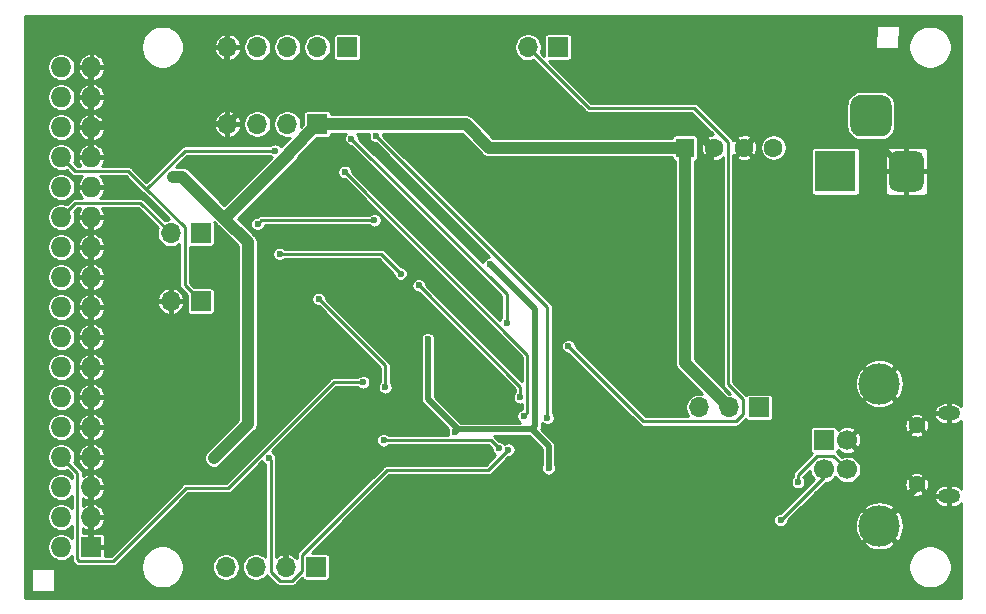
<source format=gbr>
G04 #@! TF.GenerationSoftware,KiCad,Pcbnew,(5.1.6-0-10_14)*
G04 #@! TF.CreationDate,2021-01-08T20:24:02+01:00*
G04 #@! TF.ProjectId,Greaseweazle_F7_Plus_V2,47726561-7365-4776-9561-7a6c655f4637,rev?*
G04 #@! TF.SameCoordinates,Original*
G04 #@! TF.FileFunction,Copper,L2,Bot*
G04 #@! TF.FilePolarity,Positive*
%FSLAX46Y46*%
G04 Gerber Fmt 4.6, Leading zero omitted, Abs format (unit mm)*
G04 Created by KiCad (PCBNEW (5.1.6-0-10_14)) date 2021-01-08 20:24:02*
%MOMM*%
%LPD*%
G01*
G04 APERTURE LIST*
G04 #@! TA.AperFunction,ComponentPad*
%ADD10O,1.700000X1.700000*%
G04 #@! TD*
G04 #@! TA.AperFunction,ComponentPad*
%ADD11R,1.700000X1.700000*%
G04 #@! TD*
G04 #@! TA.AperFunction,ComponentPad*
%ADD12O,1.900000X1.200000*%
G04 #@! TD*
G04 #@! TA.AperFunction,ComponentPad*
%ADD13C,1.450000*%
G04 #@! TD*
G04 #@! TA.AperFunction,ComponentPad*
%ADD14R,3.500000X3.500000*%
G04 #@! TD*
G04 #@! TA.AperFunction,ComponentPad*
%ADD15O,1.727200X1.727200*%
G04 #@! TD*
G04 #@! TA.AperFunction,ComponentPad*
%ADD16R,1.727200X1.727200*%
G04 #@! TD*
G04 #@! TA.AperFunction,ComponentPad*
%ADD17C,1.600000*%
G04 #@! TD*
G04 #@! TA.AperFunction,ComponentPad*
%ADD18R,1.600000X1.600000*%
G04 #@! TD*
G04 #@! TA.AperFunction,ComponentPad*
%ADD19C,3.500000*%
G04 #@! TD*
G04 #@! TA.AperFunction,ComponentPad*
%ADD20C,1.700000*%
G04 #@! TD*
G04 #@! TA.AperFunction,ViaPad*
%ADD21C,0.600000*%
G04 #@! TD*
G04 #@! TA.AperFunction,ViaPad*
%ADD22C,0.800000*%
G04 #@! TD*
G04 #@! TA.AperFunction,Conductor*
%ADD23C,0.500000*%
G04 #@! TD*
G04 #@! TA.AperFunction,Conductor*
%ADD24C,0.250000*%
G04 #@! TD*
G04 #@! TA.AperFunction,Conductor*
%ADD25C,1.000000*%
G04 #@! TD*
G04 APERTURE END LIST*
D10*
X162710000Y-118750000D03*
D11*
X165250000Y-118750000D03*
D12*
X228587500Y-134000000D03*
X228587500Y-141000000D03*
D13*
X225887500Y-135000000D03*
X225887500Y-140000000D03*
D10*
X167380000Y-147000000D03*
X169920000Y-147000000D03*
X172460000Y-147000000D03*
D11*
X175000000Y-147000000D03*
D10*
X162710000Y-124500000D03*
D11*
X165250000Y-124500000D03*
D10*
X207460000Y-133500000D03*
X210000000Y-133500000D03*
D11*
X212540000Y-133500000D03*
G04 #@! TA.AperFunction,ComponentPad*
G36*
G01*
X223750000Y-107925000D02*
X223750000Y-109675000D01*
G75*
G02*
X222875000Y-110550000I-875000J0D01*
G01*
X221125000Y-110550000D01*
G75*
G02*
X220250000Y-109675000I0J875000D01*
G01*
X220250000Y-107925000D01*
G75*
G02*
X221125000Y-107050000I875000J0D01*
G01*
X222875000Y-107050000D01*
G75*
G02*
X223750000Y-107925000I0J-875000D01*
G01*
G37*
G04 #@! TD.AperFunction*
G04 #@! TA.AperFunction,ComponentPad*
G36*
G01*
X226500000Y-112500000D02*
X226500000Y-114500000D01*
G75*
G02*
X225750000Y-115250000I-750000J0D01*
G01*
X224250000Y-115250000D01*
G75*
G02*
X223500000Y-114500000I0J750000D01*
G01*
X223500000Y-112500000D01*
G75*
G02*
X224250000Y-111750000I750000J0D01*
G01*
X225750000Y-111750000D01*
G75*
G02*
X226500000Y-112500000I0J-750000D01*
G01*
G37*
G04 #@! TD.AperFunction*
D14*
X219000000Y-113500000D03*
D15*
X153460000Y-104680000D03*
X156000000Y-104680000D03*
X153460000Y-107220000D03*
X156000000Y-107220000D03*
X153460000Y-109760000D03*
X156000000Y-109760000D03*
X153460000Y-112300000D03*
X156000000Y-112300000D03*
X153460000Y-114840000D03*
X156000000Y-114840000D03*
X153460000Y-117380000D03*
X156000000Y-117380000D03*
X153460000Y-119920000D03*
X156000000Y-119920000D03*
X153460000Y-122460000D03*
X156000000Y-122460000D03*
X153460000Y-125000000D03*
X156000000Y-125000000D03*
X153460000Y-127540000D03*
X156000000Y-127540000D03*
X153460000Y-130080000D03*
X156000000Y-130080000D03*
X153460000Y-132620000D03*
X156000000Y-132620000D03*
X153460000Y-135160000D03*
X156000000Y-135160000D03*
X153460000Y-137700000D03*
X156000000Y-137700000D03*
X153460000Y-140240000D03*
X156000000Y-140240000D03*
X153460000Y-142780000D03*
X156000000Y-142780000D03*
X153460000Y-145320000D03*
D16*
X156000000Y-145320000D03*
D10*
X167500000Y-103000000D03*
X170040000Y-103000000D03*
X172580000Y-103000000D03*
X175120000Y-103000000D03*
D11*
X177660000Y-103000000D03*
D17*
X213750000Y-111500000D03*
X211250000Y-111500000D03*
X208750000Y-111500000D03*
D18*
X206250000Y-111500000D03*
D10*
X167500000Y-109500000D03*
X170040000Y-109500000D03*
X172580000Y-109500000D03*
D11*
X175120000Y-109500000D03*
D10*
X192960000Y-103000000D03*
D11*
X195500000Y-103000000D03*
D19*
X222710000Y-143520000D03*
X222710000Y-131480000D03*
D20*
X220000000Y-136250000D03*
X220000000Y-138750000D03*
X218000000Y-138750000D03*
D11*
X218000000Y-136250000D03*
D21*
X183395900Y-120389400D03*
X190000600Y-109553200D03*
X208307600Y-118295000D03*
X179966000Y-134000000D03*
X172297600Y-141211500D03*
X181605300Y-125172200D03*
X189494700Y-131644500D03*
X190436500Y-140271500D03*
X175577500Y-126619000D03*
X178244500Y-124650500D03*
X163512500Y-132080000D03*
X178562000Y-132651500D03*
X177228500Y-145796000D03*
X186499500Y-145605500D03*
X187007500Y-141668500D03*
X197040500Y-135763000D03*
X209740500Y-143700500D03*
X170942000Y-121729500D03*
X165354000Y-110426500D03*
X186055000Y-123634500D03*
X192341500Y-117411500D03*
X164973000Y-137541000D03*
X163131500Y-137096500D03*
X197802500Y-125222000D03*
X221805500Y-138303000D03*
X220726000Y-120904000D03*
X227076000Y-123698000D03*
X227076000Y-120904000D03*
X227076000Y-126746000D03*
X220726000Y-123698000D03*
X220726000Y-126746000D03*
X224028000Y-125222000D03*
X167894000Y-114300000D03*
X183896000Y-115570000D03*
X189730900Y-121377100D03*
X194704500Y-138637900D03*
X186809200Y-135576800D03*
X184491500Y-127722300D03*
X180876200Y-131798400D03*
X175241500Y-124310000D03*
X179001900Y-131361100D03*
X182183000Y-122174800D03*
X171950100Y-120500000D03*
X171543300Y-111756100D03*
X170068000Y-117960000D03*
X179956300Y-117642300D03*
D22*
X162926500Y-113949600D03*
X169248100Y-125430300D03*
X166362900Y-137772600D03*
D21*
X196375500Y-128310900D03*
X191151400Y-126337400D03*
X178018500Y-110742000D03*
X194606800Y-134383400D03*
X180087000Y-110507000D03*
X192287800Y-132637800D03*
X183722700Y-123164500D03*
X192597500Y-134232500D03*
X177458500Y-113567600D03*
X215827800Y-139810300D03*
X214350800Y-143034800D03*
X191302900Y-137078300D03*
X171000000Y-137772600D03*
X190502000Y-136974500D03*
X180734200Y-136270000D03*
D23*
X181605300Y-125172200D02*
X181605300Y-124171900D01*
X181605300Y-124171900D02*
X183395900Y-122381300D01*
X183395900Y-122381300D02*
X183395900Y-120389400D01*
X168817500Y-108182500D02*
X167500000Y-109500000D01*
X190000600Y-109553200D02*
X188629900Y-108182500D01*
X188629900Y-108182500D02*
X168817500Y-108182500D01*
X167500000Y-103000000D02*
X167500000Y-106865000D01*
X167500000Y-106865000D02*
X168817500Y-108182500D01*
X182987600Y-126959600D02*
X182987600Y-126554500D01*
X182987600Y-126554500D02*
X181605300Y-125172200D01*
X156000000Y-109500000D02*
X156000000Y-109760000D01*
X156000000Y-107220000D02*
X156000000Y-109500000D01*
X156000000Y-109500000D02*
X167500000Y-109500000D01*
X208500000Y-111500000D02*
X206553300Y-109553300D01*
X206553300Y-109553300D02*
X190000600Y-109553300D01*
X190000600Y-109553300D02*
X190000600Y-109553200D01*
X208750000Y-111500000D02*
X208500000Y-111500000D01*
X208500000Y-111500000D02*
X208500000Y-118102600D01*
X208500000Y-118102600D02*
X208307600Y-118295000D01*
X225887500Y-140000000D02*
X225887500Y-140342500D01*
X225887500Y-140342500D02*
X222710000Y-143520000D01*
X172460000Y-141333300D02*
X172419400Y-141333300D01*
X172419400Y-141333300D02*
X172297600Y-141211500D01*
X179966000Y-134000000D02*
X172632700Y-141333300D01*
X172632700Y-141333300D02*
X172460000Y-141333300D01*
X172460000Y-141333300D02*
X172460000Y-147000000D01*
X182987600Y-126959600D02*
X182987600Y-130978400D01*
X182987600Y-130978400D02*
X179966000Y-134000000D01*
X189494700Y-131644500D02*
X184809800Y-126959600D01*
X184809800Y-126959600D02*
X182987600Y-126959600D01*
X156000000Y-142780000D02*
X156000000Y-145320000D01*
X156000000Y-140240000D02*
X156000000Y-142780000D01*
X156000000Y-122460000D02*
X156000000Y-125000000D01*
X156000000Y-119920000D02*
X156000000Y-122460000D01*
X225000000Y-113500000D02*
X222799600Y-111299600D01*
X222799600Y-111299600D02*
X215426700Y-111299600D01*
X215426700Y-111299600D02*
X214351100Y-110224000D01*
X214351100Y-110224000D02*
X212526000Y-110224000D01*
X212526000Y-110224000D02*
X211250000Y-111500000D01*
X156000000Y-104680000D02*
X156000000Y-107220000D01*
X156000000Y-112300000D02*
X156000000Y-109760000D01*
X156000000Y-119920000D02*
X156000000Y-117380000D01*
X156000000Y-127540000D02*
X156000000Y-125000000D01*
X156000000Y-130080000D02*
X156000000Y-127540000D01*
X156000000Y-132620000D02*
X156000000Y-130080000D01*
X156000000Y-135160000D02*
X156000000Y-132620000D01*
X156000000Y-137700000D02*
X156000000Y-135160000D01*
X156000000Y-140240000D02*
X156000000Y-137700000D01*
X193296800Y-135359000D02*
X193547400Y-135108400D01*
X193547400Y-135108400D02*
X193547400Y-125193600D01*
X193547400Y-125193600D02*
X189730900Y-121377100D01*
X193296800Y-135359000D02*
X194704500Y-136766700D01*
X194704500Y-136766700D02*
X194704500Y-138637900D01*
X187027000Y-135359000D02*
X193296800Y-135359000D01*
X187027000Y-135359000D02*
X184491500Y-132823500D01*
X184491500Y-132823500D02*
X184491500Y-127722300D01*
X187027000Y-135359000D02*
X186809200Y-135576800D01*
D24*
X180876200Y-131798400D02*
X180876200Y-129944700D01*
X180876200Y-129944700D02*
X175241500Y-124310000D01*
X153460000Y-137700000D02*
X154811000Y-139051000D01*
X154811000Y-139051000D02*
X154811000Y-146360400D01*
X154811000Y-146360400D02*
X154959600Y-146509000D01*
X154959600Y-146509000D02*
X157816100Y-146509000D01*
X157816100Y-146509000D02*
X163996000Y-140329100D01*
X163996000Y-140329100D02*
X167559100Y-140329100D01*
X167559100Y-140329100D02*
X176527100Y-131361100D01*
X176527100Y-131361100D02*
X179001900Y-131361100D01*
X171950100Y-120500000D02*
X180508200Y-120500000D01*
X180508200Y-120500000D02*
X182183000Y-122174800D01*
X160641300Y-115019100D02*
X159111200Y-113489000D01*
X159111200Y-113489000D02*
X154649000Y-113489000D01*
X154649000Y-113489000D02*
X153460000Y-112300000D01*
X165250000Y-124500000D02*
X163885300Y-123135300D01*
X163885300Y-123135300D02*
X163885300Y-118263100D01*
X163885300Y-118263100D02*
X160641300Y-115019100D01*
X160641300Y-115019100D02*
X163904300Y-111756100D01*
X163904300Y-111756100D02*
X171543300Y-111756100D01*
X179956300Y-117642300D02*
X170385700Y-117642300D01*
X170385700Y-117642300D02*
X170068000Y-117960000D01*
D25*
X167261000Y-117512600D02*
X163697900Y-113949600D01*
X163697900Y-113949600D02*
X162926500Y-113949600D01*
X169248100Y-125430300D02*
X169248100Y-119499800D01*
X169248100Y-119499800D02*
X167261000Y-117512600D01*
X167261000Y-117512600D02*
X172690500Y-112083100D01*
X172690500Y-112083100D02*
X172690500Y-111929500D01*
X172690500Y-111929500D02*
X175120000Y-109500000D01*
X206250000Y-111500000D02*
X189690800Y-111500000D01*
X189690800Y-111500000D02*
X187690800Y-109500000D01*
X187690800Y-109500000D02*
X175120000Y-109500000D01*
X206250000Y-111500000D02*
X206250000Y-129750000D01*
X206250000Y-129750000D02*
X210000000Y-133500000D01*
X166362900Y-137772600D02*
X169248100Y-134887400D01*
X169248100Y-134887400D02*
X169248100Y-125430300D01*
D24*
X192960000Y-103000000D02*
X198098600Y-108138600D01*
X198098600Y-108138600D02*
X206993000Y-108138600D01*
X206993000Y-108138600D02*
X209895100Y-111040700D01*
X209895100Y-111040700D02*
X209895100Y-131494900D01*
X209895100Y-131494900D02*
X211180900Y-132780700D01*
X211180900Y-132780700D02*
X211180900Y-134050200D01*
X211180900Y-134050200D02*
X210552200Y-134678900D01*
X210552200Y-134678900D02*
X202743500Y-134678900D01*
X202743500Y-134678900D02*
X196375500Y-128310900D01*
X178018500Y-110742000D02*
X191151400Y-123874900D01*
X191151400Y-123874900D02*
X191151400Y-126337400D01*
X194606800Y-134383400D02*
X194606800Y-125026800D01*
X194606800Y-125026800D02*
X180087000Y-110507000D01*
X192287800Y-132637800D02*
X192287800Y-131729600D01*
X192287800Y-131729600D02*
X183722700Y-123164500D01*
X177458500Y-113567600D02*
X192913200Y-129022300D01*
X192913200Y-129022300D02*
X192913200Y-133916800D01*
X192913200Y-133916800D02*
X192597500Y-134232500D01*
X153460000Y-117380000D02*
X154650600Y-116189400D01*
X154650600Y-116189400D02*
X160149400Y-116189400D01*
X160149400Y-116189400D02*
X162710000Y-118750000D01*
X220000000Y-138750000D02*
X218819500Y-137569500D01*
X218819500Y-137569500D02*
X217461300Y-137569500D01*
X217461300Y-137569500D02*
X215827800Y-139203000D01*
X215827800Y-139203000D02*
X215827800Y-139810300D01*
X214350800Y-143034800D02*
X218000000Y-139385600D01*
X218000000Y-139385600D02*
X218000000Y-138750000D01*
X171000000Y-137772600D02*
X171190000Y-137962600D01*
X171190000Y-137962600D02*
X171190000Y-147400400D01*
X171190000Y-147400400D02*
X171965000Y-148175400D01*
X171965000Y-148175400D02*
X173008800Y-148175400D01*
X173008800Y-148175400D02*
X173824600Y-147359600D01*
X173824600Y-147359600D02*
X173824600Y-146010400D01*
X173824600Y-146010400D02*
X181024500Y-138810500D01*
X181024500Y-138810500D02*
X189570700Y-138810500D01*
X189570700Y-138810500D02*
X191302900Y-137078300D01*
X180734200Y-136270000D02*
X189797500Y-136270000D01*
X189797500Y-136270000D02*
X190502000Y-136974500D01*
G36*
X229625001Y-133380018D02*
G01*
X229513763Y-133272558D01*
X229360773Y-133174112D01*
X229191517Y-133107405D01*
X229012500Y-133075000D01*
X228662500Y-133075000D01*
X228662500Y-133925000D01*
X228682500Y-133925000D01*
X228682500Y-134075000D01*
X228662500Y-134075000D01*
X228662500Y-134925000D01*
X229012500Y-134925000D01*
X229191517Y-134892595D01*
X229360773Y-134825888D01*
X229513763Y-134727442D01*
X229625001Y-134619982D01*
X229625001Y-140380019D01*
X229513763Y-140272558D01*
X229360773Y-140174112D01*
X229191517Y-140107405D01*
X229012500Y-140075000D01*
X228662500Y-140075000D01*
X228662500Y-140925000D01*
X228682500Y-140925000D01*
X228682500Y-141075000D01*
X228662500Y-141075000D01*
X228662500Y-141925000D01*
X229012500Y-141925000D01*
X229191517Y-141892595D01*
X229360773Y-141825888D01*
X229513763Y-141727442D01*
X229625001Y-141619981D01*
X229625001Y-149625000D01*
X150375000Y-149625000D01*
X150375000Y-147193000D01*
X150878000Y-147193000D01*
X150878000Y-148971000D01*
X150880402Y-148995386D01*
X150887515Y-149018835D01*
X150899066Y-149040446D01*
X150914612Y-149059388D01*
X150933554Y-149074934D01*
X150955165Y-149086485D01*
X150978614Y-149093598D01*
X151003000Y-149096000D01*
X152781000Y-149096000D01*
X152805386Y-149093598D01*
X152828835Y-149086485D01*
X152850446Y-149074934D01*
X152869388Y-149059388D01*
X152884934Y-149040446D01*
X152896485Y-149018835D01*
X152903598Y-148995386D01*
X152906000Y-148971000D01*
X152906000Y-147193000D01*
X152903598Y-147168614D01*
X152896485Y-147145165D01*
X152884934Y-147123554D01*
X152869388Y-147104612D01*
X152850446Y-147089066D01*
X152828835Y-147077515D01*
X152805386Y-147070402D01*
X152781000Y-147068000D01*
X151003000Y-147068000D01*
X150978614Y-147070402D01*
X150955165Y-147077515D01*
X150933554Y-147089066D01*
X150914612Y-147104612D01*
X150899066Y-147123554D01*
X150887515Y-147145165D01*
X150880402Y-147168614D01*
X150878000Y-147193000D01*
X150375000Y-147193000D01*
X150375000Y-135042933D01*
X152271400Y-135042933D01*
X152271400Y-135277067D01*
X152317077Y-135506702D01*
X152406676Y-135723013D01*
X152536754Y-135917688D01*
X152702312Y-136083246D01*
X152896987Y-136213324D01*
X153113298Y-136302923D01*
X153342933Y-136348600D01*
X153577067Y-136348600D01*
X153806702Y-136302923D01*
X154023013Y-136213324D01*
X154217688Y-136083246D01*
X154383246Y-135917688D01*
X154513324Y-135723013D01*
X154602923Y-135506702D01*
X154620239Y-135419644D01*
X154840106Y-135419644D01*
X154891329Y-135588518D01*
X154996231Y-135796575D01*
X155139708Y-135980169D01*
X155316245Y-136132244D01*
X155519059Y-136246957D01*
X155740355Y-136319898D01*
X155925000Y-136264985D01*
X155925000Y-135235000D01*
X156075000Y-135235000D01*
X156075000Y-136264985D01*
X156259645Y-136319898D01*
X156480941Y-136246957D01*
X156683755Y-136132244D01*
X156860292Y-135980169D01*
X157003769Y-135796575D01*
X157108671Y-135588518D01*
X157159894Y-135419644D01*
X157104807Y-135235000D01*
X156075000Y-135235000D01*
X155925000Y-135235000D01*
X154895193Y-135235000D01*
X154840106Y-135419644D01*
X154620239Y-135419644D01*
X154648600Y-135277067D01*
X154648600Y-135042933D01*
X154620240Y-134900356D01*
X154840106Y-134900356D01*
X154895193Y-135085000D01*
X155925000Y-135085000D01*
X155925000Y-134055015D01*
X156075000Y-134055015D01*
X156075000Y-135085000D01*
X157104807Y-135085000D01*
X157159894Y-134900356D01*
X157108671Y-134731482D01*
X157003769Y-134523425D01*
X156860292Y-134339831D01*
X156683755Y-134187756D01*
X156480941Y-134073043D01*
X156259645Y-134000102D01*
X156075000Y-134055015D01*
X155925000Y-134055015D01*
X155740355Y-134000102D01*
X155519059Y-134073043D01*
X155316245Y-134187756D01*
X155139708Y-134339831D01*
X154996231Y-134523425D01*
X154891329Y-134731482D01*
X154840106Y-134900356D01*
X154620240Y-134900356D01*
X154602923Y-134813298D01*
X154513324Y-134596987D01*
X154383246Y-134402312D01*
X154217688Y-134236754D01*
X154023013Y-134106676D01*
X153806702Y-134017077D01*
X153577067Y-133971400D01*
X153342933Y-133971400D01*
X153113298Y-134017077D01*
X152896987Y-134106676D01*
X152702312Y-134236754D01*
X152536754Y-134402312D01*
X152406676Y-134596987D01*
X152317077Y-134813298D01*
X152271400Y-135042933D01*
X150375000Y-135042933D01*
X150375000Y-132502933D01*
X152271400Y-132502933D01*
X152271400Y-132737067D01*
X152317077Y-132966702D01*
X152406676Y-133183013D01*
X152536754Y-133377688D01*
X152702312Y-133543246D01*
X152896987Y-133673324D01*
X153113298Y-133762923D01*
X153342933Y-133808600D01*
X153577067Y-133808600D01*
X153806702Y-133762923D01*
X154023013Y-133673324D01*
X154217688Y-133543246D01*
X154383246Y-133377688D01*
X154513324Y-133183013D01*
X154602923Y-132966702D01*
X154620239Y-132879644D01*
X154840106Y-132879644D01*
X154891329Y-133048518D01*
X154996231Y-133256575D01*
X155139708Y-133440169D01*
X155316245Y-133592244D01*
X155519059Y-133706957D01*
X155740355Y-133779898D01*
X155925000Y-133724985D01*
X155925000Y-132695000D01*
X156075000Y-132695000D01*
X156075000Y-133724985D01*
X156259645Y-133779898D01*
X156480941Y-133706957D01*
X156683755Y-133592244D01*
X156860292Y-133440169D01*
X157003769Y-133256575D01*
X157108671Y-133048518D01*
X157159894Y-132879644D01*
X157104807Y-132695000D01*
X156075000Y-132695000D01*
X155925000Y-132695000D01*
X154895193Y-132695000D01*
X154840106Y-132879644D01*
X154620239Y-132879644D01*
X154648600Y-132737067D01*
X154648600Y-132502933D01*
X154620240Y-132360356D01*
X154840106Y-132360356D01*
X154895193Y-132545000D01*
X155925000Y-132545000D01*
X155925000Y-131515015D01*
X156075000Y-131515015D01*
X156075000Y-132545000D01*
X157104807Y-132545000D01*
X157159894Y-132360356D01*
X157108671Y-132191482D01*
X157003769Y-131983425D01*
X156860292Y-131799831D01*
X156683755Y-131647756D01*
X156480941Y-131533043D01*
X156259645Y-131460102D01*
X156075000Y-131515015D01*
X155925000Y-131515015D01*
X155740355Y-131460102D01*
X155519059Y-131533043D01*
X155316245Y-131647756D01*
X155139708Y-131799831D01*
X154996231Y-131983425D01*
X154891329Y-132191482D01*
X154840106Y-132360356D01*
X154620240Y-132360356D01*
X154602923Y-132273298D01*
X154513324Y-132056987D01*
X154383246Y-131862312D01*
X154217688Y-131696754D01*
X154023013Y-131566676D01*
X153806702Y-131477077D01*
X153577067Y-131431400D01*
X153342933Y-131431400D01*
X153113298Y-131477077D01*
X152896987Y-131566676D01*
X152702312Y-131696754D01*
X152536754Y-131862312D01*
X152406676Y-132056987D01*
X152317077Y-132273298D01*
X152271400Y-132502933D01*
X150375000Y-132502933D01*
X150375000Y-129962933D01*
X152271400Y-129962933D01*
X152271400Y-130197067D01*
X152317077Y-130426702D01*
X152406676Y-130643013D01*
X152536754Y-130837688D01*
X152702312Y-131003246D01*
X152896987Y-131133324D01*
X153113298Y-131222923D01*
X153342933Y-131268600D01*
X153577067Y-131268600D01*
X153806702Y-131222923D01*
X154023013Y-131133324D01*
X154217688Y-131003246D01*
X154383246Y-130837688D01*
X154513324Y-130643013D01*
X154602923Y-130426702D01*
X154620239Y-130339644D01*
X154840106Y-130339644D01*
X154891329Y-130508518D01*
X154996231Y-130716575D01*
X155139708Y-130900169D01*
X155316245Y-131052244D01*
X155519059Y-131166957D01*
X155740355Y-131239898D01*
X155925000Y-131184985D01*
X155925000Y-130155000D01*
X156075000Y-130155000D01*
X156075000Y-131184985D01*
X156259645Y-131239898D01*
X156480941Y-131166957D01*
X156683755Y-131052244D01*
X156860292Y-130900169D01*
X157003769Y-130716575D01*
X157108671Y-130508518D01*
X157159894Y-130339644D01*
X157104807Y-130155000D01*
X156075000Y-130155000D01*
X155925000Y-130155000D01*
X154895193Y-130155000D01*
X154840106Y-130339644D01*
X154620239Y-130339644D01*
X154648600Y-130197067D01*
X154648600Y-129962933D01*
X154620240Y-129820356D01*
X154840106Y-129820356D01*
X154895193Y-130005000D01*
X155925000Y-130005000D01*
X155925000Y-128975015D01*
X156075000Y-128975015D01*
X156075000Y-130005000D01*
X157104807Y-130005000D01*
X157159894Y-129820356D01*
X157108671Y-129651482D01*
X157003769Y-129443425D01*
X156860292Y-129259831D01*
X156683755Y-129107756D01*
X156480941Y-128993043D01*
X156259645Y-128920102D01*
X156075000Y-128975015D01*
X155925000Y-128975015D01*
X155740355Y-128920102D01*
X155519059Y-128993043D01*
X155316245Y-129107756D01*
X155139708Y-129259831D01*
X154996231Y-129443425D01*
X154891329Y-129651482D01*
X154840106Y-129820356D01*
X154620240Y-129820356D01*
X154602923Y-129733298D01*
X154513324Y-129516987D01*
X154383246Y-129322312D01*
X154217688Y-129156754D01*
X154023013Y-129026676D01*
X153806702Y-128937077D01*
X153577067Y-128891400D01*
X153342933Y-128891400D01*
X153113298Y-128937077D01*
X152896987Y-129026676D01*
X152702312Y-129156754D01*
X152536754Y-129322312D01*
X152406676Y-129516987D01*
X152317077Y-129733298D01*
X152271400Y-129962933D01*
X150375000Y-129962933D01*
X150375000Y-127422933D01*
X152271400Y-127422933D01*
X152271400Y-127657067D01*
X152317077Y-127886702D01*
X152406676Y-128103013D01*
X152536754Y-128297688D01*
X152702312Y-128463246D01*
X152896987Y-128593324D01*
X153113298Y-128682923D01*
X153342933Y-128728600D01*
X153577067Y-128728600D01*
X153806702Y-128682923D01*
X154023013Y-128593324D01*
X154217688Y-128463246D01*
X154383246Y-128297688D01*
X154513324Y-128103013D01*
X154602923Y-127886702D01*
X154620239Y-127799644D01*
X154840106Y-127799644D01*
X154891329Y-127968518D01*
X154996231Y-128176575D01*
X155139708Y-128360169D01*
X155316245Y-128512244D01*
X155519059Y-128626957D01*
X155740355Y-128699898D01*
X155925000Y-128644985D01*
X155925000Y-127615000D01*
X156075000Y-127615000D01*
X156075000Y-128644985D01*
X156259645Y-128699898D01*
X156480941Y-128626957D01*
X156683755Y-128512244D01*
X156860292Y-128360169D01*
X157003769Y-128176575D01*
X157108671Y-127968518D01*
X157159894Y-127799644D01*
X157104807Y-127615000D01*
X156075000Y-127615000D01*
X155925000Y-127615000D01*
X154895193Y-127615000D01*
X154840106Y-127799644D01*
X154620239Y-127799644D01*
X154648600Y-127657067D01*
X154648600Y-127422933D01*
X154620240Y-127280356D01*
X154840106Y-127280356D01*
X154895193Y-127465000D01*
X155925000Y-127465000D01*
X155925000Y-126435015D01*
X156075000Y-126435015D01*
X156075000Y-127465000D01*
X157104807Y-127465000D01*
X157159894Y-127280356D01*
X157108671Y-127111482D01*
X157003769Y-126903425D01*
X156860292Y-126719831D01*
X156683755Y-126567756D01*
X156480941Y-126453043D01*
X156259645Y-126380102D01*
X156075000Y-126435015D01*
X155925000Y-126435015D01*
X155740355Y-126380102D01*
X155519059Y-126453043D01*
X155316245Y-126567756D01*
X155139708Y-126719831D01*
X154996231Y-126903425D01*
X154891329Y-127111482D01*
X154840106Y-127280356D01*
X154620240Y-127280356D01*
X154602923Y-127193298D01*
X154513324Y-126976987D01*
X154383246Y-126782312D01*
X154217688Y-126616754D01*
X154023013Y-126486676D01*
X153806702Y-126397077D01*
X153577067Y-126351400D01*
X153342933Y-126351400D01*
X153113298Y-126397077D01*
X152896987Y-126486676D01*
X152702312Y-126616754D01*
X152536754Y-126782312D01*
X152406676Y-126976987D01*
X152317077Y-127193298D01*
X152271400Y-127422933D01*
X150375000Y-127422933D01*
X150375000Y-124882933D01*
X152271400Y-124882933D01*
X152271400Y-125117067D01*
X152317077Y-125346702D01*
X152406676Y-125563013D01*
X152536754Y-125757688D01*
X152702312Y-125923246D01*
X152896987Y-126053324D01*
X153113298Y-126142923D01*
X153342933Y-126188600D01*
X153577067Y-126188600D01*
X153806702Y-126142923D01*
X154023013Y-126053324D01*
X154217688Y-125923246D01*
X154383246Y-125757688D01*
X154513324Y-125563013D01*
X154602923Y-125346702D01*
X154620239Y-125259644D01*
X154840106Y-125259644D01*
X154891329Y-125428518D01*
X154996231Y-125636575D01*
X155139708Y-125820169D01*
X155316245Y-125972244D01*
X155519059Y-126086957D01*
X155740355Y-126159898D01*
X155925000Y-126104985D01*
X155925000Y-125075000D01*
X156075000Y-125075000D01*
X156075000Y-126104985D01*
X156259645Y-126159898D01*
X156480941Y-126086957D01*
X156683755Y-125972244D01*
X156860292Y-125820169D01*
X157003769Y-125636575D01*
X157108671Y-125428518D01*
X157159894Y-125259644D01*
X157104807Y-125075000D01*
X156075000Y-125075000D01*
X155925000Y-125075000D01*
X154895193Y-125075000D01*
X154840106Y-125259644D01*
X154620239Y-125259644D01*
X154648600Y-125117067D01*
X154648600Y-124882933D01*
X154620240Y-124740356D01*
X154840106Y-124740356D01*
X154895193Y-124925000D01*
X155925000Y-124925000D01*
X155925000Y-123895015D01*
X156075000Y-123895015D01*
X156075000Y-124925000D01*
X157104807Y-124925000D01*
X157154775Y-124757513D01*
X161563561Y-124757513D01*
X161635828Y-124976224D01*
X161749375Y-125176634D01*
X161899838Y-125351041D01*
X162081435Y-125492743D01*
X162287187Y-125596295D01*
X162452488Y-125646435D01*
X162635000Y-125591176D01*
X162635000Y-124575000D01*
X162785000Y-124575000D01*
X162785000Y-125591176D01*
X162967512Y-125646435D01*
X163132813Y-125596295D01*
X163338565Y-125492743D01*
X163520162Y-125351041D01*
X163670625Y-125176634D01*
X163784172Y-124976224D01*
X163856439Y-124757513D01*
X163801358Y-124575000D01*
X162785000Y-124575000D01*
X162635000Y-124575000D01*
X161618642Y-124575000D01*
X161563561Y-124757513D01*
X157154775Y-124757513D01*
X157159894Y-124740356D01*
X157108671Y-124571482D01*
X157003769Y-124363425D01*
X156909258Y-124242487D01*
X161563561Y-124242487D01*
X161618642Y-124425000D01*
X162635000Y-124425000D01*
X162635000Y-123408824D01*
X162785000Y-123408824D01*
X162785000Y-124425000D01*
X163801358Y-124425000D01*
X163856439Y-124242487D01*
X163784172Y-124023776D01*
X163670625Y-123823366D01*
X163520162Y-123648959D01*
X163338565Y-123507257D01*
X163132813Y-123403705D01*
X162967512Y-123353565D01*
X162785000Y-123408824D01*
X162635000Y-123408824D01*
X162452488Y-123353565D01*
X162287187Y-123403705D01*
X162081435Y-123507257D01*
X161899838Y-123648959D01*
X161749375Y-123823366D01*
X161635828Y-124023776D01*
X161563561Y-124242487D01*
X156909258Y-124242487D01*
X156860292Y-124179831D01*
X156683755Y-124027756D01*
X156480941Y-123913043D01*
X156259645Y-123840102D01*
X156075000Y-123895015D01*
X155925000Y-123895015D01*
X155740355Y-123840102D01*
X155519059Y-123913043D01*
X155316245Y-124027756D01*
X155139708Y-124179831D01*
X154996231Y-124363425D01*
X154891329Y-124571482D01*
X154840106Y-124740356D01*
X154620240Y-124740356D01*
X154602923Y-124653298D01*
X154513324Y-124436987D01*
X154383246Y-124242312D01*
X154217688Y-124076754D01*
X154023013Y-123946676D01*
X153806702Y-123857077D01*
X153577067Y-123811400D01*
X153342933Y-123811400D01*
X153113298Y-123857077D01*
X152896987Y-123946676D01*
X152702312Y-124076754D01*
X152536754Y-124242312D01*
X152406676Y-124436987D01*
X152317077Y-124653298D01*
X152271400Y-124882933D01*
X150375000Y-124882933D01*
X150375000Y-122342933D01*
X152271400Y-122342933D01*
X152271400Y-122577067D01*
X152317077Y-122806702D01*
X152406676Y-123023013D01*
X152536754Y-123217688D01*
X152702312Y-123383246D01*
X152896987Y-123513324D01*
X153113298Y-123602923D01*
X153342933Y-123648600D01*
X153577067Y-123648600D01*
X153806702Y-123602923D01*
X154023013Y-123513324D01*
X154217688Y-123383246D01*
X154383246Y-123217688D01*
X154513324Y-123023013D01*
X154602923Y-122806702D01*
X154620239Y-122719644D01*
X154840106Y-122719644D01*
X154891329Y-122888518D01*
X154996231Y-123096575D01*
X155139708Y-123280169D01*
X155316245Y-123432244D01*
X155519059Y-123546957D01*
X155740355Y-123619898D01*
X155925000Y-123564985D01*
X155925000Y-122535000D01*
X156075000Y-122535000D01*
X156075000Y-123564985D01*
X156259645Y-123619898D01*
X156480941Y-123546957D01*
X156683755Y-123432244D01*
X156860292Y-123280169D01*
X157003769Y-123096575D01*
X157108671Y-122888518D01*
X157159894Y-122719644D01*
X157104807Y-122535000D01*
X156075000Y-122535000D01*
X155925000Y-122535000D01*
X154895193Y-122535000D01*
X154840106Y-122719644D01*
X154620239Y-122719644D01*
X154648600Y-122577067D01*
X154648600Y-122342933D01*
X154620240Y-122200356D01*
X154840106Y-122200356D01*
X154895193Y-122385000D01*
X155925000Y-122385000D01*
X155925000Y-121355015D01*
X156075000Y-121355015D01*
X156075000Y-122385000D01*
X157104807Y-122385000D01*
X157159894Y-122200356D01*
X157108671Y-122031482D01*
X157003769Y-121823425D01*
X156860292Y-121639831D01*
X156683755Y-121487756D01*
X156480941Y-121373043D01*
X156259645Y-121300102D01*
X156075000Y-121355015D01*
X155925000Y-121355015D01*
X155740355Y-121300102D01*
X155519059Y-121373043D01*
X155316245Y-121487756D01*
X155139708Y-121639831D01*
X154996231Y-121823425D01*
X154891329Y-122031482D01*
X154840106Y-122200356D01*
X154620240Y-122200356D01*
X154602923Y-122113298D01*
X154513324Y-121896987D01*
X154383246Y-121702312D01*
X154217688Y-121536754D01*
X154023013Y-121406676D01*
X153806702Y-121317077D01*
X153577067Y-121271400D01*
X153342933Y-121271400D01*
X153113298Y-121317077D01*
X152896987Y-121406676D01*
X152702312Y-121536754D01*
X152536754Y-121702312D01*
X152406676Y-121896987D01*
X152317077Y-122113298D01*
X152271400Y-122342933D01*
X150375000Y-122342933D01*
X150375000Y-119802933D01*
X152271400Y-119802933D01*
X152271400Y-120037067D01*
X152317077Y-120266702D01*
X152406676Y-120483013D01*
X152536754Y-120677688D01*
X152702312Y-120843246D01*
X152896987Y-120973324D01*
X153113298Y-121062923D01*
X153342933Y-121108600D01*
X153577067Y-121108600D01*
X153806702Y-121062923D01*
X154023013Y-120973324D01*
X154217688Y-120843246D01*
X154383246Y-120677688D01*
X154513324Y-120483013D01*
X154602923Y-120266702D01*
X154620239Y-120179644D01*
X154840106Y-120179644D01*
X154891329Y-120348518D01*
X154996231Y-120556575D01*
X155139708Y-120740169D01*
X155316245Y-120892244D01*
X155519059Y-121006957D01*
X155740355Y-121079898D01*
X155925000Y-121024985D01*
X155925000Y-119995000D01*
X156075000Y-119995000D01*
X156075000Y-121024985D01*
X156259645Y-121079898D01*
X156480941Y-121006957D01*
X156683755Y-120892244D01*
X156860292Y-120740169D01*
X157003769Y-120556575D01*
X157108671Y-120348518D01*
X157159894Y-120179644D01*
X157104807Y-119995000D01*
X156075000Y-119995000D01*
X155925000Y-119995000D01*
X154895193Y-119995000D01*
X154840106Y-120179644D01*
X154620239Y-120179644D01*
X154648600Y-120037067D01*
X154648600Y-119802933D01*
X154620240Y-119660356D01*
X154840106Y-119660356D01*
X154895193Y-119845000D01*
X155925000Y-119845000D01*
X155925000Y-118815015D01*
X156075000Y-118815015D01*
X156075000Y-119845000D01*
X157104807Y-119845000D01*
X157159894Y-119660356D01*
X157108671Y-119491482D01*
X157003769Y-119283425D01*
X156860292Y-119099831D01*
X156683755Y-118947756D01*
X156480941Y-118833043D01*
X156259645Y-118760102D01*
X156075000Y-118815015D01*
X155925000Y-118815015D01*
X155740355Y-118760102D01*
X155519059Y-118833043D01*
X155316245Y-118947756D01*
X155139708Y-119099831D01*
X154996231Y-119283425D01*
X154891329Y-119491482D01*
X154840106Y-119660356D01*
X154620240Y-119660356D01*
X154602923Y-119573298D01*
X154513324Y-119356987D01*
X154383246Y-119162312D01*
X154217688Y-118996754D01*
X154023013Y-118866676D01*
X153806702Y-118777077D01*
X153577067Y-118731400D01*
X153342933Y-118731400D01*
X153113298Y-118777077D01*
X152896987Y-118866676D01*
X152702312Y-118996754D01*
X152536754Y-119162312D01*
X152406676Y-119356987D01*
X152317077Y-119573298D01*
X152271400Y-119802933D01*
X150375000Y-119802933D01*
X150375000Y-114722933D01*
X152271400Y-114722933D01*
X152271400Y-114957067D01*
X152317077Y-115186702D01*
X152406676Y-115403013D01*
X152536754Y-115597688D01*
X152702312Y-115763246D01*
X152896987Y-115893324D01*
X153113298Y-115982923D01*
X153342933Y-116028600D01*
X153577067Y-116028600D01*
X153806702Y-115982923D01*
X154023013Y-115893324D01*
X154217688Y-115763246D01*
X154383246Y-115597688D01*
X154513324Y-115403013D01*
X154602923Y-115186702D01*
X154648600Y-114957067D01*
X154648600Y-114722933D01*
X154602923Y-114493298D01*
X154513324Y-114276987D01*
X154383246Y-114082312D01*
X154217688Y-113916754D01*
X154023013Y-113786676D01*
X153806702Y-113697077D01*
X153577067Y-113651400D01*
X153342933Y-113651400D01*
X153113298Y-113697077D01*
X152896987Y-113786676D01*
X152702312Y-113916754D01*
X152536754Y-114082312D01*
X152406676Y-114276987D01*
X152317077Y-114493298D01*
X152271400Y-114722933D01*
X150375000Y-114722933D01*
X150375000Y-112182933D01*
X152271400Y-112182933D01*
X152271400Y-112417067D01*
X152317077Y-112646702D01*
X152406676Y-112863013D01*
X152536754Y-113057688D01*
X152702312Y-113223246D01*
X152896987Y-113353324D01*
X153113298Y-113442923D01*
X153342933Y-113488600D01*
X153577067Y-113488600D01*
X153806702Y-113442923D01*
X153919716Y-113396111D01*
X154315176Y-113791572D01*
X154329263Y-113808737D01*
X154346428Y-113822824D01*
X154346432Y-113822828D01*
X154397783Y-113864971D01*
X154475959Y-113906757D01*
X154560785Y-113932489D01*
X154626895Y-113939000D01*
X154626905Y-113939000D01*
X154649000Y-113941176D01*
X154671094Y-113939000D01*
X155233541Y-113939000D01*
X155139708Y-114019831D01*
X154996231Y-114203425D01*
X154891329Y-114411482D01*
X154840106Y-114580356D01*
X154895193Y-114765000D01*
X155925000Y-114765000D01*
X155925000Y-114745000D01*
X156075000Y-114745000D01*
X156075000Y-114765000D01*
X157104807Y-114765000D01*
X157159894Y-114580356D01*
X157108671Y-114411482D01*
X157003769Y-114203425D01*
X156860292Y-114019831D01*
X156766459Y-113939000D01*
X158924805Y-113939000D01*
X160307476Y-115321672D01*
X160321563Y-115338837D01*
X160338728Y-115352924D01*
X160338732Y-115352928D01*
X160338738Y-115352933D01*
X162566357Y-117580553D01*
X162367265Y-117620155D01*
X162260694Y-117664298D01*
X160483229Y-115886834D01*
X160469137Y-115869663D01*
X160400616Y-115813429D01*
X160322441Y-115771643D01*
X160237615Y-115745911D01*
X160171505Y-115739400D01*
X160171494Y-115739400D01*
X160149400Y-115737224D01*
X160127306Y-115739400D01*
X156768316Y-115739400D01*
X156860292Y-115660169D01*
X157003769Y-115476575D01*
X157108671Y-115268518D01*
X157159894Y-115099644D01*
X157104807Y-114915000D01*
X156075000Y-114915000D01*
X156075000Y-114935000D01*
X155925000Y-114935000D01*
X155925000Y-114915000D01*
X154895193Y-114915000D01*
X154840106Y-115099644D01*
X154891329Y-115268518D01*
X154996231Y-115476575D01*
X155139708Y-115660169D01*
X155231684Y-115739400D01*
X154672694Y-115739400D01*
X154650600Y-115737224D01*
X154628506Y-115739400D01*
X154628495Y-115739400D01*
X154562385Y-115745911D01*
X154477559Y-115771643D01*
X154399383Y-115813429D01*
X154348032Y-115855572D01*
X154348028Y-115855576D01*
X154330863Y-115869663D01*
X154316776Y-115886828D01*
X153919716Y-116283889D01*
X153806702Y-116237077D01*
X153577067Y-116191400D01*
X153342933Y-116191400D01*
X153113298Y-116237077D01*
X152896987Y-116326676D01*
X152702312Y-116456754D01*
X152536754Y-116622312D01*
X152406676Y-116816987D01*
X152317077Y-117033298D01*
X152271400Y-117262933D01*
X152271400Y-117497067D01*
X152317077Y-117726702D01*
X152406676Y-117943013D01*
X152536754Y-118137688D01*
X152702312Y-118303246D01*
X152896987Y-118433324D01*
X153113298Y-118522923D01*
X153342933Y-118568600D01*
X153577067Y-118568600D01*
X153806702Y-118522923D01*
X154023013Y-118433324D01*
X154217688Y-118303246D01*
X154383246Y-118137688D01*
X154513324Y-117943013D01*
X154602923Y-117726702D01*
X154620239Y-117639644D01*
X154840106Y-117639644D01*
X154891329Y-117808518D01*
X154996231Y-118016575D01*
X155139708Y-118200169D01*
X155316245Y-118352244D01*
X155519059Y-118466957D01*
X155740355Y-118539898D01*
X155925000Y-118484985D01*
X155925000Y-117455000D01*
X156075000Y-117455000D01*
X156075000Y-118484985D01*
X156259645Y-118539898D01*
X156480941Y-118466957D01*
X156683755Y-118352244D01*
X156860292Y-118200169D01*
X157003769Y-118016575D01*
X157108671Y-117808518D01*
X157159894Y-117639644D01*
X157104807Y-117455000D01*
X156075000Y-117455000D01*
X155925000Y-117455000D01*
X154895193Y-117455000D01*
X154840106Y-117639644D01*
X154620239Y-117639644D01*
X154648600Y-117497067D01*
X154648600Y-117262933D01*
X154602923Y-117033298D01*
X154556111Y-116920284D01*
X154836996Y-116639400D01*
X155077526Y-116639400D01*
X154996231Y-116743425D01*
X154891329Y-116951482D01*
X154840106Y-117120356D01*
X154895193Y-117305000D01*
X155925000Y-117305000D01*
X155925000Y-117285000D01*
X156075000Y-117285000D01*
X156075000Y-117305000D01*
X157104807Y-117305000D01*
X157159894Y-117120356D01*
X157108671Y-116951482D01*
X157003769Y-116743425D01*
X156922474Y-116639400D01*
X159963005Y-116639400D01*
X161624298Y-118300694D01*
X161580155Y-118407265D01*
X161535000Y-118634273D01*
X161535000Y-118865727D01*
X161580155Y-119092735D01*
X161668729Y-119306571D01*
X161797318Y-119499019D01*
X161960981Y-119662682D01*
X162153429Y-119791271D01*
X162367265Y-119879845D01*
X162594273Y-119925000D01*
X162825727Y-119925000D01*
X163052735Y-119879845D01*
X163266571Y-119791271D01*
X163435301Y-119678530D01*
X163435300Y-123113206D01*
X163433124Y-123135300D01*
X163435300Y-123157394D01*
X163435300Y-123157404D01*
X163441811Y-123223514D01*
X163467543Y-123308340D01*
X163509329Y-123386516D01*
X163523436Y-123403705D01*
X163565563Y-123455037D01*
X163582734Y-123469129D01*
X164073428Y-123959823D01*
X164073428Y-125350000D01*
X164079703Y-125413711D01*
X164098287Y-125474974D01*
X164128465Y-125531434D01*
X164169079Y-125580921D01*
X164218566Y-125621535D01*
X164275026Y-125651713D01*
X164336289Y-125670297D01*
X164400000Y-125676572D01*
X166100000Y-125676572D01*
X166163711Y-125670297D01*
X166224974Y-125651713D01*
X166281434Y-125621535D01*
X166330921Y-125580921D01*
X166371535Y-125531434D01*
X166401713Y-125474974D01*
X166420297Y-125413711D01*
X166426572Y-125350000D01*
X166426572Y-123650000D01*
X166420297Y-123586289D01*
X166401713Y-123525026D01*
X166371535Y-123468566D01*
X166330921Y-123419079D01*
X166281434Y-123378465D01*
X166224974Y-123348287D01*
X166163711Y-123329703D01*
X166100000Y-123323428D01*
X164709823Y-123323428D01*
X164335300Y-122948905D01*
X164335300Y-119919997D01*
X164336289Y-119920297D01*
X164400000Y-119926572D01*
X166100000Y-119926572D01*
X166163711Y-119920297D01*
X166224974Y-119901713D01*
X166281434Y-119871535D01*
X166330921Y-119830921D01*
X166371535Y-119781434D01*
X166401713Y-119724974D01*
X166420297Y-119663711D01*
X166426572Y-119600000D01*
X166426572Y-117900000D01*
X166420553Y-117838886D01*
X166648989Y-118067316D01*
X166674815Y-118098785D01*
X166706283Y-118124609D01*
X168423101Y-119841515D01*
X168423100Y-125470820D01*
X168423101Y-125470830D01*
X168423100Y-134545674D01*
X165750885Y-137217890D01*
X165673620Y-137312038D01*
X165597013Y-137455359D01*
X165549838Y-137610872D01*
X165533910Y-137772600D01*
X165549838Y-137934328D01*
X165597013Y-138089841D01*
X165673620Y-138233162D01*
X165776715Y-138358785D01*
X165902338Y-138461880D01*
X166045659Y-138538487D01*
X166201172Y-138585662D01*
X166362900Y-138601590D01*
X166524628Y-138585662D01*
X166680141Y-138538487D01*
X166823462Y-138461880D01*
X166917610Y-138384615D01*
X169802811Y-135499415D01*
X169834285Y-135473585D01*
X169937381Y-135347963D01*
X170013988Y-135204641D01*
X170048360Y-135091331D01*
X170061162Y-135049129D01*
X170068720Y-134972387D01*
X170073100Y-134927921D01*
X170073100Y-134927913D01*
X170077090Y-134887400D01*
X170073100Y-134846887D01*
X170073100Y-124248443D01*
X174616500Y-124248443D01*
X174616500Y-124371557D01*
X174640519Y-124492306D01*
X174687632Y-124606048D01*
X174756031Y-124708414D01*
X174843086Y-124795469D01*
X174945452Y-124863868D01*
X175059194Y-124910981D01*
X175179943Y-124935000D01*
X175230105Y-124935000D01*
X180426201Y-130131097D01*
X180426200Y-131364517D01*
X180390731Y-131399986D01*
X180322332Y-131502352D01*
X180275219Y-131616094D01*
X180251200Y-131736843D01*
X180251200Y-131859957D01*
X180275219Y-131980706D01*
X180322332Y-132094448D01*
X180390731Y-132196814D01*
X180477786Y-132283869D01*
X180580152Y-132352268D01*
X180693894Y-132399381D01*
X180814643Y-132423400D01*
X180937757Y-132423400D01*
X181058506Y-132399381D01*
X181172248Y-132352268D01*
X181274614Y-132283869D01*
X181361669Y-132196814D01*
X181430068Y-132094448D01*
X181477181Y-131980706D01*
X181501200Y-131859957D01*
X181501200Y-131736843D01*
X181477181Y-131616094D01*
X181430068Y-131502352D01*
X181361669Y-131399986D01*
X181326200Y-131364517D01*
X181326200Y-129966793D01*
X181328376Y-129944699D01*
X181326200Y-129922605D01*
X181326200Y-129922595D01*
X181319689Y-129856485D01*
X181293957Y-129771659D01*
X181278398Y-129742550D01*
X181252171Y-129693483D01*
X181210028Y-129642132D01*
X181210024Y-129642128D01*
X181195937Y-129624963D01*
X181178772Y-129610876D01*
X175866500Y-124298605D01*
X175866500Y-124248443D01*
X175842481Y-124127694D01*
X175795368Y-124013952D01*
X175726969Y-123911586D01*
X175639914Y-123824531D01*
X175537548Y-123756132D01*
X175423806Y-123709019D01*
X175303057Y-123685000D01*
X175179943Y-123685000D01*
X175059194Y-123709019D01*
X174945452Y-123756132D01*
X174843086Y-123824531D01*
X174756031Y-123911586D01*
X174687632Y-124013952D01*
X174640519Y-124127694D01*
X174616500Y-124248443D01*
X170073100Y-124248443D01*
X170073100Y-120438443D01*
X171325100Y-120438443D01*
X171325100Y-120561557D01*
X171349119Y-120682306D01*
X171396232Y-120796048D01*
X171464631Y-120898414D01*
X171551686Y-120985469D01*
X171654052Y-121053868D01*
X171767794Y-121100981D01*
X171888543Y-121125000D01*
X172011657Y-121125000D01*
X172132406Y-121100981D01*
X172246148Y-121053868D01*
X172348514Y-120985469D01*
X172383983Y-120950000D01*
X180321805Y-120950000D01*
X181558000Y-122186196D01*
X181558000Y-122236357D01*
X181582019Y-122357106D01*
X181629132Y-122470848D01*
X181697531Y-122573214D01*
X181784586Y-122660269D01*
X181886952Y-122728668D01*
X182000694Y-122775781D01*
X182121443Y-122799800D01*
X182244557Y-122799800D01*
X182365306Y-122775781D01*
X182479048Y-122728668D01*
X182581414Y-122660269D01*
X182668469Y-122573214D01*
X182736868Y-122470848D01*
X182783981Y-122357106D01*
X182808000Y-122236357D01*
X182808000Y-122113243D01*
X182783981Y-121992494D01*
X182736868Y-121878752D01*
X182668469Y-121776386D01*
X182581414Y-121689331D01*
X182479048Y-121620932D01*
X182365306Y-121573819D01*
X182244557Y-121549800D01*
X182194396Y-121549800D01*
X180842029Y-120197434D01*
X180827937Y-120180263D01*
X180759416Y-120124029D01*
X180681241Y-120082243D01*
X180596415Y-120056511D01*
X180530305Y-120050000D01*
X180530294Y-120050000D01*
X180508200Y-120047824D01*
X180486106Y-120050000D01*
X172383983Y-120050000D01*
X172348514Y-120014531D01*
X172246148Y-119946132D01*
X172132406Y-119899019D01*
X172011657Y-119875000D01*
X171888543Y-119875000D01*
X171767794Y-119899019D01*
X171654052Y-119946132D01*
X171551686Y-120014531D01*
X171464631Y-120101586D01*
X171396232Y-120203952D01*
X171349119Y-120317694D01*
X171325100Y-120438443D01*
X170073100Y-120438443D01*
X170073100Y-119540323D01*
X170077090Y-119499820D01*
X170073100Y-119459297D01*
X170073100Y-119459279D01*
X170067604Y-119403482D01*
X170061166Y-119338092D01*
X170061163Y-119338082D01*
X170061162Y-119338072D01*
X170034134Y-119248971D01*
X170013995Y-119182577D01*
X170013991Y-119182570D01*
X170013988Y-119182559D01*
X169953684Y-119069737D01*
X169937391Y-119039254D01*
X169937388Y-119039251D01*
X169937381Y-119039237D01*
X169881107Y-118970668D01*
X169860129Y-118945104D01*
X169860121Y-118945096D01*
X169834285Y-118913615D01*
X169802820Y-118887792D01*
X168813520Y-117898443D01*
X169443000Y-117898443D01*
X169443000Y-118021557D01*
X169467019Y-118142306D01*
X169514132Y-118256048D01*
X169582531Y-118358414D01*
X169669586Y-118445469D01*
X169771952Y-118513868D01*
X169885694Y-118560981D01*
X170006443Y-118585000D01*
X170129557Y-118585000D01*
X170250306Y-118560981D01*
X170364048Y-118513868D01*
X170466414Y-118445469D01*
X170553469Y-118358414D01*
X170621868Y-118256048D01*
X170668981Y-118142306D01*
X170678928Y-118092300D01*
X179522417Y-118092300D01*
X179557886Y-118127769D01*
X179660252Y-118196168D01*
X179773994Y-118243281D01*
X179894743Y-118267300D01*
X180017857Y-118267300D01*
X180138606Y-118243281D01*
X180252348Y-118196168D01*
X180354714Y-118127769D01*
X180441769Y-118040714D01*
X180510168Y-117938348D01*
X180557281Y-117824606D01*
X180581300Y-117703857D01*
X180581300Y-117580743D01*
X180557281Y-117459994D01*
X180510168Y-117346252D01*
X180441769Y-117243886D01*
X180354714Y-117156831D01*
X180252348Y-117088432D01*
X180138606Y-117041319D01*
X180017857Y-117017300D01*
X179894743Y-117017300D01*
X179773994Y-117041319D01*
X179660252Y-117088432D01*
X179557886Y-117156831D01*
X179522417Y-117192300D01*
X170407794Y-117192300D01*
X170385700Y-117190124D01*
X170363606Y-117192300D01*
X170363595Y-117192300D01*
X170297485Y-117198811D01*
X170212659Y-117224543D01*
X170134483Y-117266329D01*
X170083132Y-117308472D01*
X170083128Y-117308476D01*
X170065963Y-117322563D01*
X170055756Y-117335000D01*
X170006443Y-117335000D01*
X169885694Y-117359019D01*
X169771952Y-117406132D01*
X169669586Y-117474531D01*
X169582531Y-117561586D01*
X169514132Y-117663952D01*
X169467019Y-117777694D01*
X169443000Y-117898443D01*
X168813520Y-117898443D01*
X168427710Y-117512615D01*
X173245216Y-112695111D01*
X173276685Y-112669285D01*
X173302512Y-112637815D01*
X173302516Y-112637811D01*
X173336449Y-112596462D01*
X173379781Y-112543663D01*
X173429703Y-112450264D01*
X173456388Y-112400342D01*
X173486870Y-112299855D01*
X175110154Y-110676572D01*
X175970000Y-110676572D01*
X176033711Y-110670297D01*
X176094974Y-110651713D01*
X176151434Y-110621535D01*
X176200921Y-110580921D01*
X176241535Y-110531434D01*
X176271713Y-110474974D01*
X176290297Y-110413711D01*
X176296572Y-110350000D01*
X176296572Y-110325000D01*
X177551617Y-110325000D01*
X177533031Y-110343586D01*
X177464632Y-110445952D01*
X177417519Y-110559694D01*
X177393500Y-110680443D01*
X177393500Y-110803557D01*
X177417519Y-110924306D01*
X177464632Y-111038048D01*
X177533031Y-111140414D01*
X177620086Y-111227469D01*
X177722452Y-111295868D01*
X177836194Y-111342981D01*
X177956943Y-111367000D01*
X178007105Y-111367000D01*
X190701400Y-124061296D01*
X190701401Y-125903516D01*
X190665931Y-125938986D01*
X190597532Y-126041352D01*
X190589072Y-126061776D01*
X178083500Y-113556205D01*
X178083500Y-113506043D01*
X178059481Y-113385294D01*
X178012368Y-113271552D01*
X177943969Y-113169186D01*
X177856914Y-113082131D01*
X177754548Y-113013732D01*
X177640806Y-112966619D01*
X177520057Y-112942600D01*
X177396943Y-112942600D01*
X177276194Y-112966619D01*
X177162452Y-113013732D01*
X177060086Y-113082131D01*
X176973031Y-113169186D01*
X176904632Y-113271552D01*
X176857519Y-113385294D01*
X176833500Y-113506043D01*
X176833500Y-113629157D01*
X176857519Y-113749906D01*
X176904632Y-113863648D01*
X176973031Y-113966014D01*
X177060086Y-114053069D01*
X177162452Y-114121468D01*
X177276194Y-114168581D01*
X177396943Y-114192600D01*
X177447105Y-114192600D01*
X192463200Y-129208696D01*
X192463200Y-131268604D01*
X184347700Y-123153105D01*
X184347700Y-123102943D01*
X184323681Y-122982194D01*
X184276568Y-122868452D01*
X184208169Y-122766086D01*
X184121114Y-122679031D01*
X184018748Y-122610632D01*
X183905006Y-122563519D01*
X183784257Y-122539500D01*
X183661143Y-122539500D01*
X183540394Y-122563519D01*
X183426652Y-122610632D01*
X183324286Y-122679031D01*
X183237231Y-122766086D01*
X183168832Y-122868452D01*
X183121719Y-122982194D01*
X183097700Y-123102943D01*
X183097700Y-123226057D01*
X183121719Y-123346806D01*
X183168832Y-123460548D01*
X183237231Y-123562914D01*
X183324286Y-123649969D01*
X183426652Y-123718368D01*
X183540394Y-123765481D01*
X183661143Y-123789500D01*
X183711305Y-123789500D01*
X191837801Y-131915997D01*
X191837800Y-132203917D01*
X191802331Y-132239386D01*
X191733932Y-132341752D01*
X191686819Y-132455494D01*
X191662800Y-132576243D01*
X191662800Y-132699357D01*
X191686819Y-132820106D01*
X191733932Y-132933848D01*
X191802331Y-133036214D01*
X191889386Y-133123269D01*
X191991752Y-133191668D01*
X192105494Y-133238781D01*
X192226243Y-133262800D01*
X192349357Y-133262800D01*
X192463201Y-133240155D01*
X192463201Y-133621970D01*
X192415194Y-133631519D01*
X192301452Y-133678632D01*
X192199086Y-133747031D01*
X192112031Y-133834086D01*
X192043632Y-133936452D01*
X191996519Y-134050194D01*
X191972500Y-134170943D01*
X191972500Y-134294057D01*
X191996519Y-134414806D01*
X192043632Y-134528548D01*
X192112031Y-134630914D01*
X192199086Y-134717969D01*
X192297908Y-134784000D01*
X187265172Y-134784000D01*
X185066500Y-132585328D01*
X185066500Y-127967330D01*
X185092481Y-127904606D01*
X185116500Y-127783857D01*
X185116500Y-127660743D01*
X185092481Y-127539994D01*
X185045368Y-127426252D01*
X184976969Y-127323886D01*
X184889914Y-127236831D01*
X184787548Y-127168432D01*
X184673806Y-127121319D01*
X184553057Y-127097300D01*
X184429943Y-127097300D01*
X184309194Y-127121319D01*
X184195452Y-127168432D01*
X184093086Y-127236831D01*
X184006031Y-127323886D01*
X183937632Y-127426252D01*
X183890519Y-127539994D01*
X183866500Y-127660743D01*
X183866500Y-127783857D01*
X183890519Y-127904606D01*
X183916501Y-127967333D01*
X183916500Y-132795257D01*
X183913718Y-132823500D01*
X183916500Y-132851743D01*
X183916500Y-132851745D01*
X183924820Y-132936219D01*
X183948345Y-133013771D01*
X183957699Y-133044607D01*
X184011092Y-133144498D01*
X184021570Y-133157265D01*
X184082946Y-133232054D01*
X184104894Y-133250066D01*
X186220258Y-135365430D01*
X186208219Y-135394494D01*
X186184200Y-135515243D01*
X186184200Y-135638357D01*
X186208219Y-135759106D01*
X186233442Y-135820000D01*
X181168083Y-135820000D01*
X181132614Y-135784531D01*
X181030248Y-135716132D01*
X180916506Y-135669019D01*
X180795757Y-135645000D01*
X180672643Y-135645000D01*
X180551894Y-135669019D01*
X180438152Y-135716132D01*
X180335786Y-135784531D01*
X180248731Y-135871586D01*
X180180332Y-135973952D01*
X180133219Y-136087694D01*
X180109200Y-136208443D01*
X180109200Y-136331557D01*
X180133219Y-136452306D01*
X180180332Y-136566048D01*
X180248731Y-136668414D01*
X180335786Y-136755469D01*
X180438152Y-136823868D01*
X180551894Y-136870981D01*
X180672643Y-136895000D01*
X180795757Y-136895000D01*
X180916506Y-136870981D01*
X181030248Y-136823868D01*
X181132614Y-136755469D01*
X181168083Y-136720000D01*
X189611105Y-136720000D01*
X189877000Y-136985896D01*
X189877000Y-137036057D01*
X189901019Y-137156806D01*
X189948132Y-137270548D01*
X190016531Y-137372914D01*
X190103586Y-137459969D01*
X190205952Y-137528368D01*
X190213366Y-137531439D01*
X189384305Y-138360500D01*
X181046593Y-138360500D01*
X181024499Y-138358324D01*
X181002405Y-138360500D01*
X181002395Y-138360500D01*
X180936285Y-138367011D01*
X180851459Y-138392743D01*
X180773283Y-138434529D01*
X180721932Y-138476672D01*
X180721928Y-138476676D01*
X180704763Y-138490763D01*
X180690676Y-138507928D01*
X173522029Y-145676576D01*
X173504864Y-145690663D01*
X173490777Y-145707828D01*
X173490772Y-145707833D01*
X173448629Y-145759184D01*
X173406843Y-145837360D01*
X173381112Y-145922185D01*
X173372424Y-146010400D01*
X173374601Y-146032504D01*
X173374601Y-146270018D01*
X173270162Y-146148959D01*
X173088565Y-146007257D01*
X172882813Y-145903705D01*
X172717512Y-145853565D01*
X172535000Y-145908824D01*
X172535000Y-146925000D01*
X172555000Y-146925000D01*
X172555000Y-147075000D01*
X172535000Y-147075000D01*
X172535000Y-147095000D01*
X172385000Y-147095000D01*
X172385000Y-147075000D01*
X172365000Y-147075000D01*
X172365000Y-146925000D01*
X172385000Y-146925000D01*
X172385000Y-145908824D01*
X172202488Y-145853565D01*
X172037187Y-145903705D01*
X171831435Y-146007257D01*
X171649838Y-146148959D01*
X171640000Y-146160363D01*
X171640000Y-137984694D01*
X171642176Y-137962600D01*
X171640000Y-137940506D01*
X171640000Y-137940495D01*
X171633489Y-137874385D01*
X171623529Y-137841552D01*
X171625000Y-137834157D01*
X171625000Y-137711043D01*
X171600981Y-137590294D01*
X171553868Y-137476552D01*
X171485469Y-137374186D01*
X171398414Y-137287131D01*
X171301932Y-137222663D01*
X176713496Y-131811100D01*
X178568017Y-131811100D01*
X178603486Y-131846569D01*
X178705852Y-131914968D01*
X178819594Y-131962081D01*
X178940343Y-131986100D01*
X179063457Y-131986100D01*
X179184206Y-131962081D01*
X179297948Y-131914968D01*
X179400314Y-131846569D01*
X179487369Y-131759514D01*
X179555768Y-131657148D01*
X179602881Y-131543406D01*
X179626900Y-131422657D01*
X179626900Y-131299543D01*
X179602881Y-131178794D01*
X179555768Y-131065052D01*
X179487369Y-130962686D01*
X179400314Y-130875631D01*
X179297948Y-130807232D01*
X179184206Y-130760119D01*
X179063457Y-130736100D01*
X178940343Y-130736100D01*
X178819594Y-130760119D01*
X178705852Y-130807232D01*
X178603486Y-130875631D01*
X178568017Y-130911100D01*
X176549193Y-130911100D01*
X176527099Y-130908924D01*
X176505005Y-130911100D01*
X176504995Y-130911100D01*
X176438885Y-130917611D01*
X176354059Y-130943343D01*
X176275883Y-130985129D01*
X176224532Y-131027272D01*
X176224528Y-131027276D01*
X176207363Y-131041363D01*
X176193276Y-131058528D01*
X167372705Y-139879100D01*
X164018091Y-139879100D01*
X163995999Y-139876924D01*
X163973907Y-139879100D01*
X163973895Y-139879100D01*
X163907785Y-139885611D01*
X163822959Y-139911343D01*
X163772014Y-139938574D01*
X163744783Y-139953129D01*
X163693432Y-139995272D01*
X163693428Y-139995276D01*
X163676263Y-140009363D01*
X163662176Y-140026528D01*
X157629705Y-146059000D01*
X157189896Y-146059000D01*
X157188600Y-145476250D01*
X157107350Y-145395000D01*
X156075000Y-145395000D01*
X156075000Y-145415000D01*
X155925000Y-145415000D01*
X155925000Y-145395000D01*
X155905000Y-145395000D01*
X155905000Y-145245000D01*
X155925000Y-145245000D01*
X155925000Y-144212650D01*
X156075000Y-144212650D01*
X156075000Y-145245000D01*
X157107350Y-145245000D01*
X157188600Y-145163750D01*
X157190173Y-144456400D01*
X157183898Y-144392689D01*
X157165314Y-144331426D01*
X157135136Y-144274966D01*
X157094522Y-144225478D01*
X157045034Y-144184864D01*
X156988574Y-144154686D01*
X156927311Y-144136102D01*
X156863600Y-144129827D01*
X156156250Y-144131400D01*
X156075000Y-144212650D01*
X155925000Y-144212650D01*
X155843750Y-144131400D01*
X155261000Y-144130104D01*
X155261000Y-143704654D01*
X155316245Y-143752244D01*
X155519059Y-143866957D01*
X155740355Y-143939898D01*
X155925000Y-143884985D01*
X155925000Y-142855000D01*
X156075000Y-142855000D01*
X156075000Y-143884985D01*
X156259645Y-143939898D01*
X156480941Y-143866957D01*
X156683755Y-143752244D01*
X156860292Y-143600169D01*
X157003769Y-143416575D01*
X157108671Y-143208518D01*
X157159894Y-143039644D01*
X157104807Y-142855000D01*
X156075000Y-142855000D01*
X155925000Y-142855000D01*
X155905000Y-142855000D01*
X155905000Y-142705000D01*
X155925000Y-142705000D01*
X155925000Y-141675015D01*
X156075000Y-141675015D01*
X156075000Y-142705000D01*
X157104807Y-142705000D01*
X157159894Y-142520356D01*
X157108671Y-142351482D01*
X157003769Y-142143425D01*
X156860292Y-141959831D01*
X156683755Y-141807756D01*
X156480941Y-141693043D01*
X156259645Y-141620102D01*
X156075000Y-141675015D01*
X155925000Y-141675015D01*
X155740355Y-141620102D01*
X155519059Y-141693043D01*
X155316245Y-141807756D01*
X155261000Y-141855346D01*
X155261000Y-141164654D01*
X155316245Y-141212244D01*
X155519059Y-141326957D01*
X155740355Y-141399898D01*
X155925000Y-141344985D01*
X155925000Y-140315000D01*
X156075000Y-140315000D01*
X156075000Y-141344985D01*
X156259645Y-141399898D01*
X156480941Y-141326957D01*
X156683755Y-141212244D01*
X156860292Y-141060169D01*
X157003769Y-140876575D01*
X157108671Y-140668518D01*
X157159894Y-140499644D01*
X157104807Y-140315000D01*
X156075000Y-140315000D01*
X155925000Y-140315000D01*
X155905000Y-140315000D01*
X155905000Y-140165000D01*
X155925000Y-140165000D01*
X155925000Y-139135015D01*
X156075000Y-139135015D01*
X156075000Y-140165000D01*
X157104807Y-140165000D01*
X157159894Y-139980356D01*
X157108671Y-139811482D01*
X157003769Y-139603425D01*
X156860292Y-139419831D01*
X156683755Y-139267756D01*
X156480941Y-139153043D01*
X156259645Y-139080102D01*
X156075000Y-139135015D01*
X155925000Y-139135015D01*
X155740355Y-139080102D01*
X155519059Y-139153043D01*
X155316245Y-139267756D01*
X155261000Y-139315346D01*
X155261000Y-139073094D01*
X155263176Y-139051000D01*
X155261000Y-139028906D01*
X155261000Y-139028895D01*
X155254489Y-138962785D01*
X155228757Y-138877959D01*
X155197887Y-138820206D01*
X155186971Y-138799783D01*
X155144828Y-138748432D01*
X155144824Y-138748428D01*
X155130737Y-138731263D01*
X155113573Y-138717177D01*
X154556111Y-138159716D01*
X154602923Y-138046702D01*
X154620239Y-137959644D01*
X154840106Y-137959644D01*
X154891329Y-138128518D01*
X154996231Y-138336575D01*
X155139708Y-138520169D01*
X155316245Y-138672244D01*
X155519059Y-138786957D01*
X155740355Y-138859898D01*
X155925000Y-138804985D01*
X155925000Y-137775000D01*
X156075000Y-137775000D01*
X156075000Y-138804985D01*
X156259645Y-138859898D01*
X156480941Y-138786957D01*
X156683755Y-138672244D01*
X156860292Y-138520169D01*
X157003769Y-138336575D01*
X157108671Y-138128518D01*
X157159894Y-137959644D01*
X157104807Y-137775000D01*
X156075000Y-137775000D01*
X155925000Y-137775000D01*
X154895193Y-137775000D01*
X154840106Y-137959644D01*
X154620239Y-137959644D01*
X154648600Y-137817067D01*
X154648600Y-137582933D01*
X154620240Y-137440356D01*
X154840106Y-137440356D01*
X154895193Y-137625000D01*
X155925000Y-137625000D01*
X155925000Y-136595015D01*
X156075000Y-136595015D01*
X156075000Y-137625000D01*
X157104807Y-137625000D01*
X157159894Y-137440356D01*
X157108671Y-137271482D01*
X157003769Y-137063425D01*
X156860292Y-136879831D01*
X156683755Y-136727756D01*
X156480941Y-136613043D01*
X156259645Y-136540102D01*
X156075000Y-136595015D01*
X155925000Y-136595015D01*
X155740355Y-136540102D01*
X155519059Y-136613043D01*
X155316245Y-136727756D01*
X155139708Y-136879831D01*
X154996231Y-137063425D01*
X154891329Y-137271482D01*
X154840106Y-137440356D01*
X154620240Y-137440356D01*
X154602923Y-137353298D01*
X154513324Y-137136987D01*
X154383246Y-136942312D01*
X154217688Y-136776754D01*
X154023013Y-136646676D01*
X153806702Y-136557077D01*
X153577067Y-136511400D01*
X153342933Y-136511400D01*
X153113298Y-136557077D01*
X152896987Y-136646676D01*
X152702312Y-136776754D01*
X152536754Y-136942312D01*
X152406676Y-137136987D01*
X152317077Y-137353298D01*
X152271400Y-137582933D01*
X152271400Y-137817067D01*
X152317077Y-138046702D01*
X152406676Y-138263013D01*
X152536754Y-138457688D01*
X152702312Y-138623246D01*
X152896987Y-138753324D01*
X153113298Y-138842923D01*
X153342933Y-138888600D01*
X153577067Y-138888600D01*
X153806702Y-138842923D01*
X153919716Y-138796111D01*
X154361000Y-139237396D01*
X154361000Y-139460066D01*
X154217688Y-139316754D01*
X154023013Y-139186676D01*
X153806702Y-139097077D01*
X153577067Y-139051400D01*
X153342933Y-139051400D01*
X153113298Y-139097077D01*
X152896987Y-139186676D01*
X152702312Y-139316754D01*
X152536754Y-139482312D01*
X152406676Y-139676987D01*
X152317077Y-139893298D01*
X152271400Y-140122933D01*
X152271400Y-140357067D01*
X152317077Y-140586702D01*
X152406676Y-140803013D01*
X152536754Y-140997688D01*
X152702312Y-141163246D01*
X152896987Y-141293324D01*
X153113298Y-141382923D01*
X153342933Y-141428600D01*
X153577067Y-141428600D01*
X153806702Y-141382923D01*
X154023013Y-141293324D01*
X154217688Y-141163246D01*
X154361000Y-141019934D01*
X154361000Y-142000066D01*
X154217688Y-141856754D01*
X154023013Y-141726676D01*
X153806702Y-141637077D01*
X153577067Y-141591400D01*
X153342933Y-141591400D01*
X153113298Y-141637077D01*
X152896987Y-141726676D01*
X152702312Y-141856754D01*
X152536754Y-142022312D01*
X152406676Y-142216987D01*
X152317077Y-142433298D01*
X152271400Y-142662933D01*
X152271400Y-142897067D01*
X152317077Y-143126702D01*
X152406676Y-143343013D01*
X152536754Y-143537688D01*
X152702312Y-143703246D01*
X152896987Y-143833324D01*
X153113298Y-143922923D01*
X153342933Y-143968600D01*
X153577067Y-143968600D01*
X153806702Y-143922923D01*
X154023013Y-143833324D01*
X154217688Y-143703246D01*
X154361001Y-143559933D01*
X154361001Y-144540067D01*
X154217688Y-144396754D01*
X154023013Y-144266676D01*
X153806702Y-144177077D01*
X153577067Y-144131400D01*
X153342933Y-144131400D01*
X153113298Y-144177077D01*
X152896987Y-144266676D01*
X152702312Y-144396754D01*
X152536754Y-144562312D01*
X152406676Y-144756987D01*
X152317077Y-144973298D01*
X152271400Y-145202933D01*
X152271400Y-145437067D01*
X152317077Y-145666702D01*
X152406676Y-145883013D01*
X152536754Y-146077688D01*
X152702312Y-146243246D01*
X152896987Y-146373324D01*
X153113298Y-146462923D01*
X153342933Y-146508600D01*
X153577067Y-146508600D01*
X153806702Y-146462923D01*
X154023013Y-146373324D01*
X154217688Y-146243246D01*
X154361001Y-146099933D01*
X154361001Y-146338296D01*
X154358824Y-146360400D01*
X154367512Y-146448615D01*
X154393243Y-146533440D01*
X154435029Y-146611616D01*
X154477172Y-146662967D01*
X154477177Y-146662972D01*
X154491264Y-146680137D01*
X154508429Y-146694224D01*
X154625771Y-146811566D01*
X154639863Y-146828737D01*
X154708384Y-146884971D01*
X154786559Y-146926757D01*
X154871385Y-146952489D01*
X154937495Y-146959000D01*
X154937505Y-146959000D01*
X154959599Y-146961176D01*
X154981694Y-146959000D01*
X157794006Y-146959000D01*
X157816100Y-146961176D01*
X157838194Y-146959000D01*
X157838205Y-146959000D01*
X157904315Y-146952489D01*
X157989141Y-146926757D01*
X158067316Y-146884971D01*
X158135837Y-146828737D01*
X158142799Y-146820253D01*
X160175000Y-146820253D01*
X160175000Y-147179747D01*
X160245134Y-147532333D01*
X160382706Y-147864461D01*
X160582430Y-148163369D01*
X160836631Y-148417570D01*
X161135539Y-148617294D01*
X161467667Y-148754866D01*
X161820253Y-148825000D01*
X162179747Y-148825000D01*
X162532333Y-148754866D01*
X162864461Y-148617294D01*
X163163369Y-148417570D01*
X163417570Y-148163369D01*
X163617294Y-147864461D01*
X163754866Y-147532333D01*
X163825000Y-147179747D01*
X163825000Y-146884273D01*
X166205000Y-146884273D01*
X166205000Y-147115727D01*
X166250155Y-147342735D01*
X166338729Y-147556571D01*
X166467318Y-147749019D01*
X166630981Y-147912682D01*
X166823429Y-148041271D01*
X167037265Y-148129845D01*
X167264273Y-148175000D01*
X167495727Y-148175000D01*
X167722735Y-148129845D01*
X167936571Y-148041271D01*
X168129019Y-147912682D01*
X168292682Y-147749019D01*
X168421271Y-147556571D01*
X168509845Y-147342735D01*
X168555000Y-147115727D01*
X168555000Y-146884273D01*
X168509845Y-146657265D01*
X168421271Y-146443429D01*
X168292682Y-146250981D01*
X168129019Y-146087318D01*
X167936571Y-145958729D01*
X167722735Y-145870155D01*
X167495727Y-145825000D01*
X167264273Y-145825000D01*
X167037265Y-145870155D01*
X166823429Y-145958729D01*
X166630981Y-146087318D01*
X166467318Y-146250981D01*
X166338729Y-146443429D01*
X166250155Y-146657265D01*
X166205000Y-146884273D01*
X163825000Y-146884273D01*
X163825000Y-146820253D01*
X163754866Y-146467667D01*
X163617294Y-146135539D01*
X163417570Y-145836631D01*
X163163369Y-145582430D01*
X162864461Y-145382706D01*
X162532333Y-145245134D01*
X162179747Y-145175000D01*
X161820253Y-145175000D01*
X161467667Y-145245134D01*
X161135539Y-145382706D01*
X160836631Y-145582430D01*
X160582430Y-145836631D01*
X160382706Y-146135539D01*
X160245134Y-146467667D01*
X160175000Y-146820253D01*
X158142799Y-146820253D01*
X158149929Y-146811566D01*
X164182396Y-140779100D01*
X167537006Y-140779100D01*
X167559100Y-140781276D01*
X167581194Y-140779100D01*
X167581205Y-140779100D01*
X167647315Y-140772589D01*
X167732141Y-140746857D01*
X167810316Y-140705071D01*
X167878837Y-140648837D01*
X167892929Y-140631666D01*
X170450063Y-138074532D01*
X170514531Y-138171014D01*
X170601586Y-138258069D01*
X170703952Y-138326468D01*
X170740000Y-138341399D01*
X170740001Y-146158300D01*
X170669019Y-146087318D01*
X170476571Y-145958729D01*
X170262735Y-145870155D01*
X170035727Y-145825000D01*
X169804273Y-145825000D01*
X169577265Y-145870155D01*
X169363429Y-145958729D01*
X169170981Y-146087318D01*
X169007318Y-146250981D01*
X168878729Y-146443429D01*
X168790155Y-146657265D01*
X168745000Y-146884273D01*
X168745000Y-147115727D01*
X168790155Y-147342735D01*
X168878729Y-147556571D01*
X169007318Y-147749019D01*
X169170981Y-147912682D01*
X169363429Y-148041271D01*
X169577265Y-148129845D01*
X169804273Y-148175000D01*
X170035727Y-148175000D01*
X170262735Y-148129845D01*
X170476571Y-148041271D01*
X170669019Y-147912682D01*
X170832682Y-147749019D01*
X170860186Y-147707857D01*
X170870264Y-147720137D01*
X170887429Y-147734224D01*
X171631176Y-148477972D01*
X171645263Y-148495137D01*
X171662428Y-148509224D01*
X171662432Y-148509228D01*
X171713783Y-148551371D01*
X171791959Y-148593157D01*
X171876785Y-148618889D01*
X171942895Y-148625400D01*
X171942906Y-148625400D01*
X171965000Y-148627576D01*
X171987094Y-148625400D01*
X172986706Y-148625400D01*
X173008800Y-148627576D01*
X173030894Y-148625400D01*
X173030905Y-148625400D01*
X173097015Y-148618889D01*
X173181841Y-148593157D01*
X173260016Y-148551371D01*
X173328537Y-148495137D01*
X173342629Y-148477967D01*
X173847667Y-147972929D01*
X173848287Y-147974974D01*
X173878465Y-148031434D01*
X173919079Y-148080921D01*
X173968566Y-148121535D01*
X174025026Y-148151713D01*
X174086289Y-148170297D01*
X174150000Y-148176572D01*
X175850000Y-148176572D01*
X175913711Y-148170297D01*
X175974974Y-148151713D01*
X176031434Y-148121535D01*
X176080921Y-148080921D01*
X176121535Y-148031434D01*
X176151713Y-147974974D01*
X176170297Y-147913711D01*
X176176572Y-147850000D01*
X176176572Y-146820253D01*
X225175000Y-146820253D01*
X225175000Y-147179747D01*
X225245134Y-147532333D01*
X225382706Y-147864461D01*
X225582430Y-148163369D01*
X225836631Y-148417570D01*
X226135539Y-148617294D01*
X226467667Y-148754866D01*
X226820253Y-148825000D01*
X227179747Y-148825000D01*
X227532333Y-148754866D01*
X227864461Y-148617294D01*
X228163369Y-148417570D01*
X228417570Y-148163369D01*
X228617294Y-147864461D01*
X228754866Y-147532333D01*
X228825000Y-147179747D01*
X228825000Y-146820253D01*
X228754866Y-146467667D01*
X228617294Y-146135539D01*
X228417570Y-145836631D01*
X228163369Y-145582430D01*
X227864461Y-145382706D01*
X227532333Y-145245134D01*
X227179747Y-145175000D01*
X226820253Y-145175000D01*
X226467667Y-145245134D01*
X226135539Y-145382706D01*
X225836631Y-145582430D01*
X225582430Y-145836631D01*
X225382706Y-146135539D01*
X225245134Y-146467667D01*
X225175000Y-146820253D01*
X176176572Y-146820253D01*
X176176572Y-146150000D01*
X176170297Y-146086289D01*
X176151713Y-146025026D01*
X176121535Y-145968566D01*
X176080921Y-145919079D01*
X176031434Y-145878465D01*
X175974974Y-145848287D01*
X175913711Y-145829703D01*
X175850000Y-145823428D01*
X174647967Y-145823428D01*
X175482461Y-144988934D01*
X221347132Y-144988934D01*
X221545913Y-145249826D01*
X221905754Y-145443690D01*
X222296500Y-145563627D01*
X222703138Y-145605030D01*
X223110039Y-145566305D01*
X223501566Y-145448942D01*
X223862675Y-145257450D01*
X223874087Y-145249826D01*
X224072868Y-144988934D01*
X222710000Y-143626066D01*
X221347132Y-144988934D01*
X175482461Y-144988934D01*
X177498152Y-142973243D01*
X213725800Y-142973243D01*
X213725800Y-143096357D01*
X213749819Y-143217106D01*
X213796932Y-143330848D01*
X213865331Y-143433214D01*
X213952386Y-143520269D01*
X214054752Y-143588668D01*
X214168494Y-143635781D01*
X214289243Y-143659800D01*
X214412357Y-143659800D01*
X214533106Y-143635781D01*
X214646848Y-143588668D01*
X214749214Y-143520269D01*
X214756345Y-143513138D01*
X220624970Y-143513138D01*
X220663695Y-143920039D01*
X220781058Y-144311566D01*
X220972550Y-144672675D01*
X220980174Y-144684087D01*
X221241066Y-144882868D01*
X222603934Y-143520000D01*
X222816066Y-143520000D01*
X224178934Y-144882868D01*
X224439826Y-144684087D01*
X224633690Y-144324246D01*
X224753627Y-143933500D01*
X224795030Y-143526862D01*
X224756305Y-143119961D01*
X224638942Y-142728434D01*
X224447450Y-142367325D01*
X224439826Y-142355913D01*
X224178934Y-142157132D01*
X222816066Y-143520000D01*
X222603934Y-143520000D01*
X221241066Y-142157132D01*
X220980174Y-142355913D01*
X220786310Y-142715754D01*
X220666373Y-143106500D01*
X220624970Y-143513138D01*
X214756345Y-143513138D01*
X214836269Y-143433214D01*
X214904668Y-143330848D01*
X214951781Y-143217106D01*
X214975800Y-143096357D01*
X214975800Y-143046195D01*
X215970929Y-142051066D01*
X221347132Y-142051066D01*
X222710000Y-143413934D01*
X224072868Y-142051066D01*
X223874087Y-141790174D01*
X223514246Y-141596310D01*
X223123500Y-141476373D01*
X222716862Y-141434970D01*
X222309961Y-141473695D01*
X221918434Y-141591058D01*
X221557325Y-141782550D01*
X221545913Y-141790174D01*
X221347132Y-142051066D01*
X215970929Y-142051066D01*
X216803693Y-141218302D01*
X227338629Y-141218302D01*
X227354210Y-141284691D01*
X227426723Y-141451542D01*
X227530393Y-141601041D01*
X227661237Y-141727442D01*
X227814227Y-141825888D01*
X227983483Y-141892595D01*
X228162500Y-141925000D01*
X228512500Y-141925000D01*
X228512500Y-141075000D01*
X227397090Y-141075000D01*
X227338629Y-141218302D01*
X216803693Y-141218302D01*
X217282404Y-140739591D01*
X225253975Y-140739591D01*
X225329584Y-140895503D01*
X225515008Y-140987140D01*
X225714747Y-141040842D01*
X225921125Y-141054544D01*
X226126211Y-141027722D01*
X226322122Y-140961404D01*
X226445416Y-140895503D01*
X226500605Y-140781698D01*
X227338629Y-140781698D01*
X227397090Y-140925000D01*
X228512500Y-140925000D01*
X228512500Y-140075000D01*
X228162500Y-140075000D01*
X227983483Y-140107405D01*
X227814227Y-140174112D01*
X227661237Y-140272558D01*
X227530393Y-140398959D01*
X227426723Y-140548458D01*
X227354210Y-140715309D01*
X227338629Y-140781698D01*
X226500605Y-140781698D01*
X226521025Y-140739591D01*
X225887500Y-140106066D01*
X225253975Y-140739591D01*
X217282404Y-140739591D01*
X217988370Y-140033625D01*
X224832956Y-140033625D01*
X224859778Y-140238711D01*
X224926096Y-140434622D01*
X224991997Y-140557916D01*
X225147909Y-140633525D01*
X225781434Y-140000000D01*
X225993566Y-140000000D01*
X226627091Y-140633525D01*
X226783003Y-140557916D01*
X226874640Y-140372492D01*
X226928342Y-140172753D01*
X226942044Y-139966375D01*
X226915222Y-139761289D01*
X226848904Y-139565378D01*
X226783003Y-139442084D01*
X226627091Y-139366475D01*
X225993566Y-140000000D01*
X225781434Y-140000000D01*
X225147909Y-139366475D01*
X224991997Y-139442084D01*
X224900360Y-139627508D01*
X224846658Y-139827247D01*
X224832956Y-140033625D01*
X217988370Y-140033625D01*
X218096996Y-139925000D01*
X218115727Y-139925000D01*
X218342735Y-139879845D01*
X218556571Y-139791271D01*
X218749019Y-139662682D01*
X218912682Y-139499019D01*
X219000000Y-139368338D01*
X219087318Y-139499019D01*
X219250981Y-139662682D01*
X219443429Y-139791271D01*
X219657265Y-139879845D01*
X219884273Y-139925000D01*
X220115727Y-139925000D01*
X220342735Y-139879845D01*
X220556571Y-139791271D01*
X220749019Y-139662682D01*
X220912682Y-139499019D01*
X221041271Y-139306571D01*
X221060391Y-139260409D01*
X225253975Y-139260409D01*
X225887500Y-139893934D01*
X226521025Y-139260409D01*
X226445416Y-139104497D01*
X226259992Y-139012860D01*
X226060253Y-138959158D01*
X225853875Y-138945456D01*
X225648789Y-138972278D01*
X225452878Y-139038596D01*
X225329584Y-139104497D01*
X225253975Y-139260409D01*
X221060391Y-139260409D01*
X221129845Y-139092735D01*
X221175000Y-138865727D01*
X221175000Y-138634273D01*
X221129845Y-138407265D01*
X221041271Y-138193429D01*
X220912682Y-138000981D01*
X220749019Y-137837318D01*
X220556571Y-137708729D01*
X220342735Y-137620155D01*
X220115727Y-137575000D01*
X219884273Y-137575000D01*
X219657265Y-137620155D01*
X219550694Y-137664298D01*
X219153329Y-137266934D01*
X219139237Y-137249763D01*
X219138699Y-137249322D01*
X219151713Y-137224974D01*
X219170297Y-137163711D01*
X219176572Y-137100000D01*
X219176572Y-137095459D01*
X219218591Y-137137478D01*
X219277427Y-137078642D01*
X219368088Y-137247350D01*
X219574804Y-137351466D01*
X219797859Y-137413253D01*
X220028683Y-137430337D01*
X220258404Y-137402061D01*
X220478194Y-137329512D01*
X220631912Y-137247350D01*
X220722574Y-137078640D01*
X220000000Y-136356066D01*
X219985858Y-136370209D01*
X219879792Y-136264143D01*
X219893934Y-136250000D01*
X220106066Y-136250000D01*
X220828640Y-136972574D01*
X220997350Y-136881912D01*
X221101466Y-136675196D01*
X221163253Y-136452141D01*
X221180337Y-136221317D01*
X221152061Y-135991596D01*
X221079512Y-135771806D01*
X221062294Y-135739591D01*
X225253975Y-135739591D01*
X225329584Y-135895503D01*
X225515008Y-135987140D01*
X225714747Y-136040842D01*
X225921125Y-136054544D01*
X226126211Y-136027722D01*
X226322122Y-135961404D01*
X226445416Y-135895503D01*
X226521025Y-135739591D01*
X225887500Y-135106066D01*
X225253975Y-135739591D01*
X221062294Y-135739591D01*
X220997350Y-135618088D01*
X220828640Y-135527426D01*
X220106066Y-136250000D01*
X219893934Y-136250000D01*
X219879792Y-136235858D01*
X219985858Y-136129792D01*
X220000000Y-136143934D01*
X220722574Y-135421360D01*
X220631912Y-135252650D01*
X220425196Y-135148534D01*
X220202141Y-135086747D01*
X219971317Y-135069663D01*
X219741596Y-135097939D01*
X219521806Y-135170488D01*
X219368088Y-135252650D01*
X219277427Y-135421358D01*
X219218591Y-135362522D01*
X219176572Y-135404541D01*
X219176572Y-135400000D01*
X219170297Y-135336289D01*
X219151713Y-135275026D01*
X219121535Y-135218566D01*
X219080921Y-135169079D01*
X219031434Y-135128465D01*
X218974974Y-135098287D01*
X218913711Y-135079703D01*
X218850000Y-135073428D01*
X217150000Y-135073428D01*
X217086289Y-135079703D01*
X217025026Y-135098287D01*
X216968566Y-135128465D01*
X216919079Y-135169079D01*
X216878465Y-135218566D01*
X216848287Y-135275026D01*
X216829703Y-135336289D01*
X216823428Y-135400000D01*
X216823428Y-137100000D01*
X216829703Y-137163711D01*
X216848287Y-137224974D01*
X216878465Y-137281434D01*
X216919079Y-137330921D01*
X216968566Y-137371535D01*
X217003954Y-137390450D01*
X215525234Y-138869171D01*
X215508063Y-138883263D01*
X215493972Y-138900433D01*
X215451829Y-138951784D01*
X215440875Y-138972278D01*
X215410043Y-139029960D01*
X215384311Y-139114786D01*
X215377800Y-139180896D01*
X215377800Y-139180906D01*
X215375624Y-139203000D01*
X215377800Y-139225095D01*
X215377800Y-139376417D01*
X215342331Y-139411886D01*
X215273932Y-139514252D01*
X215226819Y-139627994D01*
X215202800Y-139748743D01*
X215202800Y-139871857D01*
X215226819Y-139992606D01*
X215273932Y-140106348D01*
X215342331Y-140208714D01*
X215429386Y-140295769D01*
X215531752Y-140364168D01*
X215645494Y-140411281D01*
X215766243Y-140435300D01*
X215889357Y-140435300D01*
X216010106Y-140411281D01*
X216123848Y-140364168D01*
X216226214Y-140295769D01*
X216313269Y-140208714D01*
X216381668Y-140106348D01*
X216428781Y-139992606D01*
X216452800Y-139871857D01*
X216452800Y-139748743D01*
X216428781Y-139627994D01*
X216381668Y-139514252D01*
X216313269Y-139411886D01*
X216284289Y-139382906D01*
X216825000Y-138842195D01*
X216825000Y-138865727D01*
X216870155Y-139092735D01*
X216958729Y-139306571D01*
X217087318Y-139499019D01*
X217168752Y-139580453D01*
X214339405Y-142409800D01*
X214289243Y-142409800D01*
X214168494Y-142433819D01*
X214054752Y-142480932D01*
X213952386Y-142549331D01*
X213865331Y-142636386D01*
X213796932Y-142738752D01*
X213749819Y-142852494D01*
X213725800Y-142973243D01*
X177498152Y-142973243D01*
X181210896Y-139260500D01*
X189548606Y-139260500D01*
X189570700Y-139262676D01*
X189592794Y-139260500D01*
X189592805Y-139260500D01*
X189658915Y-139253989D01*
X189743741Y-139228257D01*
X189821916Y-139186471D01*
X189890437Y-139130237D01*
X189904529Y-139113066D01*
X191314296Y-137703300D01*
X191364457Y-137703300D01*
X191485206Y-137679281D01*
X191598948Y-137632168D01*
X191701314Y-137563769D01*
X191788369Y-137476714D01*
X191856768Y-137374348D01*
X191903881Y-137260606D01*
X191927900Y-137139857D01*
X191927900Y-137016743D01*
X191903881Y-136895994D01*
X191856768Y-136782252D01*
X191788369Y-136679886D01*
X191701314Y-136592831D01*
X191598948Y-136524432D01*
X191485206Y-136477319D01*
X191364457Y-136453300D01*
X191241343Y-136453300D01*
X191120594Y-136477319D01*
X191006852Y-136524432D01*
X190964268Y-136552885D01*
X190900414Y-136489031D01*
X190798048Y-136420632D01*
X190684306Y-136373519D01*
X190563557Y-136349500D01*
X190513396Y-136349500D01*
X190131328Y-135967433D01*
X190117237Y-135950263D01*
X190097421Y-135934000D01*
X193058628Y-135934000D01*
X194129500Y-137004873D01*
X194129501Y-138392868D01*
X194103519Y-138455594D01*
X194079500Y-138576343D01*
X194079500Y-138699457D01*
X194103519Y-138820206D01*
X194150632Y-138933948D01*
X194219031Y-139036314D01*
X194306086Y-139123369D01*
X194408452Y-139191768D01*
X194522194Y-139238881D01*
X194642943Y-139262900D01*
X194766057Y-139262900D01*
X194886806Y-139238881D01*
X195000548Y-139191768D01*
X195102914Y-139123369D01*
X195189969Y-139036314D01*
X195258368Y-138933948D01*
X195305481Y-138820206D01*
X195329500Y-138699457D01*
X195329500Y-138576343D01*
X195305481Y-138455594D01*
X195279500Y-138392870D01*
X195279500Y-136794942D01*
X195282282Y-136766699D01*
X195278446Y-136727756D01*
X195271180Y-136653980D01*
X195238301Y-136545592D01*
X195201808Y-136477319D01*
X195184908Y-136445701D01*
X195131059Y-136380086D01*
X195113054Y-136358146D01*
X195091113Y-136340140D01*
X194080950Y-135329978D01*
X194081201Y-135329508D01*
X194114080Y-135221120D01*
X194122400Y-135136646D01*
X194122400Y-135136643D01*
X194125182Y-135108400D01*
X194122400Y-135080157D01*
X194122400Y-134782883D01*
X194208386Y-134868869D01*
X194310752Y-134937268D01*
X194424494Y-134984381D01*
X194545243Y-135008400D01*
X194668357Y-135008400D01*
X194789106Y-134984381D01*
X194902848Y-134937268D01*
X195005214Y-134868869D01*
X195092269Y-134781814D01*
X195160668Y-134679448D01*
X195207781Y-134565706D01*
X195231800Y-134444957D01*
X195231800Y-134321843D01*
X195207781Y-134201094D01*
X195160668Y-134087352D01*
X195092269Y-133984986D01*
X195056800Y-133949517D01*
X195056800Y-125048894D01*
X195058976Y-125026799D01*
X195056800Y-125004705D01*
X195056800Y-125004695D01*
X195050289Y-124938585D01*
X195024557Y-124853759D01*
X194987829Y-124785046D01*
X194982771Y-124775583D01*
X194940628Y-124724232D01*
X194940624Y-124724228D01*
X194926537Y-124707063D01*
X194909372Y-124692976D01*
X180712000Y-110495605D01*
X180712000Y-110445443D01*
X180688042Y-110325000D01*
X187349075Y-110325000D01*
X189078784Y-112054710D01*
X189104615Y-112086185D01*
X189230237Y-112189281D01*
X189373559Y-112265888D01*
X189463025Y-112293027D01*
X189529071Y-112313062D01*
X189544670Y-112314598D01*
X189650279Y-112325000D01*
X189650286Y-112325000D01*
X189690799Y-112328990D01*
X189731312Y-112325000D01*
X205125890Y-112325000D01*
X205129703Y-112363711D01*
X205148287Y-112424974D01*
X205178465Y-112481434D01*
X205219079Y-112530921D01*
X205268566Y-112571535D01*
X205325026Y-112601713D01*
X205386289Y-112620297D01*
X205425000Y-112624110D01*
X205425001Y-129709477D01*
X205421010Y-129750000D01*
X205436938Y-129911728D01*
X205473700Y-130032914D01*
X205484113Y-130067241D01*
X205560720Y-130210563D01*
X205663816Y-130336185D01*
X205695291Y-130362016D01*
X207678771Y-132345497D01*
X207575727Y-132325000D01*
X207344273Y-132325000D01*
X207117265Y-132370155D01*
X206903429Y-132458729D01*
X206710981Y-132587318D01*
X206547318Y-132750981D01*
X206418729Y-132943429D01*
X206330155Y-133157265D01*
X206285000Y-133384273D01*
X206285000Y-133615727D01*
X206330155Y-133842735D01*
X206418729Y-134056571D01*
X206533875Y-134228900D01*
X202929896Y-134228900D01*
X197000500Y-128299505D01*
X197000500Y-128249343D01*
X196976481Y-128128594D01*
X196929368Y-128014852D01*
X196860969Y-127912486D01*
X196773914Y-127825431D01*
X196671548Y-127757032D01*
X196557806Y-127709919D01*
X196437057Y-127685900D01*
X196313943Y-127685900D01*
X196193194Y-127709919D01*
X196079452Y-127757032D01*
X195977086Y-127825431D01*
X195890031Y-127912486D01*
X195821632Y-128014852D01*
X195774519Y-128128594D01*
X195750500Y-128249343D01*
X195750500Y-128372457D01*
X195774519Y-128493206D01*
X195821632Y-128606948D01*
X195890031Y-128709314D01*
X195977086Y-128796369D01*
X196079452Y-128864768D01*
X196193194Y-128911881D01*
X196313943Y-128935900D01*
X196364105Y-128935900D01*
X202409676Y-134981472D01*
X202423763Y-134998637D01*
X202440928Y-135012724D01*
X202440932Y-135012728D01*
X202492283Y-135054871D01*
X202551919Y-135086747D01*
X202570459Y-135096657D01*
X202655285Y-135122389D01*
X202721395Y-135128900D01*
X202721405Y-135128900D01*
X202743500Y-135131076D01*
X202765594Y-135128900D01*
X210530106Y-135128900D01*
X210552200Y-135131076D01*
X210574294Y-135128900D01*
X210574305Y-135128900D01*
X210640415Y-135122389D01*
X210725241Y-135096657D01*
X210803416Y-135054871D01*
X210829304Y-135033625D01*
X224832956Y-135033625D01*
X224859778Y-135238711D01*
X224926096Y-135434622D01*
X224991997Y-135557916D01*
X225147909Y-135633525D01*
X225781434Y-135000000D01*
X225993566Y-135000000D01*
X226627091Y-135633525D01*
X226783003Y-135557916D01*
X226874640Y-135372492D01*
X226928342Y-135172753D01*
X226942044Y-134966375D01*
X226915222Y-134761289D01*
X226848904Y-134565378D01*
X226783003Y-134442084D01*
X226627091Y-134366475D01*
X225993566Y-135000000D01*
X225781434Y-135000000D01*
X225147909Y-134366475D01*
X224991997Y-134442084D01*
X224900360Y-134627508D01*
X224846658Y-134827247D01*
X224832956Y-135033625D01*
X210829304Y-135033625D01*
X210871937Y-134998637D01*
X210886028Y-134981467D01*
X211389762Y-134477734D01*
X211418465Y-134531434D01*
X211459079Y-134580921D01*
X211508566Y-134621535D01*
X211565026Y-134651713D01*
X211626289Y-134670297D01*
X211690000Y-134676572D01*
X213390000Y-134676572D01*
X213453711Y-134670297D01*
X213514974Y-134651713D01*
X213571434Y-134621535D01*
X213620921Y-134580921D01*
X213661535Y-134531434D01*
X213691713Y-134474974D01*
X213710297Y-134413711D01*
X213716572Y-134350000D01*
X213716572Y-134260409D01*
X225253975Y-134260409D01*
X225887500Y-134893934D01*
X226521025Y-134260409D01*
X226500606Y-134218302D01*
X227338629Y-134218302D01*
X227354210Y-134284691D01*
X227426723Y-134451542D01*
X227530393Y-134601041D01*
X227661237Y-134727442D01*
X227814227Y-134825888D01*
X227983483Y-134892595D01*
X228162500Y-134925000D01*
X228512500Y-134925000D01*
X228512500Y-134075000D01*
X227397090Y-134075000D01*
X227338629Y-134218302D01*
X226500606Y-134218302D01*
X226445416Y-134104497D01*
X226259992Y-134012860D01*
X226060253Y-133959158D01*
X225853875Y-133945456D01*
X225648789Y-133972278D01*
X225452878Y-134038596D01*
X225329584Y-134104497D01*
X225253975Y-134260409D01*
X213716572Y-134260409D01*
X213716572Y-133781698D01*
X227338629Y-133781698D01*
X227397090Y-133925000D01*
X228512500Y-133925000D01*
X228512500Y-133075000D01*
X228162500Y-133075000D01*
X227983483Y-133107405D01*
X227814227Y-133174112D01*
X227661237Y-133272558D01*
X227530393Y-133398959D01*
X227426723Y-133548458D01*
X227354210Y-133715309D01*
X227338629Y-133781698D01*
X213716572Y-133781698D01*
X213716572Y-132948934D01*
X221347132Y-132948934D01*
X221545913Y-133209826D01*
X221905754Y-133403690D01*
X222296500Y-133523627D01*
X222703138Y-133565030D01*
X223110039Y-133526305D01*
X223501566Y-133408942D01*
X223862675Y-133217450D01*
X223874087Y-133209826D01*
X224072868Y-132948934D01*
X222710000Y-131586066D01*
X221347132Y-132948934D01*
X213716572Y-132948934D01*
X213716572Y-132650000D01*
X213710297Y-132586289D01*
X213691713Y-132525026D01*
X213661535Y-132468566D01*
X213620921Y-132419079D01*
X213571434Y-132378465D01*
X213514974Y-132348287D01*
X213453711Y-132329703D01*
X213390000Y-132323428D01*
X211690000Y-132323428D01*
X211626289Y-132329703D01*
X211565026Y-132348287D01*
X211508566Y-132378465D01*
X211459079Y-132419079D01*
X211457545Y-132420949D01*
X210509734Y-131473138D01*
X220624970Y-131473138D01*
X220663695Y-131880039D01*
X220781058Y-132271566D01*
X220972550Y-132632675D01*
X220980174Y-132644087D01*
X221241066Y-132842868D01*
X222603934Y-131480000D01*
X222816066Y-131480000D01*
X224178934Y-132842868D01*
X224439826Y-132644087D01*
X224633690Y-132284246D01*
X224753627Y-131893500D01*
X224795030Y-131486862D01*
X224756305Y-131079961D01*
X224638942Y-130688434D01*
X224447450Y-130327325D01*
X224439826Y-130315913D01*
X224178934Y-130117132D01*
X222816066Y-131480000D01*
X222603934Y-131480000D01*
X221241066Y-130117132D01*
X220980174Y-130315913D01*
X220786310Y-130675754D01*
X220666373Y-131066500D01*
X220624970Y-131473138D01*
X210509734Y-131473138D01*
X210345100Y-131308505D01*
X210345100Y-130011066D01*
X221347132Y-130011066D01*
X222710000Y-131373934D01*
X224072868Y-130011066D01*
X223874087Y-129750174D01*
X223514246Y-129556310D01*
X223123500Y-129436373D01*
X222716862Y-129394970D01*
X222309961Y-129433695D01*
X221918434Y-129551058D01*
X221557325Y-129742550D01*
X221545913Y-129750174D01*
X221347132Y-130011066D01*
X210345100Y-130011066D01*
X210345100Y-112293027D01*
X210563039Y-112293027D01*
X210647683Y-112456616D01*
X210845882Y-112555741D01*
X211059612Y-112614295D01*
X211280659Y-112630027D01*
X211500527Y-112602333D01*
X211710767Y-112532276D01*
X211852317Y-112456616D01*
X211936961Y-112293027D01*
X211250000Y-111606066D01*
X210563039Y-112293027D01*
X210345100Y-112293027D01*
X210345100Y-112129076D01*
X210456973Y-112186961D01*
X211143934Y-111500000D01*
X211356066Y-111500000D01*
X212043027Y-112186961D01*
X212206616Y-112102317D01*
X212305741Y-111904118D01*
X212364295Y-111690388D01*
X212380027Y-111469341D01*
X212369933Y-111389197D01*
X212625000Y-111389197D01*
X212625000Y-111610803D01*
X212668233Y-111828150D01*
X212753038Y-112032887D01*
X212876156Y-112217145D01*
X213032855Y-112373844D01*
X213217113Y-112496962D01*
X213421850Y-112581767D01*
X213639197Y-112625000D01*
X213860803Y-112625000D01*
X214078150Y-112581767D01*
X214282887Y-112496962D01*
X214467145Y-112373844D01*
X214623844Y-112217145D01*
X214746962Y-112032887D01*
X214831767Y-111828150D01*
X214847311Y-111750000D01*
X216923428Y-111750000D01*
X216923428Y-115250000D01*
X216929703Y-115313711D01*
X216948287Y-115374974D01*
X216978465Y-115431434D01*
X217019079Y-115480921D01*
X217068566Y-115521535D01*
X217125026Y-115551713D01*
X217186289Y-115570297D01*
X217250000Y-115576572D01*
X220750000Y-115576572D01*
X220813711Y-115570297D01*
X220874974Y-115551713D01*
X220931434Y-115521535D01*
X220980921Y-115480921D01*
X221021535Y-115431434D01*
X221051713Y-115374974D01*
X221070297Y-115313711D01*
X221076572Y-115250000D01*
X223173427Y-115250000D01*
X223179702Y-115313711D01*
X223198286Y-115374974D01*
X223228464Y-115431434D01*
X223269078Y-115480922D01*
X223318566Y-115521536D01*
X223375026Y-115551714D01*
X223436289Y-115570298D01*
X223500000Y-115576573D01*
X224843750Y-115575000D01*
X224925000Y-115493750D01*
X224925000Y-113575000D01*
X225075000Y-113575000D01*
X225075000Y-115493750D01*
X225156250Y-115575000D01*
X226500000Y-115576573D01*
X226563711Y-115570298D01*
X226624974Y-115551714D01*
X226681434Y-115521536D01*
X226730922Y-115480922D01*
X226771536Y-115431434D01*
X226801714Y-115374974D01*
X226820298Y-115313711D01*
X226826573Y-115250000D01*
X226825000Y-113656250D01*
X226743750Y-113575000D01*
X225075000Y-113575000D01*
X224925000Y-113575000D01*
X223256250Y-113575000D01*
X223175000Y-113656250D01*
X223173427Y-115250000D01*
X221076572Y-115250000D01*
X221076572Y-111750000D01*
X223173427Y-111750000D01*
X223175000Y-113343750D01*
X223256250Y-113425000D01*
X224925000Y-113425000D01*
X224925000Y-111506250D01*
X225075000Y-111506250D01*
X225075000Y-113425000D01*
X226743750Y-113425000D01*
X226825000Y-113343750D01*
X226826573Y-111750000D01*
X226820298Y-111686289D01*
X226801714Y-111625026D01*
X226771536Y-111568566D01*
X226730922Y-111519078D01*
X226681434Y-111478464D01*
X226624974Y-111448286D01*
X226563711Y-111429702D01*
X226500000Y-111423427D01*
X225156250Y-111425000D01*
X225075000Y-111506250D01*
X224925000Y-111506250D01*
X224843750Y-111425000D01*
X223500000Y-111423427D01*
X223436289Y-111429702D01*
X223375026Y-111448286D01*
X223318566Y-111478464D01*
X223269078Y-111519078D01*
X223228464Y-111568566D01*
X223198286Y-111625026D01*
X223179702Y-111686289D01*
X223173427Y-111750000D01*
X221076572Y-111750000D01*
X221070297Y-111686289D01*
X221051713Y-111625026D01*
X221021535Y-111568566D01*
X220980921Y-111519079D01*
X220931434Y-111478465D01*
X220874974Y-111448287D01*
X220813711Y-111429703D01*
X220750000Y-111423428D01*
X217250000Y-111423428D01*
X217186289Y-111429703D01*
X217125026Y-111448287D01*
X217068566Y-111478465D01*
X217019079Y-111519079D01*
X216978465Y-111568566D01*
X216948287Y-111625026D01*
X216929703Y-111686289D01*
X216923428Y-111750000D01*
X214847311Y-111750000D01*
X214875000Y-111610803D01*
X214875000Y-111389197D01*
X214831767Y-111171850D01*
X214746962Y-110967113D01*
X214623844Y-110782855D01*
X214467145Y-110626156D01*
X214282887Y-110503038D01*
X214078150Y-110418233D01*
X213860803Y-110375000D01*
X213639197Y-110375000D01*
X213421850Y-110418233D01*
X213217113Y-110503038D01*
X213032855Y-110626156D01*
X212876156Y-110782855D01*
X212753038Y-110967113D01*
X212668233Y-111171850D01*
X212625000Y-111389197D01*
X212369933Y-111389197D01*
X212352333Y-111249473D01*
X212282276Y-111039233D01*
X212206616Y-110897683D01*
X212043027Y-110813039D01*
X211356066Y-111500000D01*
X211143934Y-111500000D01*
X210456973Y-110813039D01*
X210318087Y-110884901D01*
X210312857Y-110867659D01*
X210305280Y-110853484D01*
X210271071Y-110789483D01*
X210228928Y-110738132D01*
X210228924Y-110738128D01*
X210214837Y-110720963D01*
X210197790Y-110706973D01*
X210563039Y-110706973D01*
X211250000Y-111393934D01*
X211936961Y-110706973D01*
X211852317Y-110543384D01*
X211654118Y-110444259D01*
X211440388Y-110385705D01*
X211219341Y-110369973D01*
X210999473Y-110397667D01*
X210789233Y-110467724D01*
X210647683Y-110543384D01*
X210563039Y-110706973D01*
X210197790Y-110706973D01*
X210197673Y-110706877D01*
X207415796Y-107925000D01*
X219923428Y-107925000D01*
X219923428Y-109675000D01*
X219946516Y-109909415D01*
X220014892Y-110134822D01*
X220125929Y-110342558D01*
X220275360Y-110524640D01*
X220457442Y-110674071D01*
X220665178Y-110785108D01*
X220890585Y-110853484D01*
X221125000Y-110876572D01*
X222875000Y-110876572D01*
X223109415Y-110853484D01*
X223334822Y-110785108D01*
X223542558Y-110674071D01*
X223724640Y-110524640D01*
X223874071Y-110342558D01*
X223985108Y-110134822D01*
X224053484Y-109909415D01*
X224076572Y-109675000D01*
X224076572Y-107925000D01*
X224053484Y-107690585D01*
X223985108Y-107465178D01*
X223874071Y-107257442D01*
X223724640Y-107075360D01*
X223542558Y-106925929D01*
X223334822Y-106814892D01*
X223109415Y-106746516D01*
X222875000Y-106723428D01*
X221125000Y-106723428D01*
X220890585Y-106746516D01*
X220665178Y-106814892D01*
X220457442Y-106925929D01*
X220275360Y-107075360D01*
X220125929Y-107257442D01*
X220014892Y-107465178D01*
X219946516Y-107690585D01*
X219923428Y-107925000D01*
X207415796Y-107925000D01*
X207326827Y-107836032D01*
X207312737Y-107818863D01*
X207244216Y-107762629D01*
X207166041Y-107720843D01*
X207081215Y-107695111D01*
X207015105Y-107688600D01*
X207015094Y-107688600D01*
X206993000Y-107686424D01*
X206970906Y-107688600D01*
X198284996Y-107688600D01*
X194772967Y-104176572D01*
X196350000Y-104176572D01*
X196413711Y-104170297D01*
X196474974Y-104151713D01*
X196531434Y-104121535D01*
X196580921Y-104080921D01*
X196621535Y-104031434D01*
X196651713Y-103974974D01*
X196670297Y-103913711D01*
X196676572Y-103850000D01*
X196676572Y-102995214D01*
X222366313Y-102995214D01*
X222368702Y-103021386D01*
X222375815Y-103044835D01*
X222387366Y-103066446D01*
X222402912Y-103085388D01*
X222421854Y-103100934D01*
X222443465Y-103112485D01*
X222466914Y-103119598D01*
X222491300Y-103122000D01*
X224269300Y-103122000D01*
X224291933Y-103119934D01*
X224315481Y-103113156D01*
X224337255Y-103101915D01*
X224356417Y-103086642D01*
X224372231Y-103067924D01*
X224384090Y-103046480D01*
X224391537Y-103023135D01*
X224394287Y-102998786D01*
X224396837Y-102820253D01*
X225175000Y-102820253D01*
X225175000Y-103179747D01*
X225245134Y-103532333D01*
X225382706Y-103864461D01*
X225582430Y-104163369D01*
X225836631Y-104417570D01*
X226135539Y-104617294D01*
X226467667Y-104754866D01*
X226820253Y-104825000D01*
X227179747Y-104825000D01*
X227532333Y-104754866D01*
X227864461Y-104617294D01*
X228163369Y-104417570D01*
X228417570Y-104163369D01*
X228617294Y-103864461D01*
X228754866Y-103532333D01*
X228825000Y-103179747D01*
X228825000Y-102820253D01*
X228754866Y-102467667D01*
X228617294Y-102135539D01*
X228417570Y-101836631D01*
X228163369Y-101582430D01*
X227864461Y-101382706D01*
X227532333Y-101245134D01*
X227179747Y-101175000D01*
X226820253Y-101175000D01*
X226467667Y-101245134D01*
X226135539Y-101382706D01*
X225836631Y-101582430D01*
X225582430Y-101836631D01*
X225382706Y-102135539D01*
X225245134Y-102467667D01*
X225175000Y-102820253D01*
X224396837Y-102820253D01*
X224419687Y-101220786D01*
X224417298Y-101194614D01*
X224410185Y-101171165D01*
X224398634Y-101149554D01*
X224383088Y-101130612D01*
X224364146Y-101115066D01*
X224342535Y-101103515D01*
X224319086Y-101096402D01*
X224294700Y-101094000D01*
X222516700Y-101094000D01*
X222494067Y-101096066D01*
X222470519Y-101102844D01*
X222448745Y-101114085D01*
X222429583Y-101129358D01*
X222413769Y-101148076D01*
X222401910Y-101169520D01*
X222394463Y-101192865D01*
X222391713Y-101217214D01*
X222366313Y-102995214D01*
X196676572Y-102995214D01*
X196676572Y-102150000D01*
X196670297Y-102086289D01*
X196651713Y-102025026D01*
X196621535Y-101968566D01*
X196580921Y-101919079D01*
X196531434Y-101878465D01*
X196474974Y-101848287D01*
X196413711Y-101829703D01*
X196350000Y-101823428D01*
X194650000Y-101823428D01*
X194586289Y-101829703D01*
X194525026Y-101848287D01*
X194468566Y-101878465D01*
X194419079Y-101919079D01*
X194378465Y-101968566D01*
X194348287Y-102025026D01*
X194329703Y-102086289D01*
X194323428Y-102150000D01*
X194323428Y-103727033D01*
X194045702Y-103449306D01*
X194089845Y-103342735D01*
X194135000Y-103115727D01*
X194135000Y-102884273D01*
X194089845Y-102657265D01*
X194001271Y-102443429D01*
X193872682Y-102250981D01*
X193709019Y-102087318D01*
X193516571Y-101958729D01*
X193302735Y-101870155D01*
X193075727Y-101825000D01*
X192844273Y-101825000D01*
X192617265Y-101870155D01*
X192403429Y-101958729D01*
X192210981Y-102087318D01*
X192047318Y-102250981D01*
X191918729Y-102443429D01*
X191830155Y-102657265D01*
X191785000Y-102884273D01*
X191785000Y-103115727D01*
X191830155Y-103342735D01*
X191918729Y-103556571D01*
X192047318Y-103749019D01*
X192210981Y-103912682D01*
X192403429Y-104041271D01*
X192617265Y-104129845D01*
X192844273Y-104175000D01*
X193075727Y-104175000D01*
X193302735Y-104129845D01*
X193409306Y-104085702D01*
X197764776Y-108441172D01*
X197778863Y-108458337D01*
X197796028Y-108472424D01*
X197796032Y-108472428D01*
X197847383Y-108514571D01*
X197925559Y-108556357D01*
X198010385Y-108582089D01*
X198076495Y-108588600D01*
X198076506Y-108588600D01*
X198098600Y-108590776D01*
X198120694Y-108588600D01*
X206806605Y-108588600D01*
X208602673Y-110384668D01*
X208499473Y-110397667D01*
X208289233Y-110467724D01*
X208147683Y-110543384D01*
X208063039Y-110706973D01*
X208750000Y-111393934D01*
X208764143Y-111379792D01*
X208870209Y-111485858D01*
X208856066Y-111500000D01*
X208870209Y-111514143D01*
X208764143Y-111620209D01*
X208750000Y-111606066D01*
X208063039Y-112293027D01*
X208147683Y-112456616D01*
X208345882Y-112555741D01*
X208559612Y-112614295D01*
X208780659Y-112630027D01*
X209000527Y-112602333D01*
X209210767Y-112532276D01*
X209352317Y-112456616D01*
X209436960Y-112293029D01*
X209445100Y-112301169D01*
X209445101Y-131472796D01*
X209442924Y-131494900D01*
X209451612Y-131583115D01*
X209477343Y-131667940D01*
X209519129Y-131746116D01*
X209561272Y-131797467D01*
X209561277Y-131797472D01*
X209575364Y-131814637D01*
X209592529Y-131828724D01*
X210088805Y-132325000D01*
X209991726Y-132325000D01*
X207075000Y-129408275D01*
X207075000Y-112624110D01*
X207113711Y-112620297D01*
X207174974Y-112601713D01*
X207231434Y-112571535D01*
X207280921Y-112530921D01*
X207321535Y-112481434D01*
X207351713Y-112424974D01*
X207370297Y-112363711D01*
X207376572Y-112300000D01*
X207376572Y-111530659D01*
X207619973Y-111530659D01*
X207647667Y-111750527D01*
X207717724Y-111960767D01*
X207793384Y-112102317D01*
X207956973Y-112186961D01*
X208643934Y-111500000D01*
X207956973Y-110813039D01*
X207793384Y-110897683D01*
X207694259Y-111095882D01*
X207635705Y-111309612D01*
X207619973Y-111530659D01*
X207376572Y-111530659D01*
X207376572Y-110700000D01*
X207370297Y-110636289D01*
X207351713Y-110575026D01*
X207321535Y-110518566D01*
X207280921Y-110469079D01*
X207231434Y-110428465D01*
X207174974Y-110398287D01*
X207113711Y-110379703D01*
X207050000Y-110373428D01*
X205450000Y-110373428D01*
X205386289Y-110379703D01*
X205325026Y-110398287D01*
X205268566Y-110428465D01*
X205219079Y-110469079D01*
X205178465Y-110518566D01*
X205148287Y-110575026D01*
X205129703Y-110636289D01*
X205125890Y-110675000D01*
X190032526Y-110675000D01*
X188302821Y-108945296D01*
X188276985Y-108913815D01*
X188151363Y-108810719D01*
X188008041Y-108734112D01*
X187852528Y-108686938D01*
X187731321Y-108675000D01*
X187731313Y-108675000D01*
X187690800Y-108671010D01*
X187650287Y-108675000D01*
X176296572Y-108675000D01*
X176296572Y-108650000D01*
X176290297Y-108586289D01*
X176271713Y-108525026D01*
X176241535Y-108468566D01*
X176200921Y-108419079D01*
X176151434Y-108378465D01*
X176094974Y-108348287D01*
X176033711Y-108329703D01*
X175970000Y-108323428D01*
X174270000Y-108323428D01*
X174206289Y-108329703D01*
X174145026Y-108348287D01*
X174088566Y-108378465D01*
X174039079Y-108419079D01*
X173998465Y-108468566D01*
X173968287Y-108525026D01*
X173949703Y-108586289D01*
X173943428Y-108650000D01*
X173943428Y-109509846D01*
X173734503Y-109718771D01*
X173755000Y-109615727D01*
X173755000Y-109384273D01*
X173709845Y-109157265D01*
X173621271Y-108943429D01*
X173492682Y-108750981D01*
X173329019Y-108587318D01*
X173136571Y-108458729D01*
X172922735Y-108370155D01*
X172695727Y-108325000D01*
X172464273Y-108325000D01*
X172237265Y-108370155D01*
X172023429Y-108458729D01*
X171830981Y-108587318D01*
X171667318Y-108750981D01*
X171538729Y-108943429D01*
X171450155Y-109157265D01*
X171405000Y-109384273D01*
X171405000Y-109615727D01*
X171450155Y-109842735D01*
X171538729Y-110056571D01*
X171667318Y-110249019D01*
X171830981Y-110412682D01*
X172023429Y-110541271D01*
X172237265Y-110629845D01*
X172464273Y-110675000D01*
X172695727Y-110675000D01*
X172798772Y-110654503D01*
X172135795Y-111317480D01*
X172104315Y-111343315D01*
X172057380Y-111400505D01*
X172028769Y-111357686D01*
X171941714Y-111270631D01*
X171839348Y-111202232D01*
X171725606Y-111155119D01*
X171604857Y-111131100D01*
X171481743Y-111131100D01*
X171360994Y-111155119D01*
X171247252Y-111202232D01*
X171144886Y-111270631D01*
X171109417Y-111306100D01*
X163926394Y-111306100D01*
X163904300Y-111303924D01*
X163882205Y-111306100D01*
X163882195Y-111306100D01*
X163816085Y-111312611D01*
X163731496Y-111338271D01*
X163731259Y-111338343D01*
X163653083Y-111380129D01*
X163601732Y-111422272D01*
X163601728Y-111422276D01*
X163584563Y-111436363D01*
X163570476Y-111453528D01*
X160641300Y-114382705D01*
X159445027Y-113186432D01*
X159430937Y-113169263D01*
X159362416Y-113113029D01*
X159284241Y-113071243D01*
X159199415Y-113045511D01*
X159133305Y-113039000D01*
X159133294Y-113039000D01*
X159111200Y-113036824D01*
X159089106Y-113039000D01*
X156923725Y-113039000D01*
X157003769Y-112936575D01*
X157108671Y-112728518D01*
X157159894Y-112559644D01*
X157104807Y-112375000D01*
X156075000Y-112375000D01*
X156075000Y-112395000D01*
X155925000Y-112395000D01*
X155925000Y-112375000D01*
X154895193Y-112375000D01*
X154840106Y-112559644D01*
X154891329Y-112728518D01*
X154996231Y-112936575D01*
X155076275Y-113039000D01*
X154835396Y-113039000D01*
X154556111Y-112759716D01*
X154602923Y-112646702D01*
X154648600Y-112417067D01*
X154648600Y-112182933D01*
X154620240Y-112040356D01*
X154840106Y-112040356D01*
X154895193Y-112225000D01*
X155925000Y-112225000D01*
X155925000Y-111195015D01*
X156075000Y-111195015D01*
X156075000Y-112225000D01*
X157104807Y-112225000D01*
X157159894Y-112040356D01*
X157108671Y-111871482D01*
X157003769Y-111663425D01*
X156860292Y-111479831D01*
X156683755Y-111327756D01*
X156480941Y-111213043D01*
X156259645Y-111140102D01*
X156075000Y-111195015D01*
X155925000Y-111195015D01*
X155740355Y-111140102D01*
X155519059Y-111213043D01*
X155316245Y-111327756D01*
X155139708Y-111479831D01*
X154996231Y-111663425D01*
X154891329Y-111871482D01*
X154840106Y-112040356D01*
X154620240Y-112040356D01*
X154602923Y-111953298D01*
X154513324Y-111736987D01*
X154383246Y-111542312D01*
X154217688Y-111376754D01*
X154023013Y-111246676D01*
X153806702Y-111157077D01*
X153577067Y-111111400D01*
X153342933Y-111111400D01*
X153113298Y-111157077D01*
X152896987Y-111246676D01*
X152702312Y-111376754D01*
X152536754Y-111542312D01*
X152406676Y-111736987D01*
X152317077Y-111953298D01*
X152271400Y-112182933D01*
X150375000Y-112182933D01*
X150375000Y-109642933D01*
X152271400Y-109642933D01*
X152271400Y-109877067D01*
X152317077Y-110106702D01*
X152406676Y-110323013D01*
X152536754Y-110517688D01*
X152702312Y-110683246D01*
X152896987Y-110813324D01*
X153113298Y-110902923D01*
X153342933Y-110948600D01*
X153577067Y-110948600D01*
X153806702Y-110902923D01*
X154023013Y-110813324D01*
X154217688Y-110683246D01*
X154383246Y-110517688D01*
X154513324Y-110323013D01*
X154602923Y-110106702D01*
X154620239Y-110019644D01*
X154840106Y-110019644D01*
X154891329Y-110188518D01*
X154996231Y-110396575D01*
X155139708Y-110580169D01*
X155316245Y-110732244D01*
X155519059Y-110846957D01*
X155740355Y-110919898D01*
X155925000Y-110864985D01*
X155925000Y-109835000D01*
X156075000Y-109835000D01*
X156075000Y-110864985D01*
X156259645Y-110919898D01*
X156480941Y-110846957D01*
X156683755Y-110732244D01*
X156860292Y-110580169D01*
X157003769Y-110396575D01*
X157108671Y-110188518D01*
X157159894Y-110019644D01*
X157104807Y-109835000D01*
X156075000Y-109835000D01*
X155925000Y-109835000D01*
X154895193Y-109835000D01*
X154840106Y-110019644D01*
X154620239Y-110019644D01*
X154648600Y-109877067D01*
X154648600Y-109757513D01*
X166353561Y-109757513D01*
X166425828Y-109976224D01*
X166539375Y-110176634D01*
X166689838Y-110351041D01*
X166871435Y-110492743D01*
X167077187Y-110596295D01*
X167242488Y-110646435D01*
X167425000Y-110591176D01*
X167425000Y-109575000D01*
X167575000Y-109575000D01*
X167575000Y-110591176D01*
X167757512Y-110646435D01*
X167922813Y-110596295D01*
X168128565Y-110492743D01*
X168310162Y-110351041D01*
X168460625Y-110176634D01*
X168574172Y-109976224D01*
X168646439Y-109757513D01*
X168591358Y-109575000D01*
X167575000Y-109575000D01*
X167425000Y-109575000D01*
X166408642Y-109575000D01*
X166353561Y-109757513D01*
X154648600Y-109757513D01*
X154648600Y-109642933D01*
X154620240Y-109500356D01*
X154840106Y-109500356D01*
X154895193Y-109685000D01*
X155925000Y-109685000D01*
X155925000Y-108655015D01*
X156075000Y-108655015D01*
X156075000Y-109685000D01*
X157104807Y-109685000D01*
X157159894Y-109500356D01*
X157108671Y-109331482D01*
X157063800Y-109242487D01*
X166353561Y-109242487D01*
X166408642Y-109425000D01*
X167425000Y-109425000D01*
X167425000Y-108408824D01*
X167575000Y-108408824D01*
X167575000Y-109425000D01*
X168591358Y-109425000D01*
X168603649Y-109384273D01*
X168865000Y-109384273D01*
X168865000Y-109615727D01*
X168910155Y-109842735D01*
X168998729Y-110056571D01*
X169127318Y-110249019D01*
X169290981Y-110412682D01*
X169483429Y-110541271D01*
X169697265Y-110629845D01*
X169924273Y-110675000D01*
X170155727Y-110675000D01*
X170382735Y-110629845D01*
X170596571Y-110541271D01*
X170789019Y-110412682D01*
X170952682Y-110249019D01*
X171081271Y-110056571D01*
X171169845Y-109842735D01*
X171215000Y-109615727D01*
X171215000Y-109384273D01*
X171169845Y-109157265D01*
X171081271Y-108943429D01*
X170952682Y-108750981D01*
X170789019Y-108587318D01*
X170596571Y-108458729D01*
X170382735Y-108370155D01*
X170155727Y-108325000D01*
X169924273Y-108325000D01*
X169697265Y-108370155D01*
X169483429Y-108458729D01*
X169290981Y-108587318D01*
X169127318Y-108750981D01*
X168998729Y-108943429D01*
X168910155Y-109157265D01*
X168865000Y-109384273D01*
X168603649Y-109384273D01*
X168646439Y-109242487D01*
X168574172Y-109023776D01*
X168460625Y-108823366D01*
X168310162Y-108648959D01*
X168128565Y-108507257D01*
X167922813Y-108403705D01*
X167757512Y-108353565D01*
X167575000Y-108408824D01*
X167425000Y-108408824D01*
X167242488Y-108353565D01*
X167077187Y-108403705D01*
X166871435Y-108507257D01*
X166689838Y-108648959D01*
X166539375Y-108823366D01*
X166425828Y-109023776D01*
X166353561Y-109242487D01*
X157063800Y-109242487D01*
X157003769Y-109123425D01*
X156860292Y-108939831D01*
X156683755Y-108787756D01*
X156480941Y-108673043D01*
X156259645Y-108600102D01*
X156075000Y-108655015D01*
X155925000Y-108655015D01*
X155740355Y-108600102D01*
X155519059Y-108673043D01*
X155316245Y-108787756D01*
X155139708Y-108939831D01*
X154996231Y-109123425D01*
X154891329Y-109331482D01*
X154840106Y-109500356D01*
X154620240Y-109500356D01*
X154602923Y-109413298D01*
X154513324Y-109196987D01*
X154383246Y-109002312D01*
X154217688Y-108836754D01*
X154023013Y-108706676D01*
X153806702Y-108617077D01*
X153577067Y-108571400D01*
X153342933Y-108571400D01*
X153113298Y-108617077D01*
X152896987Y-108706676D01*
X152702312Y-108836754D01*
X152536754Y-109002312D01*
X152406676Y-109196987D01*
X152317077Y-109413298D01*
X152271400Y-109642933D01*
X150375000Y-109642933D01*
X150375000Y-107102933D01*
X152271400Y-107102933D01*
X152271400Y-107337067D01*
X152317077Y-107566702D01*
X152406676Y-107783013D01*
X152536754Y-107977688D01*
X152702312Y-108143246D01*
X152896987Y-108273324D01*
X153113298Y-108362923D01*
X153342933Y-108408600D01*
X153577067Y-108408600D01*
X153806702Y-108362923D01*
X154023013Y-108273324D01*
X154217688Y-108143246D01*
X154383246Y-107977688D01*
X154513324Y-107783013D01*
X154602923Y-107566702D01*
X154620239Y-107479644D01*
X154840106Y-107479644D01*
X154891329Y-107648518D01*
X154996231Y-107856575D01*
X155139708Y-108040169D01*
X155316245Y-108192244D01*
X155519059Y-108306957D01*
X155740355Y-108379898D01*
X155925000Y-108324985D01*
X155925000Y-107295000D01*
X156075000Y-107295000D01*
X156075000Y-108324985D01*
X156259645Y-108379898D01*
X156480941Y-108306957D01*
X156683755Y-108192244D01*
X156860292Y-108040169D01*
X157003769Y-107856575D01*
X157108671Y-107648518D01*
X157159894Y-107479644D01*
X157104807Y-107295000D01*
X156075000Y-107295000D01*
X155925000Y-107295000D01*
X154895193Y-107295000D01*
X154840106Y-107479644D01*
X154620239Y-107479644D01*
X154648600Y-107337067D01*
X154648600Y-107102933D01*
X154620240Y-106960356D01*
X154840106Y-106960356D01*
X154895193Y-107145000D01*
X155925000Y-107145000D01*
X155925000Y-106115015D01*
X156075000Y-106115015D01*
X156075000Y-107145000D01*
X157104807Y-107145000D01*
X157159894Y-106960356D01*
X157108671Y-106791482D01*
X157003769Y-106583425D01*
X156860292Y-106399831D01*
X156683755Y-106247756D01*
X156480941Y-106133043D01*
X156259645Y-106060102D01*
X156075000Y-106115015D01*
X155925000Y-106115015D01*
X155740355Y-106060102D01*
X155519059Y-106133043D01*
X155316245Y-106247756D01*
X155139708Y-106399831D01*
X154996231Y-106583425D01*
X154891329Y-106791482D01*
X154840106Y-106960356D01*
X154620240Y-106960356D01*
X154602923Y-106873298D01*
X154513324Y-106656987D01*
X154383246Y-106462312D01*
X154217688Y-106296754D01*
X154023013Y-106166676D01*
X153806702Y-106077077D01*
X153577067Y-106031400D01*
X153342933Y-106031400D01*
X153113298Y-106077077D01*
X152896987Y-106166676D01*
X152702312Y-106296754D01*
X152536754Y-106462312D01*
X152406676Y-106656987D01*
X152317077Y-106873298D01*
X152271400Y-107102933D01*
X150375000Y-107102933D01*
X150375000Y-104562933D01*
X152271400Y-104562933D01*
X152271400Y-104797067D01*
X152317077Y-105026702D01*
X152406676Y-105243013D01*
X152536754Y-105437688D01*
X152702312Y-105603246D01*
X152896987Y-105733324D01*
X153113298Y-105822923D01*
X153342933Y-105868600D01*
X153577067Y-105868600D01*
X153806702Y-105822923D01*
X154023013Y-105733324D01*
X154217688Y-105603246D01*
X154383246Y-105437688D01*
X154513324Y-105243013D01*
X154602923Y-105026702D01*
X154620239Y-104939644D01*
X154840106Y-104939644D01*
X154891329Y-105108518D01*
X154996231Y-105316575D01*
X155139708Y-105500169D01*
X155316245Y-105652244D01*
X155519059Y-105766957D01*
X155740355Y-105839898D01*
X155925000Y-105784985D01*
X155925000Y-104755000D01*
X156075000Y-104755000D01*
X156075000Y-105784985D01*
X156259645Y-105839898D01*
X156480941Y-105766957D01*
X156683755Y-105652244D01*
X156860292Y-105500169D01*
X157003769Y-105316575D01*
X157108671Y-105108518D01*
X157159894Y-104939644D01*
X157104807Y-104755000D01*
X156075000Y-104755000D01*
X155925000Y-104755000D01*
X154895193Y-104755000D01*
X154840106Y-104939644D01*
X154620239Y-104939644D01*
X154648600Y-104797067D01*
X154648600Y-104562933D01*
X154620240Y-104420356D01*
X154840106Y-104420356D01*
X154895193Y-104605000D01*
X155925000Y-104605000D01*
X155925000Y-103575015D01*
X156075000Y-103575015D01*
X156075000Y-104605000D01*
X157104807Y-104605000D01*
X157159894Y-104420356D01*
X157108671Y-104251482D01*
X157003769Y-104043425D01*
X156860292Y-103859831D01*
X156683755Y-103707756D01*
X156480941Y-103593043D01*
X156259645Y-103520102D01*
X156075000Y-103575015D01*
X155925000Y-103575015D01*
X155740355Y-103520102D01*
X155519059Y-103593043D01*
X155316245Y-103707756D01*
X155139708Y-103859831D01*
X154996231Y-104043425D01*
X154891329Y-104251482D01*
X154840106Y-104420356D01*
X154620240Y-104420356D01*
X154602923Y-104333298D01*
X154513324Y-104116987D01*
X154383246Y-103922312D01*
X154217688Y-103756754D01*
X154023013Y-103626676D01*
X153806702Y-103537077D01*
X153577067Y-103491400D01*
X153342933Y-103491400D01*
X153113298Y-103537077D01*
X152896987Y-103626676D01*
X152702312Y-103756754D01*
X152536754Y-103922312D01*
X152406676Y-104116987D01*
X152317077Y-104333298D01*
X152271400Y-104562933D01*
X150375000Y-104562933D01*
X150375000Y-102820253D01*
X160175000Y-102820253D01*
X160175000Y-103179747D01*
X160245134Y-103532333D01*
X160382706Y-103864461D01*
X160582430Y-104163369D01*
X160836631Y-104417570D01*
X161135539Y-104617294D01*
X161467667Y-104754866D01*
X161820253Y-104825000D01*
X162179747Y-104825000D01*
X162532333Y-104754866D01*
X162864461Y-104617294D01*
X163163369Y-104417570D01*
X163417570Y-104163369D01*
X163617294Y-103864461D01*
X163754866Y-103532333D01*
X163809531Y-103257513D01*
X166353561Y-103257513D01*
X166425828Y-103476224D01*
X166539375Y-103676634D01*
X166689838Y-103851041D01*
X166871435Y-103992743D01*
X167077187Y-104096295D01*
X167242488Y-104146435D01*
X167425000Y-104091176D01*
X167425000Y-103075000D01*
X167575000Y-103075000D01*
X167575000Y-104091176D01*
X167757512Y-104146435D01*
X167922813Y-104096295D01*
X168128565Y-103992743D01*
X168310162Y-103851041D01*
X168460625Y-103676634D01*
X168574172Y-103476224D01*
X168646439Y-103257513D01*
X168591358Y-103075000D01*
X167575000Y-103075000D01*
X167425000Y-103075000D01*
X166408642Y-103075000D01*
X166353561Y-103257513D01*
X163809531Y-103257513D01*
X163825000Y-103179747D01*
X163825000Y-102820253D01*
X163809532Y-102742487D01*
X166353561Y-102742487D01*
X166408642Y-102925000D01*
X167425000Y-102925000D01*
X167425000Y-101908824D01*
X167575000Y-101908824D01*
X167575000Y-102925000D01*
X168591358Y-102925000D01*
X168603649Y-102884273D01*
X168865000Y-102884273D01*
X168865000Y-103115727D01*
X168910155Y-103342735D01*
X168998729Y-103556571D01*
X169127318Y-103749019D01*
X169290981Y-103912682D01*
X169483429Y-104041271D01*
X169697265Y-104129845D01*
X169924273Y-104175000D01*
X170155727Y-104175000D01*
X170382735Y-104129845D01*
X170596571Y-104041271D01*
X170789019Y-103912682D01*
X170952682Y-103749019D01*
X171081271Y-103556571D01*
X171169845Y-103342735D01*
X171215000Y-103115727D01*
X171215000Y-102884273D01*
X171405000Y-102884273D01*
X171405000Y-103115727D01*
X171450155Y-103342735D01*
X171538729Y-103556571D01*
X171667318Y-103749019D01*
X171830981Y-103912682D01*
X172023429Y-104041271D01*
X172237265Y-104129845D01*
X172464273Y-104175000D01*
X172695727Y-104175000D01*
X172922735Y-104129845D01*
X173136571Y-104041271D01*
X173329019Y-103912682D01*
X173492682Y-103749019D01*
X173621271Y-103556571D01*
X173709845Y-103342735D01*
X173755000Y-103115727D01*
X173755000Y-102884273D01*
X173945000Y-102884273D01*
X173945000Y-103115727D01*
X173990155Y-103342735D01*
X174078729Y-103556571D01*
X174207318Y-103749019D01*
X174370981Y-103912682D01*
X174563429Y-104041271D01*
X174777265Y-104129845D01*
X175004273Y-104175000D01*
X175235727Y-104175000D01*
X175462735Y-104129845D01*
X175676571Y-104041271D01*
X175869019Y-103912682D01*
X176032682Y-103749019D01*
X176161271Y-103556571D01*
X176249845Y-103342735D01*
X176295000Y-103115727D01*
X176295000Y-102884273D01*
X176249845Y-102657265D01*
X176161271Y-102443429D01*
X176032682Y-102250981D01*
X175931701Y-102150000D01*
X176483428Y-102150000D01*
X176483428Y-103850000D01*
X176489703Y-103913711D01*
X176508287Y-103974974D01*
X176538465Y-104031434D01*
X176579079Y-104080921D01*
X176628566Y-104121535D01*
X176685026Y-104151713D01*
X176746289Y-104170297D01*
X176810000Y-104176572D01*
X178510000Y-104176572D01*
X178573711Y-104170297D01*
X178634974Y-104151713D01*
X178691434Y-104121535D01*
X178740921Y-104080921D01*
X178781535Y-104031434D01*
X178811713Y-103974974D01*
X178830297Y-103913711D01*
X178836572Y-103850000D01*
X178836572Y-102150000D01*
X178830297Y-102086289D01*
X178811713Y-102025026D01*
X178781535Y-101968566D01*
X178740921Y-101919079D01*
X178691434Y-101878465D01*
X178634974Y-101848287D01*
X178573711Y-101829703D01*
X178510000Y-101823428D01*
X176810000Y-101823428D01*
X176746289Y-101829703D01*
X176685026Y-101848287D01*
X176628566Y-101878465D01*
X176579079Y-101919079D01*
X176538465Y-101968566D01*
X176508287Y-102025026D01*
X176489703Y-102086289D01*
X176483428Y-102150000D01*
X175931701Y-102150000D01*
X175869019Y-102087318D01*
X175676571Y-101958729D01*
X175462735Y-101870155D01*
X175235727Y-101825000D01*
X175004273Y-101825000D01*
X174777265Y-101870155D01*
X174563429Y-101958729D01*
X174370981Y-102087318D01*
X174207318Y-102250981D01*
X174078729Y-102443429D01*
X173990155Y-102657265D01*
X173945000Y-102884273D01*
X173755000Y-102884273D01*
X173709845Y-102657265D01*
X173621271Y-102443429D01*
X173492682Y-102250981D01*
X173329019Y-102087318D01*
X173136571Y-101958729D01*
X172922735Y-101870155D01*
X172695727Y-101825000D01*
X172464273Y-101825000D01*
X172237265Y-101870155D01*
X172023429Y-101958729D01*
X171830981Y-102087318D01*
X171667318Y-102250981D01*
X171538729Y-102443429D01*
X171450155Y-102657265D01*
X171405000Y-102884273D01*
X171215000Y-102884273D01*
X171169845Y-102657265D01*
X171081271Y-102443429D01*
X170952682Y-102250981D01*
X170789019Y-102087318D01*
X170596571Y-101958729D01*
X170382735Y-101870155D01*
X170155727Y-101825000D01*
X169924273Y-101825000D01*
X169697265Y-101870155D01*
X169483429Y-101958729D01*
X169290981Y-102087318D01*
X169127318Y-102250981D01*
X168998729Y-102443429D01*
X168910155Y-102657265D01*
X168865000Y-102884273D01*
X168603649Y-102884273D01*
X168646439Y-102742487D01*
X168574172Y-102523776D01*
X168460625Y-102323366D01*
X168310162Y-102148959D01*
X168128565Y-102007257D01*
X167922813Y-101903705D01*
X167757512Y-101853565D01*
X167575000Y-101908824D01*
X167425000Y-101908824D01*
X167242488Y-101853565D01*
X167077187Y-101903705D01*
X166871435Y-102007257D01*
X166689838Y-102148959D01*
X166539375Y-102323366D01*
X166425828Y-102523776D01*
X166353561Y-102742487D01*
X163809532Y-102742487D01*
X163754866Y-102467667D01*
X163617294Y-102135539D01*
X163417570Y-101836631D01*
X163163369Y-101582430D01*
X162864461Y-101382706D01*
X162532333Y-101245134D01*
X162179747Y-101175000D01*
X161820253Y-101175000D01*
X161467667Y-101245134D01*
X161135539Y-101382706D01*
X160836631Y-101582430D01*
X160582430Y-101836631D01*
X160382706Y-102135539D01*
X160245134Y-102467667D01*
X160175000Y-102820253D01*
X150375000Y-102820253D01*
X150375000Y-100375000D01*
X229625000Y-100375000D01*
X229625001Y-133380018D01*
G37*
X229625001Y-133380018D02*
X229513763Y-133272558D01*
X229360773Y-133174112D01*
X229191517Y-133107405D01*
X229012500Y-133075000D01*
X228662500Y-133075000D01*
X228662500Y-133925000D01*
X228682500Y-133925000D01*
X228682500Y-134075000D01*
X228662500Y-134075000D01*
X228662500Y-134925000D01*
X229012500Y-134925000D01*
X229191517Y-134892595D01*
X229360773Y-134825888D01*
X229513763Y-134727442D01*
X229625001Y-134619982D01*
X229625001Y-140380019D01*
X229513763Y-140272558D01*
X229360773Y-140174112D01*
X229191517Y-140107405D01*
X229012500Y-140075000D01*
X228662500Y-140075000D01*
X228662500Y-140925000D01*
X228682500Y-140925000D01*
X228682500Y-141075000D01*
X228662500Y-141075000D01*
X228662500Y-141925000D01*
X229012500Y-141925000D01*
X229191517Y-141892595D01*
X229360773Y-141825888D01*
X229513763Y-141727442D01*
X229625001Y-141619981D01*
X229625001Y-149625000D01*
X150375000Y-149625000D01*
X150375000Y-147193000D01*
X150878000Y-147193000D01*
X150878000Y-148971000D01*
X150880402Y-148995386D01*
X150887515Y-149018835D01*
X150899066Y-149040446D01*
X150914612Y-149059388D01*
X150933554Y-149074934D01*
X150955165Y-149086485D01*
X150978614Y-149093598D01*
X151003000Y-149096000D01*
X152781000Y-149096000D01*
X152805386Y-149093598D01*
X152828835Y-149086485D01*
X152850446Y-149074934D01*
X152869388Y-149059388D01*
X152884934Y-149040446D01*
X152896485Y-149018835D01*
X152903598Y-148995386D01*
X152906000Y-148971000D01*
X152906000Y-147193000D01*
X152903598Y-147168614D01*
X152896485Y-147145165D01*
X152884934Y-147123554D01*
X152869388Y-147104612D01*
X152850446Y-147089066D01*
X152828835Y-147077515D01*
X152805386Y-147070402D01*
X152781000Y-147068000D01*
X151003000Y-147068000D01*
X150978614Y-147070402D01*
X150955165Y-147077515D01*
X150933554Y-147089066D01*
X150914612Y-147104612D01*
X150899066Y-147123554D01*
X150887515Y-147145165D01*
X150880402Y-147168614D01*
X150878000Y-147193000D01*
X150375000Y-147193000D01*
X150375000Y-135042933D01*
X152271400Y-135042933D01*
X152271400Y-135277067D01*
X152317077Y-135506702D01*
X152406676Y-135723013D01*
X152536754Y-135917688D01*
X152702312Y-136083246D01*
X152896987Y-136213324D01*
X153113298Y-136302923D01*
X153342933Y-136348600D01*
X153577067Y-136348600D01*
X153806702Y-136302923D01*
X154023013Y-136213324D01*
X154217688Y-136083246D01*
X154383246Y-135917688D01*
X154513324Y-135723013D01*
X154602923Y-135506702D01*
X154620239Y-135419644D01*
X154840106Y-135419644D01*
X154891329Y-135588518D01*
X154996231Y-135796575D01*
X155139708Y-135980169D01*
X155316245Y-136132244D01*
X155519059Y-136246957D01*
X155740355Y-136319898D01*
X155925000Y-136264985D01*
X155925000Y-135235000D01*
X156075000Y-135235000D01*
X156075000Y-136264985D01*
X156259645Y-136319898D01*
X156480941Y-136246957D01*
X156683755Y-136132244D01*
X156860292Y-135980169D01*
X157003769Y-135796575D01*
X157108671Y-135588518D01*
X157159894Y-135419644D01*
X157104807Y-135235000D01*
X156075000Y-135235000D01*
X155925000Y-135235000D01*
X154895193Y-135235000D01*
X154840106Y-135419644D01*
X154620239Y-135419644D01*
X154648600Y-135277067D01*
X154648600Y-135042933D01*
X154620240Y-134900356D01*
X154840106Y-134900356D01*
X154895193Y-135085000D01*
X155925000Y-135085000D01*
X155925000Y-134055015D01*
X156075000Y-134055015D01*
X156075000Y-135085000D01*
X157104807Y-135085000D01*
X157159894Y-134900356D01*
X157108671Y-134731482D01*
X157003769Y-134523425D01*
X156860292Y-134339831D01*
X156683755Y-134187756D01*
X156480941Y-134073043D01*
X156259645Y-134000102D01*
X156075000Y-134055015D01*
X155925000Y-134055015D01*
X155740355Y-134000102D01*
X155519059Y-134073043D01*
X155316245Y-134187756D01*
X155139708Y-134339831D01*
X154996231Y-134523425D01*
X154891329Y-134731482D01*
X154840106Y-134900356D01*
X154620240Y-134900356D01*
X154602923Y-134813298D01*
X154513324Y-134596987D01*
X154383246Y-134402312D01*
X154217688Y-134236754D01*
X154023013Y-134106676D01*
X153806702Y-134017077D01*
X153577067Y-133971400D01*
X153342933Y-133971400D01*
X153113298Y-134017077D01*
X152896987Y-134106676D01*
X152702312Y-134236754D01*
X152536754Y-134402312D01*
X152406676Y-134596987D01*
X152317077Y-134813298D01*
X152271400Y-135042933D01*
X150375000Y-135042933D01*
X150375000Y-132502933D01*
X152271400Y-132502933D01*
X152271400Y-132737067D01*
X152317077Y-132966702D01*
X152406676Y-133183013D01*
X152536754Y-133377688D01*
X152702312Y-133543246D01*
X152896987Y-133673324D01*
X153113298Y-133762923D01*
X153342933Y-133808600D01*
X153577067Y-133808600D01*
X153806702Y-133762923D01*
X154023013Y-133673324D01*
X154217688Y-133543246D01*
X154383246Y-133377688D01*
X154513324Y-133183013D01*
X154602923Y-132966702D01*
X154620239Y-132879644D01*
X154840106Y-132879644D01*
X154891329Y-133048518D01*
X154996231Y-133256575D01*
X155139708Y-133440169D01*
X155316245Y-133592244D01*
X155519059Y-133706957D01*
X155740355Y-133779898D01*
X155925000Y-133724985D01*
X155925000Y-132695000D01*
X156075000Y-132695000D01*
X156075000Y-133724985D01*
X156259645Y-133779898D01*
X156480941Y-133706957D01*
X156683755Y-133592244D01*
X156860292Y-133440169D01*
X157003769Y-133256575D01*
X157108671Y-133048518D01*
X157159894Y-132879644D01*
X157104807Y-132695000D01*
X156075000Y-132695000D01*
X155925000Y-132695000D01*
X154895193Y-132695000D01*
X154840106Y-132879644D01*
X154620239Y-132879644D01*
X154648600Y-132737067D01*
X154648600Y-132502933D01*
X154620240Y-132360356D01*
X154840106Y-132360356D01*
X154895193Y-132545000D01*
X155925000Y-132545000D01*
X155925000Y-131515015D01*
X156075000Y-131515015D01*
X156075000Y-132545000D01*
X157104807Y-132545000D01*
X157159894Y-132360356D01*
X157108671Y-132191482D01*
X157003769Y-131983425D01*
X156860292Y-131799831D01*
X156683755Y-131647756D01*
X156480941Y-131533043D01*
X156259645Y-131460102D01*
X156075000Y-131515015D01*
X155925000Y-131515015D01*
X155740355Y-131460102D01*
X155519059Y-131533043D01*
X155316245Y-131647756D01*
X155139708Y-131799831D01*
X154996231Y-131983425D01*
X154891329Y-132191482D01*
X154840106Y-132360356D01*
X154620240Y-132360356D01*
X154602923Y-132273298D01*
X154513324Y-132056987D01*
X154383246Y-131862312D01*
X154217688Y-131696754D01*
X154023013Y-131566676D01*
X153806702Y-131477077D01*
X153577067Y-131431400D01*
X153342933Y-131431400D01*
X153113298Y-131477077D01*
X152896987Y-131566676D01*
X152702312Y-131696754D01*
X152536754Y-131862312D01*
X152406676Y-132056987D01*
X152317077Y-132273298D01*
X152271400Y-132502933D01*
X150375000Y-132502933D01*
X150375000Y-129962933D01*
X152271400Y-129962933D01*
X152271400Y-130197067D01*
X152317077Y-130426702D01*
X152406676Y-130643013D01*
X152536754Y-130837688D01*
X152702312Y-131003246D01*
X152896987Y-131133324D01*
X153113298Y-131222923D01*
X153342933Y-131268600D01*
X153577067Y-131268600D01*
X153806702Y-131222923D01*
X154023013Y-131133324D01*
X154217688Y-131003246D01*
X154383246Y-130837688D01*
X154513324Y-130643013D01*
X154602923Y-130426702D01*
X154620239Y-130339644D01*
X154840106Y-130339644D01*
X154891329Y-130508518D01*
X154996231Y-130716575D01*
X155139708Y-130900169D01*
X155316245Y-131052244D01*
X155519059Y-131166957D01*
X155740355Y-131239898D01*
X155925000Y-131184985D01*
X155925000Y-130155000D01*
X156075000Y-130155000D01*
X156075000Y-131184985D01*
X156259645Y-131239898D01*
X156480941Y-131166957D01*
X156683755Y-131052244D01*
X156860292Y-130900169D01*
X157003769Y-130716575D01*
X157108671Y-130508518D01*
X157159894Y-130339644D01*
X157104807Y-130155000D01*
X156075000Y-130155000D01*
X155925000Y-130155000D01*
X154895193Y-130155000D01*
X154840106Y-130339644D01*
X154620239Y-130339644D01*
X154648600Y-130197067D01*
X154648600Y-129962933D01*
X154620240Y-129820356D01*
X154840106Y-129820356D01*
X154895193Y-130005000D01*
X155925000Y-130005000D01*
X155925000Y-128975015D01*
X156075000Y-128975015D01*
X156075000Y-130005000D01*
X157104807Y-130005000D01*
X157159894Y-129820356D01*
X157108671Y-129651482D01*
X157003769Y-129443425D01*
X156860292Y-129259831D01*
X156683755Y-129107756D01*
X156480941Y-128993043D01*
X156259645Y-128920102D01*
X156075000Y-128975015D01*
X155925000Y-128975015D01*
X155740355Y-128920102D01*
X155519059Y-128993043D01*
X155316245Y-129107756D01*
X155139708Y-129259831D01*
X154996231Y-129443425D01*
X154891329Y-129651482D01*
X154840106Y-129820356D01*
X154620240Y-129820356D01*
X154602923Y-129733298D01*
X154513324Y-129516987D01*
X154383246Y-129322312D01*
X154217688Y-129156754D01*
X154023013Y-129026676D01*
X153806702Y-128937077D01*
X153577067Y-128891400D01*
X153342933Y-128891400D01*
X153113298Y-128937077D01*
X152896987Y-129026676D01*
X152702312Y-129156754D01*
X152536754Y-129322312D01*
X152406676Y-129516987D01*
X152317077Y-129733298D01*
X152271400Y-129962933D01*
X150375000Y-129962933D01*
X150375000Y-127422933D01*
X152271400Y-127422933D01*
X152271400Y-127657067D01*
X152317077Y-127886702D01*
X152406676Y-128103013D01*
X152536754Y-128297688D01*
X152702312Y-128463246D01*
X152896987Y-128593324D01*
X153113298Y-128682923D01*
X153342933Y-128728600D01*
X153577067Y-128728600D01*
X153806702Y-128682923D01*
X154023013Y-128593324D01*
X154217688Y-128463246D01*
X154383246Y-128297688D01*
X154513324Y-128103013D01*
X154602923Y-127886702D01*
X154620239Y-127799644D01*
X154840106Y-127799644D01*
X154891329Y-127968518D01*
X154996231Y-128176575D01*
X155139708Y-128360169D01*
X155316245Y-128512244D01*
X155519059Y-128626957D01*
X155740355Y-128699898D01*
X155925000Y-128644985D01*
X155925000Y-127615000D01*
X156075000Y-127615000D01*
X156075000Y-128644985D01*
X156259645Y-128699898D01*
X156480941Y-128626957D01*
X156683755Y-128512244D01*
X156860292Y-128360169D01*
X157003769Y-128176575D01*
X157108671Y-127968518D01*
X157159894Y-127799644D01*
X157104807Y-127615000D01*
X156075000Y-127615000D01*
X155925000Y-127615000D01*
X154895193Y-127615000D01*
X154840106Y-127799644D01*
X154620239Y-127799644D01*
X154648600Y-127657067D01*
X154648600Y-127422933D01*
X154620240Y-127280356D01*
X154840106Y-127280356D01*
X154895193Y-127465000D01*
X155925000Y-127465000D01*
X155925000Y-126435015D01*
X156075000Y-126435015D01*
X156075000Y-127465000D01*
X157104807Y-127465000D01*
X157159894Y-127280356D01*
X157108671Y-127111482D01*
X157003769Y-126903425D01*
X156860292Y-126719831D01*
X156683755Y-126567756D01*
X156480941Y-126453043D01*
X156259645Y-126380102D01*
X156075000Y-126435015D01*
X155925000Y-126435015D01*
X155740355Y-126380102D01*
X155519059Y-126453043D01*
X155316245Y-126567756D01*
X155139708Y-126719831D01*
X154996231Y-126903425D01*
X154891329Y-127111482D01*
X154840106Y-127280356D01*
X154620240Y-127280356D01*
X154602923Y-127193298D01*
X154513324Y-126976987D01*
X154383246Y-126782312D01*
X154217688Y-126616754D01*
X154023013Y-126486676D01*
X153806702Y-126397077D01*
X153577067Y-126351400D01*
X153342933Y-126351400D01*
X153113298Y-126397077D01*
X152896987Y-126486676D01*
X152702312Y-126616754D01*
X152536754Y-126782312D01*
X152406676Y-126976987D01*
X152317077Y-127193298D01*
X152271400Y-127422933D01*
X150375000Y-127422933D01*
X150375000Y-124882933D01*
X152271400Y-124882933D01*
X152271400Y-125117067D01*
X152317077Y-125346702D01*
X152406676Y-125563013D01*
X152536754Y-125757688D01*
X152702312Y-125923246D01*
X152896987Y-126053324D01*
X153113298Y-126142923D01*
X153342933Y-126188600D01*
X153577067Y-126188600D01*
X153806702Y-126142923D01*
X154023013Y-126053324D01*
X154217688Y-125923246D01*
X154383246Y-125757688D01*
X154513324Y-125563013D01*
X154602923Y-125346702D01*
X154620239Y-125259644D01*
X154840106Y-125259644D01*
X154891329Y-125428518D01*
X154996231Y-125636575D01*
X155139708Y-125820169D01*
X155316245Y-125972244D01*
X155519059Y-126086957D01*
X155740355Y-126159898D01*
X155925000Y-126104985D01*
X155925000Y-125075000D01*
X156075000Y-125075000D01*
X156075000Y-126104985D01*
X156259645Y-126159898D01*
X156480941Y-126086957D01*
X156683755Y-125972244D01*
X156860292Y-125820169D01*
X157003769Y-125636575D01*
X157108671Y-125428518D01*
X157159894Y-125259644D01*
X157104807Y-125075000D01*
X156075000Y-125075000D01*
X155925000Y-125075000D01*
X154895193Y-125075000D01*
X154840106Y-125259644D01*
X154620239Y-125259644D01*
X154648600Y-125117067D01*
X154648600Y-124882933D01*
X154620240Y-124740356D01*
X154840106Y-124740356D01*
X154895193Y-124925000D01*
X155925000Y-124925000D01*
X155925000Y-123895015D01*
X156075000Y-123895015D01*
X156075000Y-124925000D01*
X157104807Y-124925000D01*
X157154775Y-124757513D01*
X161563561Y-124757513D01*
X161635828Y-124976224D01*
X161749375Y-125176634D01*
X161899838Y-125351041D01*
X162081435Y-125492743D01*
X162287187Y-125596295D01*
X162452488Y-125646435D01*
X162635000Y-125591176D01*
X162635000Y-124575000D01*
X162785000Y-124575000D01*
X162785000Y-125591176D01*
X162967512Y-125646435D01*
X163132813Y-125596295D01*
X163338565Y-125492743D01*
X163520162Y-125351041D01*
X163670625Y-125176634D01*
X163784172Y-124976224D01*
X163856439Y-124757513D01*
X163801358Y-124575000D01*
X162785000Y-124575000D01*
X162635000Y-124575000D01*
X161618642Y-124575000D01*
X161563561Y-124757513D01*
X157154775Y-124757513D01*
X157159894Y-124740356D01*
X157108671Y-124571482D01*
X157003769Y-124363425D01*
X156909258Y-124242487D01*
X161563561Y-124242487D01*
X161618642Y-124425000D01*
X162635000Y-124425000D01*
X162635000Y-123408824D01*
X162785000Y-123408824D01*
X162785000Y-124425000D01*
X163801358Y-124425000D01*
X163856439Y-124242487D01*
X163784172Y-124023776D01*
X163670625Y-123823366D01*
X163520162Y-123648959D01*
X163338565Y-123507257D01*
X163132813Y-123403705D01*
X162967512Y-123353565D01*
X162785000Y-123408824D01*
X162635000Y-123408824D01*
X162452488Y-123353565D01*
X162287187Y-123403705D01*
X162081435Y-123507257D01*
X161899838Y-123648959D01*
X161749375Y-123823366D01*
X161635828Y-124023776D01*
X161563561Y-124242487D01*
X156909258Y-124242487D01*
X156860292Y-124179831D01*
X156683755Y-124027756D01*
X156480941Y-123913043D01*
X156259645Y-123840102D01*
X156075000Y-123895015D01*
X155925000Y-123895015D01*
X155740355Y-123840102D01*
X155519059Y-123913043D01*
X155316245Y-124027756D01*
X155139708Y-124179831D01*
X154996231Y-124363425D01*
X154891329Y-124571482D01*
X154840106Y-124740356D01*
X154620240Y-124740356D01*
X154602923Y-124653298D01*
X154513324Y-124436987D01*
X154383246Y-124242312D01*
X154217688Y-124076754D01*
X154023013Y-123946676D01*
X153806702Y-123857077D01*
X153577067Y-123811400D01*
X153342933Y-123811400D01*
X153113298Y-123857077D01*
X152896987Y-123946676D01*
X152702312Y-124076754D01*
X152536754Y-124242312D01*
X152406676Y-124436987D01*
X152317077Y-124653298D01*
X152271400Y-124882933D01*
X150375000Y-124882933D01*
X150375000Y-122342933D01*
X152271400Y-122342933D01*
X152271400Y-122577067D01*
X152317077Y-122806702D01*
X152406676Y-123023013D01*
X152536754Y-123217688D01*
X152702312Y-123383246D01*
X152896987Y-123513324D01*
X153113298Y-123602923D01*
X153342933Y-123648600D01*
X153577067Y-123648600D01*
X153806702Y-123602923D01*
X154023013Y-123513324D01*
X154217688Y-123383246D01*
X154383246Y-123217688D01*
X154513324Y-123023013D01*
X154602923Y-122806702D01*
X154620239Y-122719644D01*
X154840106Y-122719644D01*
X154891329Y-122888518D01*
X154996231Y-123096575D01*
X155139708Y-123280169D01*
X155316245Y-123432244D01*
X155519059Y-123546957D01*
X155740355Y-123619898D01*
X155925000Y-123564985D01*
X155925000Y-122535000D01*
X156075000Y-122535000D01*
X156075000Y-123564985D01*
X156259645Y-123619898D01*
X156480941Y-123546957D01*
X156683755Y-123432244D01*
X156860292Y-123280169D01*
X157003769Y-123096575D01*
X157108671Y-122888518D01*
X157159894Y-122719644D01*
X157104807Y-122535000D01*
X156075000Y-122535000D01*
X155925000Y-122535000D01*
X154895193Y-122535000D01*
X154840106Y-122719644D01*
X154620239Y-122719644D01*
X154648600Y-122577067D01*
X154648600Y-122342933D01*
X154620240Y-122200356D01*
X154840106Y-122200356D01*
X154895193Y-122385000D01*
X155925000Y-122385000D01*
X155925000Y-121355015D01*
X156075000Y-121355015D01*
X156075000Y-122385000D01*
X157104807Y-122385000D01*
X157159894Y-122200356D01*
X157108671Y-122031482D01*
X157003769Y-121823425D01*
X156860292Y-121639831D01*
X156683755Y-121487756D01*
X156480941Y-121373043D01*
X156259645Y-121300102D01*
X156075000Y-121355015D01*
X155925000Y-121355015D01*
X155740355Y-121300102D01*
X155519059Y-121373043D01*
X155316245Y-121487756D01*
X155139708Y-121639831D01*
X154996231Y-121823425D01*
X154891329Y-122031482D01*
X154840106Y-122200356D01*
X154620240Y-122200356D01*
X154602923Y-122113298D01*
X154513324Y-121896987D01*
X154383246Y-121702312D01*
X154217688Y-121536754D01*
X154023013Y-121406676D01*
X153806702Y-121317077D01*
X153577067Y-121271400D01*
X153342933Y-121271400D01*
X153113298Y-121317077D01*
X152896987Y-121406676D01*
X152702312Y-121536754D01*
X152536754Y-121702312D01*
X152406676Y-121896987D01*
X152317077Y-122113298D01*
X152271400Y-122342933D01*
X150375000Y-122342933D01*
X150375000Y-119802933D01*
X152271400Y-119802933D01*
X152271400Y-120037067D01*
X152317077Y-120266702D01*
X152406676Y-120483013D01*
X152536754Y-120677688D01*
X152702312Y-120843246D01*
X152896987Y-120973324D01*
X153113298Y-121062923D01*
X153342933Y-121108600D01*
X153577067Y-121108600D01*
X153806702Y-121062923D01*
X154023013Y-120973324D01*
X154217688Y-120843246D01*
X154383246Y-120677688D01*
X154513324Y-120483013D01*
X154602923Y-120266702D01*
X154620239Y-120179644D01*
X154840106Y-120179644D01*
X154891329Y-120348518D01*
X154996231Y-120556575D01*
X155139708Y-120740169D01*
X155316245Y-120892244D01*
X155519059Y-121006957D01*
X155740355Y-121079898D01*
X155925000Y-121024985D01*
X155925000Y-119995000D01*
X156075000Y-119995000D01*
X156075000Y-121024985D01*
X156259645Y-121079898D01*
X156480941Y-121006957D01*
X156683755Y-120892244D01*
X156860292Y-120740169D01*
X157003769Y-120556575D01*
X157108671Y-120348518D01*
X157159894Y-120179644D01*
X157104807Y-119995000D01*
X156075000Y-119995000D01*
X155925000Y-119995000D01*
X154895193Y-119995000D01*
X154840106Y-120179644D01*
X154620239Y-120179644D01*
X154648600Y-120037067D01*
X154648600Y-119802933D01*
X154620240Y-119660356D01*
X154840106Y-119660356D01*
X154895193Y-119845000D01*
X155925000Y-119845000D01*
X155925000Y-118815015D01*
X156075000Y-118815015D01*
X156075000Y-119845000D01*
X157104807Y-119845000D01*
X157159894Y-119660356D01*
X157108671Y-119491482D01*
X157003769Y-119283425D01*
X156860292Y-119099831D01*
X156683755Y-118947756D01*
X156480941Y-118833043D01*
X156259645Y-118760102D01*
X156075000Y-118815015D01*
X155925000Y-118815015D01*
X155740355Y-118760102D01*
X155519059Y-118833043D01*
X155316245Y-118947756D01*
X155139708Y-119099831D01*
X154996231Y-119283425D01*
X154891329Y-119491482D01*
X154840106Y-119660356D01*
X154620240Y-119660356D01*
X154602923Y-119573298D01*
X154513324Y-119356987D01*
X154383246Y-119162312D01*
X154217688Y-118996754D01*
X154023013Y-118866676D01*
X153806702Y-118777077D01*
X153577067Y-118731400D01*
X153342933Y-118731400D01*
X153113298Y-118777077D01*
X152896987Y-118866676D01*
X152702312Y-118996754D01*
X152536754Y-119162312D01*
X152406676Y-119356987D01*
X152317077Y-119573298D01*
X152271400Y-119802933D01*
X150375000Y-119802933D01*
X150375000Y-114722933D01*
X152271400Y-114722933D01*
X152271400Y-114957067D01*
X152317077Y-115186702D01*
X152406676Y-115403013D01*
X152536754Y-115597688D01*
X152702312Y-115763246D01*
X152896987Y-115893324D01*
X153113298Y-115982923D01*
X153342933Y-116028600D01*
X153577067Y-116028600D01*
X153806702Y-115982923D01*
X154023013Y-115893324D01*
X154217688Y-115763246D01*
X154383246Y-115597688D01*
X154513324Y-115403013D01*
X154602923Y-115186702D01*
X154648600Y-114957067D01*
X154648600Y-114722933D01*
X154602923Y-114493298D01*
X154513324Y-114276987D01*
X154383246Y-114082312D01*
X154217688Y-113916754D01*
X154023013Y-113786676D01*
X153806702Y-113697077D01*
X153577067Y-113651400D01*
X153342933Y-113651400D01*
X153113298Y-113697077D01*
X152896987Y-113786676D01*
X152702312Y-113916754D01*
X152536754Y-114082312D01*
X152406676Y-114276987D01*
X152317077Y-114493298D01*
X152271400Y-114722933D01*
X150375000Y-114722933D01*
X150375000Y-112182933D01*
X152271400Y-112182933D01*
X152271400Y-112417067D01*
X152317077Y-112646702D01*
X152406676Y-112863013D01*
X152536754Y-113057688D01*
X152702312Y-113223246D01*
X152896987Y-113353324D01*
X153113298Y-113442923D01*
X153342933Y-113488600D01*
X153577067Y-113488600D01*
X153806702Y-113442923D01*
X153919716Y-113396111D01*
X154315176Y-113791572D01*
X154329263Y-113808737D01*
X154346428Y-113822824D01*
X154346432Y-113822828D01*
X154397783Y-113864971D01*
X154475959Y-113906757D01*
X154560785Y-113932489D01*
X154626895Y-113939000D01*
X154626905Y-113939000D01*
X154649000Y-113941176D01*
X154671094Y-113939000D01*
X155233541Y-113939000D01*
X155139708Y-114019831D01*
X154996231Y-114203425D01*
X154891329Y-114411482D01*
X154840106Y-114580356D01*
X154895193Y-114765000D01*
X155925000Y-114765000D01*
X155925000Y-114745000D01*
X156075000Y-114745000D01*
X156075000Y-114765000D01*
X157104807Y-114765000D01*
X157159894Y-114580356D01*
X157108671Y-114411482D01*
X157003769Y-114203425D01*
X156860292Y-114019831D01*
X156766459Y-113939000D01*
X158924805Y-113939000D01*
X160307476Y-115321672D01*
X160321563Y-115338837D01*
X160338728Y-115352924D01*
X160338732Y-115352928D01*
X160338738Y-115352933D01*
X162566357Y-117580553D01*
X162367265Y-117620155D01*
X162260694Y-117664298D01*
X160483229Y-115886834D01*
X160469137Y-115869663D01*
X160400616Y-115813429D01*
X160322441Y-115771643D01*
X160237615Y-115745911D01*
X160171505Y-115739400D01*
X160171494Y-115739400D01*
X160149400Y-115737224D01*
X160127306Y-115739400D01*
X156768316Y-115739400D01*
X156860292Y-115660169D01*
X157003769Y-115476575D01*
X157108671Y-115268518D01*
X157159894Y-115099644D01*
X157104807Y-114915000D01*
X156075000Y-114915000D01*
X156075000Y-114935000D01*
X155925000Y-114935000D01*
X155925000Y-114915000D01*
X154895193Y-114915000D01*
X154840106Y-115099644D01*
X154891329Y-115268518D01*
X154996231Y-115476575D01*
X155139708Y-115660169D01*
X155231684Y-115739400D01*
X154672694Y-115739400D01*
X154650600Y-115737224D01*
X154628506Y-115739400D01*
X154628495Y-115739400D01*
X154562385Y-115745911D01*
X154477559Y-115771643D01*
X154399383Y-115813429D01*
X154348032Y-115855572D01*
X154348028Y-115855576D01*
X154330863Y-115869663D01*
X154316776Y-115886828D01*
X153919716Y-116283889D01*
X153806702Y-116237077D01*
X153577067Y-116191400D01*
X153342933Y-116191400D01*
X153113298Y-116237077D01*
X152896987Y-116326676D01*
X152702312Y-116456754D01*
X152536754Y-116622312D01*
X152406676Y-116816987D01*
X152317077Y-117033298D01*
X152271400Y-117262933D01*
X152271400Y-117497067D01*
X152317077Y-117726702D01*
X152406676Y-117943013D01*
X152536754Y-118137688D01*
X152702312Y-118303246D01*
X152896987Y-118433324D01*
X153113298Y-118522923D01*
X153342933Y-118568600D01*
X153577067Y-118568600D01*
X153806702Y-118522923D01*
X154023013Y-118433324D01*
X154217688Y-118303246D01*
X154383246Y-118137688D01*
X154513324Y-117943013D01*
X154602923Y-117726702D01*
X154620239Y-117639644D01*
X154840106Y-117639644D01*
X154891329Y-117808518D01*
X154996231Y-118016575D01*
X155139708Y-118200169D01*
X155316245Y-118352244D01*
X155519059Y-118466957D01*
X155740355Y-118539898D01*
X155925000Y-118484985D01*
X155925000Y-117455000D01*
X156075000Y-117455000D01*
X156075000Y-118484985D01*
X156259645Y-118539898D01*
X156480941Y-118466957D01*
X156683755Y-118352244D01*
X156860292Y-118200169D01*
X157003769Y-118016575D01*
X157108671Y-117808518D01*
X157159894Y-117639644D01*
X157104807Y-117455000D01*
X156075000Y-117455000D01*
X155925000Y-117455000D01*
X154895193Y-117455000D01*
X154840106Y-117639644D01*
X154620239Y-117639644D01*
X154648600Y-117497067D01*
X154648600Y-117262933D01*
X154602923Y-117033298D01*
X154556111Y-116920284D01*
X154836996Y-116639400D01*
X155077526Y-116639400D01*
X154996231Y-116743425D01*
X154891329Y-116951482D01*
X154840106Y-117120356D01*
X154895193Y-117305000D01*
X155925000Y-117305000D01*
X155925000Y-117285000D01*
X156075000Y-117285000D01*
X156075000Y-117305000D01*
X157104807Y-117305000D01*
X157159894Y-117120356D01*
X157108671Y-116951482D01*
X157003769Y-116743425D01*
X156922474Y-116639400D01*
X159963005Y-116639400D01*
X161624298Y-118300694D01*
X161580155Y-118407265D01*
X161535000Y-118634273D01*
X161535000Y-118865727D01*
X161580155Y-119092735D01*
X161668729Y-119306571D01*
X161797318Y-119499019D01*
X161960981Y-119662682D01*
X162153429Y-119791271D01*
X162367265Y-119879845D01*
X162594273Y-119925000D01*
X162825727Y-119925000D01*
X163052735Y-119879845D01*
X163266571Y-119791271D01*
X163435301Y-119678530D01*
X163435300Y-123113206D01*
X163433124Y-123135300D01*
X163435300Y-123157394D01*
X163435300Y-123157404D01*
X163441811Y-123223514D01*
X163467543Y-123308340D01*
X163509329Y-123386516D01*
X163523436Y-123403705D01*
X163565563Y-123455037D01*
X163582734Y-123469129D01*
X164073428Y-123959823D01*
X164073428Y-125350000D01*
X164079703Y-125413711D01*
X164098287Y-125474974D01*
X164128465Y-125531434D01*
X164169079Y-125580921D01*
X164218566Y-125621535D01*
X164275026Y-125651713D01*
X164336289Y-125670297D01*
X164400000Y-125676572D01*
X166100000Y-125676572D01*
X166163711Y-125670297D01*
X166224974Y-125651713D01*
X166281434Y-125621535D01*
X166330921Y-125580921D01*
X166371535Y-125531434D01*
X166401713Y-125474974D01*
X166420297Y-125413711D01*
X166426572Y-125350000D01*
X166426572Y-123650000D01*
X166420297Y-123586289D01*
X166401713Y-123525026D01*
X166371535Y-123468566D01*
X166330921Y-123419079D01*
X166281434Y-123378465D01*
X166224974Y-123348287D01*
X166163711Y-123329703D01*
X166100000Y-123323428D01*
X164709823Y-123323428D01*
X164335300Y-122948905D01*
X164335300Y-119919997D01*
X164336289Y-119920297D01*
X164400000Y-119926572D01*
X166100000Y-119926572D01*
X166163711Y-119920297D01*
X166224974Y-119901713D01*
X166281434Y-119871535D01*
X166330921Y-119830921D01*
X166371535Y-119781434D01*
X166401713Y-119724974D01*
X166420297Y-119663711D01*
X166426572Y-119600000D01*
X166426572Y-117900000D01*
X166420553Y-117838886D01*
X166648989Y-118067316D01*
X166674815Y-118098785D01*
X166706283Y-118124609D01*
X168423101Y-119841515D01*
X168423100Y-125470820D01*
X168423101Y-125470830D01*
X168423100Y-134545674D01*
X165750885Y-137217890D01*
X165673620Y-137312038D01*
X165597013Y-137455359D01*
X165549838Y-137610872D01*
X165533910Y-137772600D01*
X165549838Y-137934328D01*
X165597013Y-138089841D01*
X165673620Y-138233162D01*
X165776715Y-138358785D01*
X165902338Y-138461880D01*
X166045659Y-138538487D01*
X166201172Y-138585662D01*
X166362900Y-138601590D01*
X166524628Y-138585662D01*
X166680141Y-138538487D01*
X166823462Y-138461880D01*
X166917610Y-138384615D01*
X169802811Y-135499415D01*
X169834285Y-135473585D01*
X169937381Y-135347963D01*
X170013988Y-135204641D01*
X170048360Y-135091331D01*
X170061162Y-135049129D01*
X170068720Y-134972387D01*
X170073100Y-134927921D01*
X170073100Y-134927913D01*
X170077090Y-134887400D01*
X170073100Y-134846887D01*
X170073100Y-124248443D01*
X174616500Y-124248443D01*
X174616500Y-124371557D01*
X174640519Y-124492306D01*
X174687632Y-124606048D01*
X174756031Y-124708414D01*
X174843086Y-124795469D01*
X174945452Y-124863868D01*
X175059194Y-124910981D01*
X175179943Y-124935000D01*
X175230105Y-124935000D01*
X180426201Y-130131097D01*
X180426200Y-131364517D01*
X180390731Y-131399986D01*
X180322332Y-131502352D01*
X180275219Y-131616094D01*
X180251200Y-131736843D01*
X180251200Y-131859957D01*
X180275219Y-131980706D01*
X180322332Y-132094448D01*
X180390731Y-132196814D01*
X180477786Y-132283869D01*
X180580152Y-132352268D01*
X180693894Y-132399381D01*
X180814643Y-132423400D01*
X180937757Y-132423400D01*
X181058506Y-132399381D01*
X181172248Y-132352268D01*
X181274614Y-132283869D01*
X181361669Y-132196814D01*
X181430068Y-132094448D01*
X181477181Y-131980706D01*
X181501200Y-131859957D01*
X181501200Y-131736843D01*
X181477181Y-131616094D01*
X181430068Y-131502352D01*
X181361669Y-131399986D01*
X181326200Y-131364517D01*
X181326200Y-129966793D01*
X181328376Y-129944699D01*
X181326200Y-129922605D01*
X181326200Y-129922595D01*
X181319689Y-129856485D01*
X181293957Y-129771659D01*
X181278398Y-129742550D01*
X181252171Y-129693483D01*
X181210028Y-129642132D01*
X181210024Y-129642128D01*
X181195937Y-129624963D01*
X181178772Y-129610876D01*
X175866500Y-124298605D01*
X175866500Y-124248443D01*
X175842481Y-124127694D01*
X175795368Y-124013952D01*
X175726969Y-123911586D01*
X175639914Y-123824531D01*
X175537548Y-123756132D01*
X175423806Y-123709019D01*
X175303057Y-123685000D01*
X175179943Y-123685000D01*
X175059194Y-123709019D01*
X174945452Y-123756132D01*
X174843086Y-123824531D01*
X174756031Y-123911586D01*
X174687632Y-124013952D01*
X174640519Y-124127694D01*
X174616500Y-124248443D01*
X170073100Y-124248443D01*
X170073100Y-120438443D01*
X171325100Y-120438443D01*
X171325100Y-120561557D01*
X171349119Y-120682306D01*
X171396232Y-120796048D01*
X171464631Y-120898414D01*
X171551686Y-120985469D01*
X171654052Y-121053868D01*
X171767794Y-121100981D01*
X171888543Y-121125000D01*
X172011657Y-121125000D01*
X172132406Y-121100981D01*
X172246148Y-121053868D01*
X172348514Y-120985469D01*
X172383983Y-120950000D01*
X180321805Y-120950000D01*
X181558000Y-122186196D01*
X181558000Y-122236357D01*
X181582019Y-122357106D01*
X181629132Y-122470848D01*
X181697531Y-122573214D01*
X181784586Y-122660269D01*
X181886952Y-122728668D01*
X182000694Y-122775781D01*
X182121443Y-122799800D01*
X182244557Y-122799800D01*
X182365306Y-122775781D01*
X182479048Y-122728668D01*
X182581414Y-122660269D01*
X182668469Y-122573214D01*
X182736868Y-122470848D01*
X182783981Y-122357106D01*
X182808000Y-122236357D01*
X182808000Y-122113243D01*
X182783981Y-121992494D01*
X182736868Y-121878752D01*
X182668469Y-121776386D01*
X182581414Y-121689331D01*
X182479048Y-121620932D01*
X182365306Y-121573819D01*
X182244557Y-121549800D01*
X182194396Y-121549800D01*
X180842029Y-120197434D01*
X180827937Y-120180263D01*
X180759416Y-120124029D01*
X180681241Y-120082243D01*
X180596415Y-120056511D01*
X180530305Y-120050000D01*
X180530294Y-120050000D01*
X180508200Y-120047824D01*
X180486106Y-120050000D01*
X172383983Y-120050000D01*
X172348514Y-120014531D01*
X172246148Y-119946132D01*
X172132406Y-119899019D01*
X172011657Y-119875000D01*
X171888543Y-119875000D01*
X171767794Y-119899019D01*
X171654052Y-119946132D01*
X171551686Y-120014531D01*
X171464631Y-120101586D01*
X171396232Y-120203952D01*
X171349119Y-120317694D01*
X171325100Y-120438443D01*
X170073100Y-120438443D01*
X170073100Y-119540323D01*
X170077090Y-119499820D01*
X170073100Y-119459297D01*
X170073100Y-119459279D01*
X170067604Y-119403482D01*
X170061166Y-119338092D01*
X170061163Y-119338082D01*
X170061162Y-119338072D01*
X170034134Y-119248971D01*
X170013995Y-119182577D01*
X170013991Y-119182570D01*
X170013988Y-119182559D01*
X169953684Y-119069737D01*
X169937391Y-119039254D01*
X169937388Y-119039251D01*
X169937381Y-119039237D01*
X169881107Y-118970668D01*
X169860129Y-118945104D01*
X169860121Y-118945096D01*
X169834285Y-118913615D01*
X169802820Y-118887792D01*
X168813520Y-117898443D01*
X169443000Y-117898443D01*
X169443000Y-118021557D01*
X169467019Y-118142306D01*
X169514132Y-118256048D01*
X169582531Y-118358414D01*
X169669586Y-118445469D01*
X169771952Y-118513868D01*
X169885694Y-118560981D01*
X170006443Y-118585000D01*
X170129557Y-118585000D01*
X170250306Y-118560981D01*
X170364048Y-118513868D01*
X170466414Y-118445469D01*
X170553469Y-118358414D01*
X170621868Y-118256048D01*
X170668981Y-118142306D01*
X170678928Y-118092300D01*
X179522417Y-118092300D01*
X179557886Y-118127769D01*
X179660252Y-118196168D01*
X179773994Y-118243281D01*
X179894743Y-118267300D01*
X180017857Y-118267300D01*
X180138606Y-118243281D01*
X180252348Y-118196168D01*
X180354714Y-118127769D01*
X180441769Y-118040714D01*
X180510168Y-117938348D01*
X180557281Y-117824606D01*
X180581300Y-117703857D01*
X180581300Y-117580743D01*
X180557281Y-117459994D01*
X180510168Y-117346252D01*
X180441769Y-117243886D01*
X180354714Y-117156831D01*
X180252348Y-117088432D01*
X180138606Y-117041319D01*
X180017857Y-117017300D01*
X179894743Y-117017300D01*
X179773994Y-117041319D01*
X179660252Y-117088432D01*
X179557886Y-117156831D01*
X179522417Y-117192300D01*
X170407794Y-117192300D01*
X170385700Y-117190124D01*
X170363606Y-117192300D01*
X170363595Y-117192300D01*
X170297485Y-117198811D01*
X170212659Y-117224543D01*
X170134483Y-117266329D01*
X170083132Y-117308472D01*
X170083128Y-117308476D01*
X170065963Y-117322563D01*
X170055756Y-117335000D01*
X170006443Y-117335000D01*
X169885694Y-117359019D01*
X169771952Y-117406132D01*
X169669586Y-117474531D01*
X169582531Y-117561586D01*
X169514132Y-117663952D01*
X169467019Y-117777694D01*
X169443000Y-117898443D01*
X168813520Y-117898443D01*
X168427710Y-117512615D01*
X173245216Y-112695111D01*
X173276685Y-112669285D01*
X173302512Y-112637815D01*
X173302516Y-112637811D01*
X173336449Y-112596462D01*
X173379781Y-112543663D01*
X173429703Y-112450264D01*
X173456388Y-112400342D01*
X173486870Y-112299855D01*
X175110154Y-110676572D01*
X175970000Y-110676572D01*
X176033711Y-110670297D01*
X176094974Y-110651713D01*
X176151434Y-110621535D01*
X176200921Y-110580921D01*
X176241535Y-110531434D01*
X176271713Y-110474974D01*
X176290297Y-110413711D01*
X176296572Y-110350000D01*
X176296572Y-110325000D01*
X177551617Y-110325000D01*
X177533031Y-110343586D01*
X177464632Y-110445952D01*
X177417519Y-110559694D01*
X177393500Y-110680443D01*
X177393500Y-110803557D01*
X177417519Y-110924306D01*
X177464632Y-111038048D01*
X177533031Y-111140414D01*
X177620086Y-111227469D01*
X177722452Y-111295868D01*
X177836194Y-111342981D01*
X177956943Y-111367000D01*
X178007105Y-111367000D01*
X190701400Y-124061296D01*
X190701401Y-125903516D01*
X190665931Y-125938986D01*
X190597532Y-126041352D01*
X190589072Y-126061776D01*
X178083500Y-113556205D01*
X178083500Y-113506043D01*
X178059481Y-113385294D01*
X178012368Y-113271552D01*
X177943969Y-113169186D01*
X177856914Y-113082131D01*
X177754548Y-113013732D01*
X177640806Y-112966619D01*
X177520057Y-112942600D01*
X177396943Y-112942600D01*
X177276194Y-112966619D01*
X177162452Y-113013732D01*
X177060086Y-113082131D01*
X176973031Y-113169186D01*
X176904632Y-113271552D01*
X176857519Y-113385294D01*
X176833500Y-113506043D01*
X176833500Y-113629157D01*
X176857519Y-113749906D01*
X176904632Y-113863648D01*
X176973031Y-113966014D01*
X177060086Y-114053069D01*
X177162452Y-114121468D01*
X177276194Y-114168581D01*
X177396943Y-114192600D01*
X177447105Y-114192600D01*
X192463200Y-129208696D01*
X192463200Y-131268604D01*
X184347700Y-123153105D01*
X184347700Y-123102943D01*
X184323681Y-122982194D01*
X184276568Y-122868452D01*
X184208169Y-122766086D01*
X184121114Y-122679031D01*
X184018748Y-122610632D01*
X183905006Y-122563519D01*
X183784257Y-122539500D01*
X183661143Y-122539500D01*
X183540394Y-122563519D01*
X183426652Y-122610632D01*
X183324286Y-122679031D01*
X183237231Y-122766086D01*
X183168832Y-122868452D01*
X183121719Y-122982194D01*
X183097700Y-123102943D01*
X183097700Y-123226057D01*
X183121719Y-123346806D01*
X183168832Y-123460548D01*
X183237231Y-123562914D01*
X183324286Y-123649969D01*
X183426652Y-123718368D01*
X183540394Y-123765481D01*
X183661143Y-123789500D01*
X183711305Y-123789500D01*
X191837801Y-131915997D01*
X191837800Y-132203917D01*
X191802331Y-132239386D01*
X191733932Y-132341752D01*
X191686819Y-132455494D01*
X191662800Y-132576243D01*
X191662800Y-132699357D01*
X191686819Y-132820106D01*
X191733932Y-132933848D01*
X191802331Y-133036214D01*
X191889386Y-133123269D01*
X191991752Y-133191668D01*
X192105494Y-133238781D01*
X192226243Y-133262800D01*
X192349357Y-133262800D01*
X192463201Y-133240155D01*
X192463201Y-133621970D01*
X192415194Y-133631519D01*
X192301452Y-133678632D01*
X192199086Y-133747031D01*
X192112031Y-133834086D01*
X192043632Y-133936452D01*
X191996519Y-134050194D01*
X191972500Y-134170943D01*
X191972500Y-134294057D01*
X191996519Y-134414806D01*
X192043632Y-134528548D01*
X192112031Y-134630914D01*
X192199086Y-134717969D01*
X192297908Y-134784000D01*
X187265172Y-134784000D01*
X185066500Y-132585328D01*
X185066500Y-127967330D01*
X185092481Y-127904606D01*
X185116500Y-127783857D01*
X185116500Y-127660743D01*
X185092481Y-127539994D01*
X185045368Y-127426252D01*
X184976969Y-127323886D01*
X184889914Y-127236831D01*
X184787548Y-127168432D01*
X184673806Y-127121319D01*
X184553057Y-127097300D01*
X184429943Y-127097300D01*
X184309194Y-127121319D01*
X184195452Y-127168432D01*
X184093086Y-127236831D01*
X184006031Y-127323886D01*
X183937632Y-127426252D01*
X183890519Y-127539994D01*
X183866500Y-127660743D01*
X183866500Y-127783857D01*
X183890519Y-127904606D01*
X183916501Y-127967333D01*
X183916500Y-132795257D01*
X183913718Y-132823500D01*
X183916500Y-132851743D01*
X183916500Y-132851745D01*
X183924820Y-132936219D01*
X183948345Y-133013771D01*
X183957699Y-133044607D01*
X184011092Y-133144498D01*
X184021570Y-133157265D01*
X184082946Y-133232054D01*
X184104894Y-133250066D01*
X186220258Y-135365430D01*
X186208219Y-135394494D01*
X186184200Y-135515243D01*
X186184200Y-135638357D01*
X186208219Y-135759106D01*
X186233442Y-135820000D01*
X181168083Y-135820000D01*
X181132614Y-135784531D01*
X181030248Y-135716132D01*
X180916506Y-135669019D01*
X180795757Y-135645000D01*
X180672643Y-135645000D01*
X180551894Y-135669019D01*
X180438152Y-135716132D01*
X180335786Y-135784531D01*
X180248731Y-135871586D01*
X180180332Y-135973952D01*
X180133219Y-136087694D01*
X180109200Y-136208443D01*
X180109200Y-136331557D01*
X180133219Y-136452306D01*
X180180332Y-136566048D01*
X180248731Y-136668414D01*
X180335786Y-136755469D01*
X180438152Y-136823868D01*
X180551894Y-136870981D01*
X180672643Y-136895000D01*
X180795757Y-136895000D01*
X180916506Y-136870981D01*
X181030248Y-136823868D01*
X181132614Y-136755469D01*
X181168083Y-136720000D01*
X189611105Y-136720000D01*
X189877000Y-136985896D01*
X189877000Y-137036057D01*
X189901019Y-137156806D01*
X189948132Y-137270548D01*
X190016531Y-137372914D01*
X190103586Y-137459969D01*
X190205952Y-137528368D01*
X190213366Y-137531439D01*
X189384305Y-138360500D01*
X181046593Y-138360500D01*
X181024499Y-138358324D01*
X181002405Y-138360500D01*
X181002395Y-138360500D01*
X180936285Y-138367011D01*
X180851459Y-138392743D01*
X180773283Y-138434529D01*
X180721932Y-138476672D01*
X180721928Y-138476676D01*
X180704763Y-138490763D01*
X180690676Y-138507928D01*
X173522029Y-145676576D01*
X173504864Y-145690663D01*
X173490777Y-145707828D01*
X173490772Y-145707833D01*
X173448629Y-145759184D01*
X173406843Y-145837360D01*
X173381112Y-145922185D01*
X173372424Y-146010400D01*
X173374601Y-146032504D01*
X173374601Y-146270018D01*
X173270162Y-146148959D01*
X173088565Y-146007257D01*
X172882813Y-145903705D01*
X172717512Y-145853565D01*
X172535000Y-145908824D01*
X172535000Y-146925000D01*
X172555000Y-146925000D01*
X172555000Y-147075000D01*
X172535000Y-147075000D01*
X172535000Y-147095000D01*
X172385000Y-147095000D01*
X172385000Y-147075000D01*
X172365000Y-147075000D01*
X172365000Y-146925000D01*
X172385000Y-146925000D01*
X172385000Y-145908824D01*
X172202488Y-145853565D01*
X172037187Y-145903705D01*
X171831435Y-146007257D01*
X171649838Y-146148959D01*
X171640000Y-146160363D01*
X171640000Y-137984694D01*
X171642176Y-137962600D01*
X171640000Y-137940506D01*
X171640000Y-137940495D01*
X171633489Y-137874385D01*
X171623529Y-137841552D01*
X171625000Y-137834157D01*
X171625000Y-137711043D01*
X171600981Y-137590294D01*
X171553868Y-137476552D01*
X171485469Y-137374186D01*
X171398414Y-137287131D01*
X171301932Y-137222663D01*
X176713496Y-131811100D01*
X178568017Y-131811100D01*
X178603486Y-131846569D01*
X178705852Y-131914968D01*
X178819594Y-131962081D01*
X178940343Y-131986100D01*
X179063457Y-131986100D01*
X179184206Y-131962081D01*
X179297948Y-131914968D01*
X179400314Y-131846569D01*
X179487369Y-131759514D01*
X179555768Y-131657148D01*
X179602881Y-131543406D01*
X179626900Y-131422657D01*
X179626900Y-131299543D01*
X179602881Y-131178794D01*
X179555768Y-131065052D01*
X179487369Y-130962686D01*
X179400314Y-130875631D01*
X179297948Y-130807232D01*
X179184206Y-130760119D01*
X179063457Y-130736100D01*
X178940343Y-130736100D01*
X178819594Y-130760119D01*
X178705852Y-130807232D01*
X178603486Y-130875631D01*
X178568017Y-130911100D01*
X176549193Y-130911100D01*
X176527099Y-130908924D01*
X176505005Y-130911100D01*
X176504995Y-130911100D01*
X176438885Y-130917611D01*
X176354059Y-130943343D01*
X176275883Y-130985129D01*
X176224532Y-131027272D01*
X176224528Y-131027276D01*
X176207363Y-131041363D01*
X176193276Y-131058528D01*
X167372705Y-139879100D01*
X164018091Y-139879100D01*
X163995999Y-139876924D01*
X163973907Y-139879100D01*
X163973895Y-139879100D01*
X163907785Y-139885611D01*
X163822959Y-139911343D01*
X163772014Y-139938574D01*
X163744783Y-139953129D01*
X163693432Y-139995272D01*
X163693428Y-139995276D01*
X163676263Y-140009363D01*
X163662176Y-140026528D01*
X157629705Y-146059000D01*
X157189896Y-146059000D01*
X157188600Y-145476250D01*
X157107350Y-145395000D01*
X156075000Y-145395000D01*
X156075000Y-145415000D01*
X155925000Y-145415000D01*
X155925000Y-145395000D01*
X155905000Y-145395000D01*
X155905000Y-145245000D01*
X155925000Y-145245000D01*
X155925000Y-144212650D01*
X156075000Y-144212650D01*
X156075000Y-145245000D01*
X157107350Y-145245000D01*
X157188600Y-145163750D01*
X157190173Y-144456400D01*
X157183898Y-144392689D01*
X157165314Y-144331426D01*
X157135136Y-144274966D01*
X157094522Y-144225478D01*
X157045034Y-144184864D01*
X156988574Y-144154686D01*
X156927311Y-144136102D01*
X156863600Y-144129827D01*
X156156250Y-144131400D01*
X156075000Y-144212650D01*
X155925000Y-144212650D01*
X155843750Y-144131400D01*
X155261000Y-144130104D01*
X155261000Y-143704654D01*
X155316245Y-143752244D01*
X155519059Y-143866957D01*
X155740355Y-143939898D01*
X155925000Y-143884985D01*
X155925000Y-142855000D01*
X156075000Y-142855000D01*
X156075000Y-143884985D01*
X156259645Y-143939898D01*
X156480941Y-143866957D01*
X156683755Y-143752244D01*
X156860292Y-143600169D01*
X157003769Y-143416575D01*
X157108671Y-143208518D01*
X157159894Y-143039644D01*
X157104807Y-142855000D01*
X156075000Y-142855000D01*
X155925000Y-142855000D01*
X155905000Y-142855000D01*
X155905000Y-142705000D01*
X155925000Y-142705000D01*
X155925000Y-141675015D01*
X156075000Y-141675015D01*
X156075000Y-142705000D01*
X157104807Y-142705000D01*
X157159894Y-142520356D01*
X157108671Y-142351482D01*
X157003769Y-142143425D01*
X156860292Y-141959831D01*
X156683755Y-141807756D01*
X156480941Y-141693043D01*
X156259645Y-141620102D01*
X156075000Y-141675015D01*
X155925000Y-141675015D01*
X155740355Y-141620102D01*
X155519059Y-141693043D01*
X155316245Y-141807756D01*
X155261000Y-141855346D01*
X155261000Y-141164654D01*
X155316245Y-141212244D01*
X155519059Y-141326957D01*
X155740355Y-141399898D01*
X155925000Y-141344985D01*
X155925000Y-140315000D01*
X156075000Y-140315000D01*
X156075000Y-141344985D01*
X156259645Y-141399898D01*
X156480941Y-141326957D01*
X156683755Y-141212244D01*
X156860292Y-141060169D01*
X157003769Y-140876575D01*
X157108671Y-140668518D01*
X157159894Y-140499644D01*
X157104807Y-140315000D01*
X156075000Y-140315000D01*
X155925000Y-140315000D01*
X155905000Y-140315000D01*
X155905000Y-140165000D01*
X155925000Y-140165000D01*
X155925000Y-139135015D01*
X156075000Y-139135015D01*
X156075000Y-140165000D01*
X157104807Y-140165000D01*
X157159894Y-139980356D01*
X157108671Y-139811482D01*
X157003769Y-139603425D01*
X156860292Y-139419831D01*
X156683755Y-139267756D01*
X156480941Y-139153043D01*
X156259645Y-139080102D01*
X156075000Y-139135015D01*
X155925000Y-139135015D01*
X155740355Y-139080102D01*
X155519059Y-139153043D01*
X155316245Y-139267756D01*
X155261000Y-139315346D01*
X155261000Y-139073094D01*
X155263176Y-139051000D01*
X155261000Y-139028906D01*
X155261000Y-139028895D01*
X155254489Y-138962785D01*
X155228757Y-138877959D01*
X155197887Y-138820206D01*
X155186971Y-138799783D01*
X155144828Y-138748432D01*
X155144824Y-138748428D01*
X155130737Y-138731263D01*
X155113573Y-138717177D01*
X154556111Y-138159716D01*
X154602923Y-138046702D01*
X154620239Y-137959644D01*
X154840106Y-137959644D01*
X154891329Y-138128518D01*
X154996231Y-138336575D01*
X155139708Y-138520169D01*
X155316245Y-138672244D01*
X155519059Y-138786957D01*
X155740355Y-138859898D01*
X155925000Y-138804985D01*
X155925000Y-137775000D01*
X156075000Y-137775000D01*
X156075000Y-138804985D01*
X156259645Y-138859898D01*
X156480941Y-138786957D01*
X156683755Y-138672244D01*
X156860292Y-138520169D01*
X157003769Y-138336575D01*
X157108671Y-138128518D01*
X157159894Y-137959644D01*
X157104807Y-137775000D01*
X156075000Y-137775000D01*
X155925000Y-137775000D01*
X154895193Y-137775000D01*
X154840106Y-137959644D01*
X154620239Y-137959644D01*
X154648600Y-137817067D01*
X154648600Y-137582933D01*
X154620240Y-137440356D01*
X154840106Y-137440356D01*
X154895193Y-137625000D01*
X155925000Y-137625000D01*
X155925000Y-136595015D01*
X156075000Y-136595015D01*
X156075000Y-137625000D01*
X157104807Y-137625000D01*
X157159894Y-137440356D01*
X157108671Y-137271482D01*
X157003769Y-137063425D01*
X156860292Y-136879831D01*
X156683755Y-136727756D01*
X156480941Y-136613043D01*
X156259645Y-136540102D01*
X156075000Y-136595015D01*
X155925000Y-136595015D01*
X155740355Y-136540102D01*
X155519059Y-136613043D01*
X155316245Y-136727756D01*
X155139708Y-136879831D01*
X154996231Y-137063425D01*
X154891329Y-137271482D01*
X154840106Y-137440356D01*
X154620240Y-137440356D01*
X154602923Y-137353298D01*
X154513324Y-137136987D01*
X154383246Y-136942312D01*
X154217688Y-136776754D01*
X154023013Y-136646676D01*
X153806702Y-136557077D01*
X153577067Y-136511400D01*
X153342933Y-136511400D01*
X153113298Y-136557077D01*
X152896987Y-136646676D01*
X152702312Y-136776754D01*
X152536754Y-136942312D01*
X152406676Y-137136987D01*
X152317077Y-137353298D01*
X152271400Y-137582933D01*
X152271400Y-137817067D01*
X152317077Y-138046702D01*
X152406676Y-138263013D01*
X152536754Y-138457688D01*
X152702312Y-138623246D01*
X152896987Y-138753324D01*
X153113298Y-138842923D01*
X153342933Y-138888600D01*
X153577067Y-138888600D01*
X153806702Y-138842923D01*
X153919716Y-138796111D01*
X154361000Y-139237396D01*
X154361000Y-139460066D01*
X154217688Y-139316754D01*
X154023013Y-139186676D01*
X153806702Y-139097077D01*
X153577067Y-139051400D01*
X153342933Y-139051400D01*
X153113298Y-139097077D01*
X152896987Y-139186676D01*
X152702312Y-139316754D01*
X152536754Y-139482312D01*
X152406676Y-139676987D01*
X152317077Y-139893298D01*
X152271400Y-140122933D01*
X152271400Y-140357067D01*
X152317077Y-140586702D01*
X152406676Y-140803013D01*
X152536754Y-140997688D01*
X152702312Y-141163246D01*
X152896987Y-141293324D01*
X153113298Y-141382923D01*
X153342933Y-141428600D01*
X153577067Y-141428600D01*
X153806702Y-141382923D01*
X154023013Y-141293324D01*
X154217688Y-141163246D01*
X154361000Y-141019934D01*
X154361000Y-142000066D01*
X154217688Y-141856754D01*
X154023013Y-141726676D01*
X153806702Y-141637077D01*
X153577067Y-141591400D01*
X153342933Y-141591400D01*
X153113298Y-141637077D01*
X152896987Y-141726676D01*
X152702312Y-141856754D01*
X152536754Y-142022312D01*
X152406676Y-142216987D01*
X152317077Y-142433298D01*
X152271400Y-142662933D01*
X152271400Y-142897067D01*
X152317077Y-143126702D01*
X152406676Y-143343013D01*
X152536754Y-143537688D01*
X152702312Y-143703246D01*
X152896987Y-143833324D01*
X153113298Y-143922923D01*
X153342933Y-143968600D01*
X153577067Y-143968600D01*
X153806702Y-143922923D01*
X154023013Y-143833324D01*
X154217688Y-143703246D01*
X154361001Y-143559933D01*
X154361001Y-144540067D01*
X154217688Y-144396754D01*
X154023013Y-144266676D01*
X153806702Y-144177077D01*
X153577067Y-144131400D01*
X153342933Y-144131400D01*
X153113298Y-144177077D01*
X152896987Y-144266676D01*
X152702312Y-144396754D01*
X152536754Y-144562312D01*
X152406676Y-144756987D01*
X152317077Y-144973298D01*
X152271400Y-145202933D01*
X152271400Y-145437067D01*
X152317077Y-145666702D01*
X152406676Y-145883013D01*
X152536754Y-146077688D01*
X152702312Y-146243246D01*
X152896987Y-146373324D01*
X153113298Y-146462923D01*
X153342933Y-146508600D01*
X153577067Y-146508600D01*
X153806702Y-146462923D01*
X154023013Y-146373324D01*
X154217688Y-146243246D01*
X154361001Y-146099933D01*
X154361001Y-146338296D01*
X154358824Y-146360400D01*
X154367512Y-146448615D01*
X154393243Y-146533440D01*
X154435029Y-146611616D01*
X154477172Y-146662967D01*
X154477177Y-146662972D01*
X154491264Y-146680137D01*
X154508429Y-146694224D01*
X154625771Y-146811566D01*
X154639863Y-146828737D01*
X154708384Y-146884971D01*
X154786559Y-146926757D01*
X154871385Y-146952489D01*
X154937495Y-146959000D01*
X154937505Y-146959000D01*
X154959599Y-146961176D01*
X154981694Y-146959000D01*
X157794006Y-146959000D01*
X157816100Y-146961176D01*
X157838194Y-146959000D01*
X157838205Y-146959000D01*
X157904315Y-146952489D01*
X157989141Y-146926757D01*
X158067316Y-146884971D01*
X158135837Y-146828737D01*
X158142799Y-146820253D01*
X160175000Y-146820253D01*
X160175000Y-147179747D01*
X160245134Y-147532333D01*
X160382706Y-147864461D01*
X160582430Y-148163369D01*
X160836631Y-148417570D01*
X161135539Y-148617294D01*
X161467667Y-148754866D01*
X161820253Y-148825000D01*
X162179747Y-148825000D01*
X162532333Y-148754866D01*
X162864461Y-148617294D01*
X163163369Y-148417570D01*
X163417570Y-148163369D01*
X163617294Y-147864461D01*
X163754866Y-147532333D01*
X163825000Y-147179747D01*
X163825000Y-146884273D01*
X166205000Y-146884273D01*
X166205000Y-147115727D01*
X166250155Y-147342735D01*
X166338729Y-147556571D01*
X166467318Y-147749019D01*
X166630981Y-147912682D01*
X166823429Y-148041271D01*
X167037265Y-148129845D01*
X167264273Y-148175000D01*
X167495727Y-148175000D01*
X167722735Y-148129845D01*
X167936571Y-148041271D01*
X168129019Y-147912682D01*
X168292682Y-147749019D01*
X168421271Y-147556571D01*
X168509845Y-147342735D01*
X168555000Y-147115727D01*
X168555000Y-146884273D01*
X168509845Y-146657265D01*
X168421271Y-146443429D01*
X168292682Y-146250981D01*
X168129019Y-146087318D01*
X167936571Y-145958729D01*
X167722735Y-145870155D01*
X167495727Y-145825000D01*
X167264273Y-145825000D01*
X167037265Y-145870155D01*
X166823429Y-145958729D01*
X166630981Y-146087318D01*
X166467318Y-146250981D01*
X166338729Y-146443429D01*
X166250155Y-146657265D01*
X166205000Y-146884273D01*
X163825000Y-146884273D01*
X163825000Y-146820253D01*
X163754866Y-146467667D01*
X163617294Y-146135539D01*
X163417570Y-145836631D01*
X163163369Y-145582430D01*
X162864461Y-145382706D01*
X162532333Y-145245134D01*
X162179747Y-145175000D01*
X161820253Y-145175000D01*
X161467667Y-145245134D01*
X161135539Y-145382706D01*
X160836631Y-145582430D01*
X160582430Y-145836631D01*
X160382706Y-146135539D01*
X160245134Y-146467667D01*
X160175000Y-146820253D01*
X158142799Y-146820253D01*
X158149929Y-146811566D01*
X164182396Y-140779100D01*
X167537006Y-140779100D01*
X167559100Y-140781276D01*
X167581194Y-140779100D01*
X167581205Y-140779100D01*
X167647315Y-140772589D01*
X167732141Y-140746857D01*
X167810316Y-140705071D01*
X167878837Y-140648837D01*
X167892929Y-140631666D01*
X170450063Y-138074532D01*
X170514531Y-138171014D01*
X170601586Y-138258069D01*
X170703952Y-138326468D01*
X170740000Y-138341399D01*
X170740001Y-146158300D01*
X170669019Y-146087318D01*
X170476571Y-145958729D01*
X170262735Y-145870155D01*
X170035727Y-145825000D01*
X169804273Y-145825000D01*
X169577265Y-145870155D01*
X169363429Y-145958729D01*
X169170981Y-146087318D01*
X169007318Y-146250981D01*
X168878729Y-146443429D01*
X168790155Y-146657265D01*
X168745000Y-146884273D01*
X168745000Y-147115727D01*
X168790155Y-147342735D01*
X168878729Y-147556571D01*
X169007318Y-147749019D01*
X169170981Y-147912682D01*
X169363429Y-148041271D01*
X169577265Y-148129845D01*
X169804273Y-148175000D01*
X170035727Y-148175000D01*
X170262735Y-148129845D01*
X170476571Y-148041271D01*
X170669019Y-147912682D01*
X170832682Y-147749019D01*
X170860186Y-147707857D01*
X170870264Y-147720137D01*
X170887429Y-147734224D01*
X171631176Y-148477972D01*
X171645263Y-148495137D01*
X171662428Y-148509224D01*
X171662432Y-148509228D01*
X171713783Y-148551371D01*
X171791959Y-148593157D01*
X171876785Y-148618889D01*
X171942895Y-148625400D01*
X171942906Y-148625400D01*
X171965000Y-148627576D01*
X171987094Y-148625400D01*
X172986706Y-148625400D01*
X173008800Y-148627576D01*
X173030894Y-148625400D01*
X173030905Y-148625400D01*
X173097015Y-148618889D01*
X173181841Y-148593157D01*
X173260016Y-148551371D01*
X173328537Y-148495137D01*
X173342629Y-148477967D01*
X173847667Y-147972929D01*
X173848287Y-147974974D01*
X173878465Y-148031434D01*
X173919079Y-148080921D01*
X173968566Y-148121535D01*
X174025026Y-148151713D01*
X174086289Y-148170297D01*
X174150000Y-148176572D01*
X175850000Y-148176572D01*
X175913711Y-148170297D01*
X175974974Y-148151713D01*
X176031434Y-148121535D01*
X176080921Y-148080921D01*
X176121535Y-148031434D01*
X176151713Y-147974974D01*
X176170297Y-147913711D01*
X176176572Y-147850000D01*
X176176572Y-146820253D01*
X225175000Y-146820253D01*
X225175000Y-147179747D01*
X225245134Y-147532333D01*
X225382706Y-147864461D01*
X225582430Y-148163369D01*
X225836631Y-148417570D01*
X226135539Y-148617294D01*
X226467667Y-148754866D01*
X226820253Y-148825000D01*
X227179747Y-148825000D01*
X227532333Y-148754866D01*
X227864461Y-148617294D01*
X228163369Y-148417570D01*
X228417570Y-148163369D01*
X228617294Y-147864461D01*
X228754866Y-147532333D01*
X228825000Y-147179747D01*
X228825000Y-146820253D01*
X228754866Y-146467667D01*
X228617294Y-146135539D01*
X228417570Y-145836631D01*
X228163369Y-145582430D01*
X227864461Y-145382706D01*
X227532333Y-145245134D01*
X227179747Y-145175000D01*
X226820253Y-145175000D01*
X226467667Y-145245134D01*
X226135539Y-145382706D01*
X225836631Y-145582430D01*
X225582430Y-145836631D01*
X225382706Y-146135539D01*
X225245134Y-146467667D01*
X225175000Y-146820253D01*
X176176572Y-146820253D01*
X176176572Y-146150000D01*
X176170297Y-146086289D01*
X176151713Y-146025026D01*
X176121535Y-145968566D01*
X176080921Y-145919079D01*
X176031434Y-145878465D01*
X175974974Y-145848287D01*
X175913711Y-145829703D01*
X175850000Y-145823428D01*
X174647967Y-145823428D01*
X175482461Y-144988934D01*
X221347132Y-144988934D01*
X221545913Y-145249826D01*
X221905754Y-145443690D01*
X222296500Y-145563627D01*
X222703138Y-145605030D01*
X223110039Y-145566305D01*
X223501566Y-145448942D01*
X223862675Y-145257450D01*
X223874087Y-145249826D01*
X224072868Y-144988934D01*
X222710000Y-143626066D01*
X221347132Y-144988934D01*
X175482461Y-144988934D01*
X177498152Y-142973243D01*
X213725800Y-142973243D01*
X213725800Y-143096357D01*
X213749819Y-143217106D01*
X213796932Y-143330848D01*
X213865331Y-143433214D01*
X213952386Y-143520269D01*
X214054752Y-143588668D01*
X214168494Y-143635781D01*
X214289243Y-143659800D01*
X214412357Y-143659800D01*
X214533106Y-143635781D01*
X214646848Y-143588668D01*
X214749214Y-143520269D01*
X214756345Y-143513138D01*
X220624970Y-143513138D01*
X220663695Y-143920039D01*
X220781058Y-144311566D01*
X220972550Y-144672675D01*
X220980174Y-144684087D01*
X221241066Y-144882868D01*
X222603934Y-143520000D01*
X222816066Y-143520000D01*
X224178934Y-144882868D01*
X224439826Y-144684087D01*
X224633690Y-144324246D01*
X224753627Y-143933500D01*
X224795030Y-143526862D01*
X224756305Y-143119961D01*
X224638942Y-142728434D01*
X224447450Y-142367325D01*
X224439826Y-142355913D01*
X224178934Y-142157132D01*
X222816066Y-143520000D01*
X222603934Y-143520000D01*
X221241066Y-142157132D01*
X220980174Y-142355913D01*
X220786310Y-142715754D01*
X220666373Y-143106500D01*
X220624970Y-143513138D01*
X214756345Y-143513138D01*
X214836269Y-143433214D01*
X214904668Y-143330848D01*
X214951781Y-143217106D01*
X214975800Y-143096357D01*
X214975800Y-143046195D01*
X215970929Y-142051066D01*
X221347132Y-142051066D01*
X222710000Y-143413934D01*
X224072868Y-142051066D01*
X223874087Y-141790174D01*
X223514246Y-141596310D01*
X223123500Y-141476373D01*
X222716862Y-141434970D01*
X222309961Y-141473695D01*
X221918434Y-141591058D01*
X221557325Y-141782550D01*
X221545913Y-141790174D01*
X221347132Y-142051066D01*
X215970929Y-142051066D01*
X216803693Y-141218302D01*
X227338629Y-141218302D01*
X227354210Y-141284691D01*
X227426723Y-141451542D01*
X227530393Y-141601041D01*
X227661237Y-141727442D01*
X227814227Y-141825888D01*
X227983483Y-141892595D01*
X228162500Y-141925000D01*
X228512500Y-141925000D01*
X228512500Y-141075000D01*
X227397090Y-141075000D01*
X227338629Y-141218302D01*
X216803693Y-141218302D01*
X217282404Y-140739591D01*
X225253975Y-140739591D01*
X225329584Y-140895503D01*
X225515008Y-140987140D01*
X225714747Y-141040842D01*
X225921125Y-141054544D01*
X226126211Y-141027722D01*
X226322122Y-140961404D01*
X226445416Y-140895503D01*
X226500605Y-140781698D01*
X227338629Y-140781698D01*
X227397090Y-140925000D01*
X228512500Y-140925000D01*
X228512500Y-140075000D01*
X228162500Y-140075000D01*
X227983483Y-140107405D01*
X227814227Y-140174112D01*
X227661237Y-140272558D01*
X227530393Y-140398959D01*
X227426723Y-140548458D01*
X227354210Y-140715309D01*
X227338629Y-140781698D01*
X226500605Y-140781698D01*
X226521025Y-140739591D01*
X225887500Y-140106066D01*
X225253975Y-140739591D01*
X217282404Y-140739591D01*
X217988370Y-140033625D01*
X224832956Y-140033625D01*
X224859778Y-140238711D01*
X224926096Y-140434622D01*
X224991997Y-140557916D01*
X225147909Y-140633525D01*
X225781434Y-140000000D01*
X225993566Y-140000000D01*
X226627091Y-140633525D01*
X226783003Y-140557916D01*
X226874640Y-140372492D01*
X226928342Y-140172753D01*
X226942044Y-139966375D01*
X226915222Y-139761289D01*
X226848904Y-139565378D01*
X226783003Y-139442084D01*
X226627091Y-139366475D01*
X225993566Y-140000000D01*
X225781434Y-140000000D01*
X225147909Y-139366475D01*
X224991997Y-139442084D01*
X224900360Y-139627508D01*
X224846658Y-139827247D01*
X224832956Y-140033625D01*
X217988370Y-140033625D01*
X218096996Y-139925000D01*
X218115727Y-139925000D01*
X218342735Y-139879845D01*
X218556571Y-139791271D01*
X218749019Y-139662682D01*
X218912682Y-139499019D01*
X219000000Y-139368338D01*
X219087318Y-139499019D01*
X219250981Y-139662682D01*
X219443429Y-139791271D01*
X219657265Y-139879845D01*
X219884273Y-139925000D01*
X220115727Y-139925000D01*
X220342735Y-139879845D01*
X220556571Y-139791271D01*
X220749019Y-139662682D01*
X220912682Y-139499019D01*
X221041271Y-139306571D01*
X221060391Y-139260409D01*
X225253975Y-139260409D01*
X225887500Y-139893934D01*
X226521025Y-139260409D01*
X226445416Y-139104497D01*
X226259992Y-139012860D01*
X226060253Y-138959158D01*
X225853875Y-138945456D01*
X225648789Y-138972278D01*
X225452878Y-139038596D01*
X225329584Y-139104497D01*
X225253975Y-139260409D01*
X221060391Y-139260409D01*
X221129845Y-139092735D01*
X221175000Y-138865727D01*
X221175000Y-138634273D01*
X221129845Y-138407265D01*
X221041271Y-138193429D01*
X220912682Y-138000981D01*
X220749019Y-137837318D01*
X220556571Y-137708729D01*
X220342735Y-137620155D01*
X220115727Y-137575000D01*
X219884273Y-137575000D01*
X219657265Y-137620155D01*
X219550694Y-137664298D01*
X219153329Y-137266934D01*
X219139237Y-137249763D01*
X219138699Y-137249322D01*
X219151713Y-137224974D01*
X219170297Y-137163711D01*
X219176572Y-137100000D01*
X219176572Y-137095459D01*
X219218591Y-137137478D01*
X219277427Y-137078642D01*
X219368088Y-137247350D01*
X219574804Y-137351466D01*
X219797859Y-137413253D01*
X220028683Y-137430337D01*
X220258404Y-137402061D01*
X220478194Y-137329512D01*
X220631912Y-137247350D01*
X220722574Y-137078640D01*
X220000000Y-136356066D01*
X219985858Y-136370209D01*
X219879792Y-136264143D01*
X219893934Y-136250000D01*
X220106066Y-136250000D01*
X220828640Y-136972574D01*
X220997350Y-136881912D01*
X221101466Y-136675196D01*
X221163253Y-136452141D01*
X221180337Y-136221317D01*
X221152061Y-135991596D01*
X221079512Y-135771806D01*
X221062294Y-135739591D01*
X225253975Y-135739591D01*
X225329584Y-135895503D01*
X225515008Y-135987140D01*
X225714747Y-136040842D01*
X225921125Y-136054544D01*
X226126211Y-136027722D01*
X226322122Y-135961404D01*
X226445416Y-135895503D01*
X226521025Y-135739591D01*
X225887500Y-135106066D01*
X225253975Y-135739591D01*
X221062294Y-135739591D01*
X220997350Y-135618088D01*
X220828640Y-135527426D01*
X220106066Y-136250000D01*
X219893934Y-136250000D01*
X219879792Y-136235858D01*
X219985858Y-136129792D01*
X220000000Y-136143934D01*
X220722574Y-135421360D01*
X220631912Y-135252650D01*
X220425196Y-135148534D01*
X220202141Y-135086747D01*
X219971317Y-135069663D01*
X219741596Y-135097939D01*
X219521806Y-135170488D01*
X219368088Y-135252650D01*
X219277427Y-135421358D01*
X219218591Y-135362522D01*
X219176572Y-135404541D01*
X219176572Y-135400000D01*
X219170297Y-135336289D01*
X219151713Y-135275026D01*
X219121535Y-135218566D01*
X219080921Y-135169079D01*
X219031434Y-135128465D01*
X218974974Y-135098287D01*
X218913711Y-135079703D01*
X218850000Y-135073428D01*
X217150000Y-135073428D01*
X217086289Y-135079703D01*
X217025026Y-135098287D01*
X216968566Y-135128465D01*
X216919079Y-135169079D01*
X216878465Y-135218566D01*
X216848287Y-135275026D01*
X216829703Y-135336289D01*
X216823428Y-135400000D01*
X216823428Y-137100000D01*
X216829703Y-137163711D01*
X216848287Y-137224974D01*
X216878465Y-137281434D01*
X216919079Y-137330921D01*
X216968566Y-137371535D01*
X217003954Y-137390450D01*
X215525234Y-138869171D01*
X215508063Y-138883263D01*
X215493972Y-138900433D01*
X215451829Y-138951784D01*
X215440875Y-138972278D01*
X215410043Y-139029960D01*
X215384311Y-139114786D01*
X215377800Y-139180896D01*
X215377800Y-139180906D01*
X215375624Y-139203000D01*
X215377800Y-139225095D01*
X215377800Y-139376417D01*
X215342331Y-139411886D01*
X215273932Y-139514252D01*
X215226819Y-139627994D01*
X215202800Y-139748743D01*
X215202800Y-139871857D01*
X215226819Y-139992606D01*
X215273932Y-140106348D01*
X215342331Y-140208714D01*
X215429386Y-140295769D01*
X215531752Y-140364168D01*
X215645494Y-140411281D01*
X215766243Y-140435300D01*
X215889357Y-140435300D01*
X216010106Y-140411281D01*
X216123848Y-140364168D01*
X216226214Y-140295769D01*
X216313269Y-140208714D01*
X216381668Y-140106348D01*
X216428781Y-139992606D01*
X216452800Y-139871857D01*
X216452800Y-139748743D01*
X216428781Y-139627994D01*
X216381668Y-139514252D01*
X216313269Y-139411886D01*
X216284289Y-139382906D01*
X216825000Y-138842195D01*
X216825000Y-138865727D01*
X216870155Y-139092735D01*
X216958729Y-139306571D01*
X217087318Y-139499019D01*
X217168752Y-139580453D01*
X214339405Y-142409800D01*
X214289243Y-142409800D01*
X214168494Y-142433819D01*
X214054752Y-142480932D01*
X213952386Y-142549331D01*
X213865331Y-142636386D01*
X213796932Y-142738752D01*
X213749819Y-142852494D01*
X213725800Y-142973243D01*
X177498152Y-142973243D01*
X181210896Y-139260500D01*
X189548606Y-139260500D01*
X189570700Y-139262676D01*
X189592794Y-139260500D01*
X189592805Y-139260500D01*
X189658915Y-139253989D01*
X189743741Y-139228257D01*
X189821916Y-139186471D01*
X189890437Y-139130237D01*
X189904529Y-139113066D01*
X191314296Y-137703300D01*
X191364457Y-137703300D01*
X191485206Y-137679281D01*
X191598948Y-137632168D01*
X191701314Y-137563769D01*
X191788369Y-137476714D01*
X191856768Y-137374348D01*
X191903881Y-137260606D01*
X191927900Y-137139857D01*
X191927900Y-137016743D01*
X191903881Y-136895994D01*
X191856768Y-136782252D01*
X191788369Y-136679886D01*
X191701314Y-136592831D01*
X191598948Y-136524432D01*
X191485206Y-136477319D01*
X191364457Y-136453300D01*
X191241343Y-136453300D01*
X191120594Y-136477319D01*
X191006852Y-136524432D01*
X190964268Y-136552885D01*
X190900414Y-136489031D01*
X190798048Y-136420632D01*
X190684306Y-136373519D01*
X190563557Y-136349500D01*
X190513396Y-136349500D01*
X190131328Y-135967433D01*
X190117237Y-135950263D01*
X190097421Y-135934000D01*
X193058628Y-135934000D01*
X194129500Y-137004873D01*
X194129501Y-138392868D01*
X194103519Y-138455594D01*
X194079500Y-138576343D01*
X194079500Y-138699457D01*
X194103519Y-138820206D01*
X194150632Y-138933948D01*
X194219031Y-139036314D01*
X194306086Y-139123369D01*
X194408452Y-139191768D01*
X194522194Y-139238881D01*
X194642943Y-139262900D01*
X194766057Y-139262900D01*
X194886806Y-139238881D01*
X195000548Y-139191768D01*
X195102914Y-139123369D01*
X195189969Y-139036314D01*
X195258368Y-138933948D01*
X195305481Y-138820206D01*
X195329500Y-138699457D01*
X195329500Y-138576343D01*
X195305481Y-138455594D01*
X195279500Y-138392870D01*
X195279500Y-136794942D01*
X195282282Y-136766699D01*
X195278446Y-136727756D01*
X195271180Y-136653980D01*
X195238301Y-136545592D01*
X195201808Y-136477319D01*
X195184908Y-136445701D01*
X195131059Y-136380086D01*
X195113054Y-136358146D01*
X195091113Y-136340140D01*
X194080950Y-135329978D01*
X194081201Y-135329508D01*
X194114080Y-135221120D01*
X194122400Y-135136646D01*
X194122400Y-135136643D01*
X194125182Y-135108400D01*
X194122400Y-135080157D01*
X194122400Y-134782883D01*
X194208386Y-134868869D01*
X194310752Y-134937268D01*
X194424494Y-134984381D01*
X194545243Y-135008400D01*
X194668357Y-135008400D01*
X194789106Y-134984381D01*
X194902848Y-134937268D01*
X195005214Y-134868869D01*
X195092269Y-134781814D01*
X195160668Y-134679448D01*
X195207781Y-134565706D01*
X195231800Y-134444957D01*
X195231800Y-134321843D01*
X195207781Y-134201094D01*
X195160668Y-134087352D01*
X195092269Y-133984986D01*
X195056800Y-133949517D01*
X195056800Y-125048894D01*
X195058976Y-125026799D01*
X195056800Y-125004705D01*
X195056800Y-125004695D01*
X195050289Y-124938585D01*
X195024557Y-124853759D01*
X194987829Y-124785046D01*
X194982771Y-124775583D01*
X194940628Y-124724232D01*
X194940624Y-124724228D01*
X194926537Y-124707063D01*
X194909372Y-124692976D01*
X180712000Y-110495605D01*
X180712000Y-110445443D01*
X180688042Y-110325000D01*
X187349075Y-110325000D01*
X189078784Y-112054710D01*
X189104615Y-112086185D01*
X189230237Y-112189281D01*
X189373559Y-112265888D01*
X189463025Y-112293027D01*
X189529071Y-112313062D01*
X189544670Y-112314598D01*
X189650279Y-112325000D01*
X189650286Y-112325000D01*
X189690799Y-112328990D01*
X189731312Y-112325000D01*
X205125890Y-112325000D01*
X205129703Y-112363711D01*
X205148287Y-112424974D01*
X205178465Y-112481434D01*
X205219079Y-112530921D01*
X205268566Y-112571535D01*
X205325026Y-112601713D01*
X205386289Y-112620297D01*
X205425000Y-112624110D01*
X205425001Y-129709477D01*
X205421010Y-129750000D01*
X205436938Y-129911728D01*
X205473700Y-130032914D01*
X205484113Y-130067241D01*
X205560720Y-130210563D01*
X205663816Y-130336185D01*
X205695291Y-130362016D01*
X207678771Y-132345497D01*
X207575727Y-132325000D01*
X207344273Y-132325000D01*
X207117265Y-132370155D01*
X206903429Y-132458729D01*
X206710981Y-132587318D01*
X206547318Y-132750981D01*
X206418729Y-132943429D01*
X206330155Y-133157265D01*
X206285000Y-133384273D01*
X206285000Y-133615727D01*
X206330155Y-133842735D01*
X206418729Y-134056571D01*
X206533875Y-134228900D01*
X202929896Y-134228900D01*
X197000500Y-128299505D01*
X197000500Y-128249343D01*
X196976481Y-128128594D01*
X196929368Y-128014852D01*
X196860969Y-127912486D01*
X196773914Y-127825431D01*
X196671548Y-127757032D01*
X196557806Y-127709919D01*
X196437057Y-127685900D01*
X196313943Y-127685900D01*
X196193194Y-127709919D01*
X196079452Y-127757032D01*
X195977086Y-127825431D01*
X195890031Y-127912486D01*
X195821632Y-128014852D01*
X195774519Y-128128594D01*
X195750500Y-128249343D01*
X195750500Y-128372457D01*
X195774519Y-128493206D01*
X195821632Y-128606948D01*
X195890031Y-128709314D01*
X195977086Y-128796369D01*
X196079452Y-128864768D01*
X196193194Y-128911881D01*
X196313943Y-128935900D01*
X196364105Y-128935900D01*
X202409676Y-134981472D01*
X202423763Y-134998637D01*
X202440928Y-135012724D01*
X202440932Y-135012728D01*
X202492283Y-135054871D01*
X202551919Y-135086747D01*
X202570459Y-135096657D01*
X202655285Y-135122389D01*
X202721395Y-135128900D01*
X202721405Y-135128900D01*
X202743500Y-135131076D01*
X202765594Y-135128900D01*
X210530106Y-135128900D01*
X210552200Y-135131076D01*
X210574294Y-135128900D01*
X210574305Y-135128900D01*
X210640415Y-135122389D01*
X210725241Y-135096657D01*
X210803416Y-135054871D01*
X210829304Y-135033625D01*
X224832956Y-135033625D01*
X224859778Y-135238711D01*
X224926096Y-135434622D01*
X224991997Y-135557916D01*
X225147909Y-135633525D01*
X225781434Y-135000000D01*
X225993566Y-135000000D01*
X226627091Y-135633525D01*
X226783003Y-135557916D01*
X226874640Y-135372492D01*
X226928342Y-135172753D01*
X226942044Y-134966375D01*
X226915222Y-134761289D01*
X226848904Y-134565378D01*
X226783003Y-134442084D01*
X226627091Y-134366475D01*
X225993566Y-135000000D01*
X225781434Y-135000000D01*
X225147909Y-134366475D01*
X224991997Y-134442084D01*
X224900360Y-134627508D01*
X224846658Y-134827247D01*
X224832956Y-135033625D01*
X210829304Y-135033625D01*
X210871937Y-134998637D01*
X210886028Y-134981467D01*
X211389762Y-134477734D01*
X211418465Y-134531434D01*
X211459079Y-134580921D01*
X211508566Y-134621535D01*
X211565026Y-134651713D01*
X211626289Y-134670297D01*
X211690000Y-134676572D01*
X213390000Y-134676572D01*
X213453711Y-134670297D01*
X213514974Y-134651713D01*
X213571434Y-134621535D01*
X213620921Y-134580921D01*
X213661535Y-134531434D01*
X213691713Y-134474974D01*
X213710297Y-134413711D01*
X213716572Y-134350000D01*
X213716572Y-134260409D01*
X225253975Y-134260409D01*
X225887500Y-134893934D01*
X226521025Y-134260409D01*
X226500606Y-134218302D01*
X227338629Y-134218302D01*
X227354210Y-134284691D01*
X227426723Y-134451542D01*
X227530393Y-134601041D01*
X227661237Y-134727442D01*
X227814227Y-134825888D01*
X227983483Y-134892595D01*
X228162500Y-134925000D01*
X228512500Y-134925000D01*
X228512500Y-134075000D01*
X227397090Y-134075000D01*
X227338629Y-134218302D01*
X226500606Y-134218302D01*
X226445416Y-134104497D01*
X226259992Y-134012860D01*
X226060253Y-133959158D01*
X225853875Y-133945456D01*
X225648789Y-133972278D01*
X225452878Y-134038596D01*
X225329584Y-134104497D01*
X225253975Y-134260409D01*
X213716572Y-134260409D01*
X213716572Y-133781698D01*
X227338629Y-133781698D01*
X227397090Y-133925000D01*
X228512500Y-133925000D01*
X228512500Y-133075000D01*
X228162500Y-133075000D01*
X227983483Y-133107405D01*
X227814227Y-133174112D01*
X227661237Y-133272558D01*
X227530393Y-133398959D01*
X227426723Y-133548458D01*
X227354210Y-133715309D01*
X227338629Y-133781698D01*
X213716572Y-133781698D01*
X213716572Y-132948934D01*
X221347132Y-132948934D01*
X221545913Y-133209826D01*
X221905754Y-133403690D01*
X222296500Y-133523627D01*
X222703138Y-133565030D01*
X223110039Y-133526305D01*
X223501566Y-133408942D01*
X223862675Y-133217450D01*
X223874087Y-133209826D01*
X224072868Y-132948934D01*
X222710000Y-131586066D01*
X221347132Y-132948934D01*
X213716572Y-132948934D01*
X213716572Y-132650000D01*
X213710297Y-132586289D01*
X213691713Y-132525026D01*
X213661535Y-132468566D01*
X213620921Y-132419079D01*
X213571434Y-132378465D01*
X213514974Y-132348287D01*
X213453711Y-132329703D01*
X213390000Y-132323428D01*
X211690000Y-132323428D01*
X211626289Y-132329703D01*
X211565026Y-132348287D01*
X211508566Y-132378465D01*
X211459079Y-132419079D01*
X211457545Y-132420949D01*
X210509734Y-131473138D01*
X220624970Y-131473138D01*
X220663695Y-131880039D01*
X220781058Y-132271566D01*
X220972550Y-132632675D01*
X220980174Y-132644087D01*
X221241066Y-132842868D01*
X222603934Y-131480000D01*
X222816066Y-131480000D01*
X224178934Y-132842868D01*
X224439826Y-132644087D01*
X224633690Y-132284246D01*
X224753627Y-131893500D01*
X224795030Y-131486862D01*
X224756305Y-131079961D01*
X224638942Y-130688434D01*
X224447450Y-130327325D01*
X224439826Y-130315913D01*
X224178934Y-130117132D01*
X222816066Y-131480000D01*
X222603934Y-131480000D01*
X221241066Y-130117132D01*
X220980174Y-130315913D01*
X220786310Y-130675754D01*
X220666373Y-131066500D01*
X220624970Y-131473138D01*
X210509734Y-131473138D01*
X210345100Y-131308505D01*
X210345100Y-130011066D01*
X221347132Y-130011066D01*
X222710000Y-131373934D01*
X224072868Y-130011066D01*
X223874087Y-129750174D01*
X223514246Y-129556310D01*
X223123500Y-129436373D01*
X222716862Y-129394970D01*
X222309961Y-129433695D01*
X221918434Y-129551058D01*
X221557325Y-129742550D01*
X221545913Y-129750174D01*
X221347132Y-130011066D01*
X210345100Y-130011066D01*
X210345100Y-112293027D01*
X210563039Y-112293027D01*
X210647683Y-112456616D01*
X210845882Y-112555741D01*
X211059612Y-112614295D01*
X211280659Y-112630027D01*
X211500527Y-112602333D01*
X211710767Y-112532276D01*
X211852317Y-112456616D01*
X211936961Y-112293027D01*
X211250000Y-111606066D01*
X210563039Y-112293027D01*
X210345100Y-112293027D01*
X210345100Y-112129076D01*
X210456973Y-112186961D01*
X211143934Y-111500000D01*
X211356066Y-111500000D01*
X212043027Y-112186961D01*
X212206616Y-112102317D01*
X212305741Y-111904118D01*
X212364295Y-111690388D01*
X212380027Y-111469341D01*
X212369933Y-111389197D01*
X212625000Y-111389197D01*
X212625000Y-111610803D01*
X212668233Y-111828150D01*
X212753038Y-112032887D01*
X212876156Y-112217145D01*
X213032855Y-112373844D01*
X213217113Y-112496962D01*
X213421850Y-112581767D01*
X213639197Y-112625000D01*
X213860803Y-112625000D01*
X214078150Y-112581767D01*
X214282887Y-112496962D01*
X214467145Y-112373844D01*
X214623844Y-112217145D01*
X214746962Y-112032887D01*
X214831767Y-111828150D01*
X214847311Y-111750000D01*
X216923428Y-111750000D01*
X216923428Y-115250000D01*
X216929703Y-115313711D01*
X216948287Y-115374974D01*
X216978465Y-115431434D01*
X217019079Y-115480921D01*
X217068566Y-115521535D01*
X217125026Y-115551713D01*
X217186289Y-115570297D01*
X217250000Y-115576572D01*
X220750000Y-115576572D01*
X220813711Y-115570297D01*
X220874974Y-115551713D01*
X220931434Y-115521535D01*
X220980921Y-115480921D01*
X221021535Y-115431434D01*
X221051713Y-115374974D01*
X221070297Y-115313711D01*
X221076572Y-115250000D01*
X223173427Y-115250000D01*
X223179702Y-115313711D01*
X223198286Y-115374974D01*
X223228464Y-115431434D01*
X223269078Y-115480922D01*
X223318566Y-115521536D01*
X223375026Y-115551714D01*
X223436289Y-115570298D01*
X223500000Y-115576573D01*
X224843750Y-115575000D01*
X224925000Y-115493750D01*
X224925000Y-113575000D01*
X225075000Y-113575000D01*
X225075000Y-115493750D01*
X225156250Y-115575000D01*
X226500000Y-115576573D01*
X226563711Y-115570298D01*
X226624974Y-115551714D01*
X226681434Y-115521536D01*
X226730922Y-115480922D01*
X226771536Y-115431434D01*
X226801714Y-115374974D01*
X226820298Y-115313711D01*
X226826573Y-115250000D01*
X226825000Y-113656250D01*
X226743750Y-113575000D01*
X225075000Y-113575000D01*
X224925000Y-113575000D01*
X223256250Y-113575000D01*
X223175000Y-113656250D01*
X223173427Y-115250000D01*
X221076572Y-115250000D01*
X221076572Y-111750000D01*
X223173427Y-111750000D01*
X223175000Y-113343750D01*
X223256250Y-113425000D01*
X224925000Y-113425000D01*
X224925000Y-111506250D01*
X225075000Y-111506250D01*
X225075000Y-113425000D01*
X226743750Y-113425000D01*
X226825000Y-113343750D01*
X226826573Y-111750000D01*
X226820298Y-111686289D01*
X226801714Y-111625026D01*
X226771536Y-111568566D01*
X226730922Y-111519078D01*
X226681434Y-111478464D01*
X226624974Y-111448286D01*
X226563711Y-111429702D01*
X226500000Y-111423427D01*
X225156250Y-111425000D01*
X225075000Y-111506250D01*
X224925000Y-111506250D01*
X224843750Y-111425000D01*
X223500000Y-111423427D01*
X223436289Y-111429702D01*
X223375026Y-111448286D01*
X223318566Y-111478464D01*
X223269078Y-111519078D01*
X223228464Y-111568566D01*
X223198286Y-111625026D01*
X223179702Y-111686289D01*
X223173427Y-111750000D01*
X221076572Y-111750000D01*
X221070297Y-111686289D01*
X221051713Y-111625026D01*
X221021535Y-111568566D01*
X220980921Y-111519079D01*
X220931434Y-111478465D01*
X220874974Y-111448287D01*
X220813711Y-111429703D01*
X220750000Y-111423428D01*
X217250000Y-111423428D01*
X217186289Y-111429703D01*
X217125026Y-111448287D01*
X217068566Y-111478465D01*
X217019079Y-111519079D01*
X216978465Y-111568566D01*
X216948287Y-111625026D01*
X216929703Y-111686289D01*
X216923428Y-111750000D01*
X214847311Y-111750000D01*
X214875000Y-111610803D01*
X214875000Y-111389197D01*
X214831767Y-111171850D01*
X214746962Y-110967113D01*
X214623844Y-110782855D01*
X214467145Y-110626156D01*
X214282887Y-110503038D01*
X214078150Y-110418233D01*
X213860803Y-110375000D01*
X213639197Y-110375000D01*
X213421850Y-110418233D01*
X213217113Y-110503038D01*
X213032855Y-110626156D01*
X212876156Y-110782855D01*
X212753038Y-110967113D01*
X212668233Y-111171850D01*
X212625000Y-111389197D01*
X212369933Y-111389197D01*
X212352333Y-111249473D01*
X212282276Y-111039233D01*
X212206616Y-110897683D01*
X212043027Y-110813039D01*
X211356066Y-111500000D01*
X211143934Y-111500000D01*
X210456973Y-110813039D01*
X210318087Y-110884901D01*
X210312857Y-110867659D01*
X210305280Y-110853484D01*
X210271071Y-110789483D01*
X210228928Y-110738132D01*
X210228924Y-110738128D01*
X210214837Y-110720963D01*
X210197790Y-110706973D01*
X210563039Y-110706973D01*
X211250000Y-111393934D01*
X211936961Y-110706973D01*
X211852317Y-110543384D01*
X211654118Y-110444259D01*
X211440388Y-110385705D01*
X211219341Y-110369973D01*
X210999473Y-110397667D01*
X210789233Y-110467724D01*
X210647683Y-110543384D01*
X210563039Y-110706973D01*
X210197790Y-110706973D01*
X210197673Y-110706877D01*
X207415796Y-107925000D01*
X219923428Y-107925000D01*
X219923428Y-109675000D01*
X219946516Y-109909415D01*
X220014892Y-110134822D01*
X220125929Y-110342558D01*
X220275360Y-110524640D01*
X220457442Y-110674071D01*
X220665178Y-110785108D01*
X220890585Y-110853484D01*
X221125000Y-110876572D01*
X222875000Y-110876572D01*
X223109415Y-110853484D01*
X223334822Y-110785108D01*
X223542558Y-110674071D01*
X223724640Y-110524640D01*
X223874071Y-110342558D01*
X223985108Y-110134822D01*
X224053484Y-109909415D01*
X224076572Y-109675000D01*
X224076572Y-107925000D01*
X224053484Y-107690585D01*
X223985108Y-107465178D01*
X223874071Y-107257442D01*
X223724640Y-107075360D01*
X223542558Y-106925929D01*
X223334822Y-106814892D01*
X223109415Y-106746516D01*
X222875000Y-106723428D01*
X221125000Y-106723428D01*
X220890585Y-106746516D01*
X220665178Y-106814892D01*
X220457442Y-106925929D01*
X220275360Y-107075360D01*
X220125929Y-107257442D01*
X220014892Y-107465178D01*
X219946516Y-107690585D01*
X219923428Y-107925000D01*
X207415796Y-107925000D01*
X207326827Y-107836032D01*
X207312737Y-107818863D01*
X207244216Y-107762629D01*
X207166041Y-107720843D01*
X207081215Y-107695111D01*
X207015105Y-107688600D01*
X207015094Y-107688600D01*
X206993000Y-107686424D01*
X206970906Y-107688600D01*
X198284996Y-107688600D01*
X194772967Y-104176572D01*
X196350000Y-104176572D01*
X196413711Y-104170297D01*
X196474974Y-104151713D01*
X196531434Y-104121535D01*
X196580921Y-104080921D01*
X196621535Y-104031434D01*
X196651713Y-103974974D01*
X196670297Y-103913711D01*
X196676572Y-103850000D01*
X196676572Y-102995214D01*
X222366313Y-102995214D01*
X222368702Y-103021386D01*
X222375815Y-103044835D01*
X222387366Y-103066446D01*
X222402912Y-103085388D01*
X222421854Y-103100934D01*
X222443465Y-103112485D01*
X222466914Y-103119598D01*
X222491300Y-103122000D01*
X224269300Y-103122000D01*
X224291933Y-103119934D01*
X224315481Y-103113156D01*
X224337255Y-103101915D01*
X224356417Y-103086642D01*
X224372231Y-103067924D01*
X224384090Y-103046480D01*
X224391537Y-103023135D01*
X224394287Y-102998786D01*
X224396837Y-102820253D01*
X225175000Y-102820253D01*
X225175000Y-103179747D01*
X225245134Y-103532333D01*
X225382706Y-103864461D01*
X225582430Y-104163369D01*
X225836631Y-104417570D01*
X226135539Y-104617294D01*
X226467667Y-104754866D01*
X226820253Y-104825000D01*
X227179747Y-104825000D01*
X227532333Y-104754866D01*
X227864461Y-104617294D01*
X228163369Y-104417570D01*
X228417570Y-104163369D01*
X228617294Y-103864461D01*
X228754866Y-103532333D01*
X228825000Y-103179747D01*
X228825000Y-102820253D01*
X228754866Y-102467667D01*
X228617294Y-102135539D01*
X228417570Y-101836631D01*
X228163369Y-101582430D01*
X227864461Y-101382706D01*
X227532333Y-101245134D01*
X227179747Y-101175000D01*
X226820253Y-101175000D01*
X226467667Y-101245134D01*
X226135539Y-101382706D01*
X225836631Y-101582430D01*
X225582430Y-101836631D01*
X225382706Y-102135539D01*
X225245134Y-102467667D01*
X225175000Y-102820253D01*
X224396837Y-102820253D01*
X224419687Y-101220786D01*
X224417298Y-101194614D01*
X224410185Y-101171165D01*
X224398634Y-101149554D01*
X224383088Y-101130612D01*
X224364146Y-101115066D01*
X224342535Y-101103515D01*
X224319086Y-101096402D01*
X224294700Y-101094000D01*
X222516700Y-101094000D01*
X222494067Y-101096066D01*
X222470519Y-101102844D01*
X222448745Y-101114085D01*
X222429583Y-101129358D01*
X222413769Y-101148076D01*
X222401910Y-101169520D01*
X222394463Y-101192865D01*
X222391713Y-101217214D01*
X222366313Y-102995214D01*
X196676572Y-102995214D01*
X196676572Y-102150000D01*
X196670297Y-102086289D01*
X196651713Y-102025026D01*
X196621535Y-101968566D01*
X196580921Y-101919079D01*
X196531434Y-101878465D01*
X196474974Y-101848287D01*
X196413711Y-101829703D01*
X196350000Y-101823428D01*
X194650000Y-101823428D01*
X194586289Y-101829703D01*
X194525026Y-101848287D01*
X194468566Y-101878465D01*
X194419079Y-101919079D01*
X194378465Y-101968566D01*
X194348287Y-102025026D01*
X194329703Y-102086289D01*
X194323428Y-102150000D01*
X194323428Y-103727033D01*
X194045702Y-103449306D01*
X194089845Y-103342735D01*
X194135000Y-103115727D01*
X194135000Y-102884273D01*
X194089845Y-102657265D01*
X194001271Y-102443429D01*
X193872682Y-102250981D01*
X193709019Y-102087318D01*
X193516571Y-101958729D01*
X193302735Y-101870155D01*
X193075727Y-101825000D01*
X192844273Y-101825000D01*
X192617265Y-101870155D01*
X192403429Y-101958729D01*
X192210981Y-102087318D01*
X192047318Y-102250981D01*
X191918729Y-102443429D01*
X191830155Y-102657265D01*
X191785000Y-102884273D01*
X191785000Y-103115727D01*
X191830155Y-103342735D01*
X191918729Y-103556571D01*
X192047318Y-103749019D01*
X192210981Y-103912682D01*
X192403429Y-104041271D01*
X192617265Y-104129845D01*
X192844273Y-104175000D01*
X193075727Y-104175000D01*
X193302735Y-104129845D01*
X193409306Y-104085702D01*
X197764776Y-108441172D01*
X197778863Y-108458337D01*
X197796028Y-108472424D01*
X197796032Y-108472428D01*
X197847383Y-108514571D01*
X197925559Y-108556357D01*
X198010385Y-108582089D01*
X198076495Y-108588600D01*
X198076506Y-108588600D01*
X198098600Y-108590776D01*
X198120694Y-108588600D01*
X206806605Y-108588600D01*
X208602673Y-110384668D01*
X208499473Y-110397667D01*
X208289233Y-110467724D01*
X208147683Y-110543384D01*
X208063039Y-110706973D01*
X208750000Y-111393934D01*
X208764143Y-111379792D01*
X208870209Y-111485858D01*
X208856066Y-111500000D01*
X208870209Y-111514143D01*
X208764143Y-111620209D01*
X208750000Y-111606066D01*
X208063039Y-112293027D01*
X208147683Y-112456616D01*
X208345882Y-112555741D01*
X208559612Y-112614295D01*
X208780659Y-112630027D01*
X209000527Y-112602333D01*
X209210767Y-112532276D01*
X209352317Y-112456616D01*
X209436960Y-112293029D01*
X209445100Y-112301169D01*
X209445101Y-131472796D01*
X209442924Y-131494900D01*
X209451612Y-131583115D01*
X209477343Y-131667940D01*
X209519129Y-131746116D01*
X209561272Y-131797467D01*
X209561277Y-131797472D01*
X209575364Y-131814637D01*
X209592529Y-131828724D01*
X210088805Y-132325000D01*
X209991726Y-132325000D01*
X207075000Y-129408275D01*
X207075000Y-112624110D01*
X207113711Y-112620297D01*
X207174974Y-112601713D01*
X207231434Y-112571535D01*
X207280921Y-112530921D01*
X207321535Y-112481434D01*
X207351713Y-112424974D01*
X207370297Y-112363711D01*
X207376572Y-112300000D01*
X207376572Y-111530659D01*
X207619973Y-111530659D01*
X207647667Y-111750527D01*
X207717724Y-111960767D01*
X207793384Y-112102317D01*
X207956973Y-112186961D01*
X208643934Y-111500000D01*
X207956973Y-110813039D01*
X207793384Y-110897683D01*
X207694259Y-111095882D01*
X207635705Y-111309612D01*
X207619973Y-111530659D01*
X207376572Y-111530659D01*
X207376572Y-110700000D01*
X207370297Y-110636289D01*
X207351713Y-110575026D01*
X207321535Y-110518566D01*
X207280921Y-110469079D01*
X207231434Y-110428465D01*
X207174974Y-110398287D01*
X207113711Y-110379703D01*
X207050000Y-110373428D01*
X205450000Y-110373428D01*
X205386289Y-110379703D01*
X205325026Y-110398287D01*
X205268566Y-110428465D01*
X205219079Y-110469079D01*
X205178465Y-110518566D01*
X205148287Y-110575026D01*
X205129703Y-110636289D01*
X205125890Y-110675000D01*
X190032526Y-110675000D01*
X188302821Y-108945296D01*
X188276985Y-108913815D01*
X188151363Y-108810719D01*
X188008041Y-108734112D01*
X187852528Y-108686938D01*
X187731321Y-108675000D01*
X187731313Y-108675000D01*
X187690800Y-108671010D01*
X187650287Y-108675000D01*
X176296572Y-108675000D01*
X176296572Y-108650000D01*
X176290297Y-108586289D01*
X176271713Y-108525026D01*
X176241535Y-108468566D01*
X176200921Y-108419079D01*
X176151434Y-108378465D01*
X176094974Y-108348287D01*
X176033711Y-108329703D01*
X175970000Y-108323428D01*
X174270000Y-108323428D01*
X174206289Y-108329703D01*
X174145026Y-108348287D01*
X174088566Y-108378465D01*
X174039079Y-108419079D01*
X173998465Y-108468566D01*
X173968287Y-108525026D01*
X173949703Y-108586289D01*
X173943428Y-108650000D01*
X173943428Y-109509846D01*
X173734503Y-109718771D01*
X173755000Y-109615727D01*
X173755000Y-109384273D01*
X173709845Y-109157265D01*
X173621271Y-108943429D01*
X173492682Y-108750981D01*
X173329019Y-108587318D01*
X173136571Y-108458729D01*
X172922735Y-108370155D01*
X172695727Y-108325000D01*
X172464273Y-108325000D01*
X172237265Y-108370155D01*
X172023429Y-108458729D01*
X171830981Y-108587318D01*
X171667318Y-108750981D01*
X171538729Y-108943429D01*
X171450155Y-109157265D01*
X171405000Y-109384273D01*
X171405000Y-109615727D01*
X171450155Y-109842735D01*
X171538729Y-110056571D01*
X171667318Y-110249019D01*
X171830981Y-110412682D01*
X172023429Y-110541271D01*
X172237265Y-110629845D01*
X172464273Y-110675000D01*
X172695727Y-110675000D01*
X172798772Y-110654503D01*
X172135795Y-111317480D01*
X172104315Y-111343315D01*
X172057380Y-111400505D01*
X172028769Y-111357686D01*
X171941714Y-111270631D01*
X171839348Y-111202232D01*
X171725606Y-111155119D01*
X171604857Y-111131100D01*
X171481743Y-111131100D01*
X171360994Y-111155119D01*
X171247252Y-111202232D01*
X171144886Y-111270631D01*
X171109417Y-111306100D01*
X163926394Y-111306100D01*
X163904300Y-111303924D01*
X163882205Y-111306100D01*
X163882195Y-111306100D01*
X163816085Y-111312611D01*
X163731496Y-111338271D01*
X163731259Y-111338343D01*
X163653083Y-111380129D01*
X163601732Y-111422272D01*
X163601728Y-111422276D01*
X163584563Y-111436363D01*
X163570476Y-111453528D01*
X160641300Y-114382705D01*
X159445027Y-113186432D01*
X159430937Y-113169263D01*
X159362416Y-113113029D01*
X159284241Y-113071243D01*
X159199415Y-113045511D01*
X159133305Y-113039000D01*
X159133294Y-113039000D01*
X159111200Y-113036824D01*
X159089106Y-113039000D01*
X156923725Y-113039000D01*
X157003769Y-112936575D01*
X157108671Y-112728518D01*
X157159894Y-112559644D01*
X157104807Y-112375000D01*
X156075000Y-112375000D01*
X156075000Y-112395000D01*
X155925000Y-112395000D01*
X155925000Y-112375000D01*
X154895193Y-112375000D01*
X154840106Y-112559644D01*
X154891329Y-112728518D01*
X154996231Y-112936575D01*
X155076275Y-113039000D01*
X154835396Y-113039000D01*
X154556111Y-112759716D01*
X154602923Y-112646702D01*
X154648600Y-112417067D01*
X154648600Y-112182933D01*
X154620240Y-112040356D01*
X154840106Y-112040356D01*
X154895193Y-112225000D01*
X155925000Y-112225000D01*
X155925000Y-111195015D01*
X156075000Y-111195015D01*
X156075000Y-112225000D01*
X157104807Y-112225000D01*
X157159894Y-112040356D01*
X157108671Y-111871482D01*
X157003769Y-111663425D01*
X156860292Y-111479831D01*
X15
... [18362 chars truncated]
</source>
